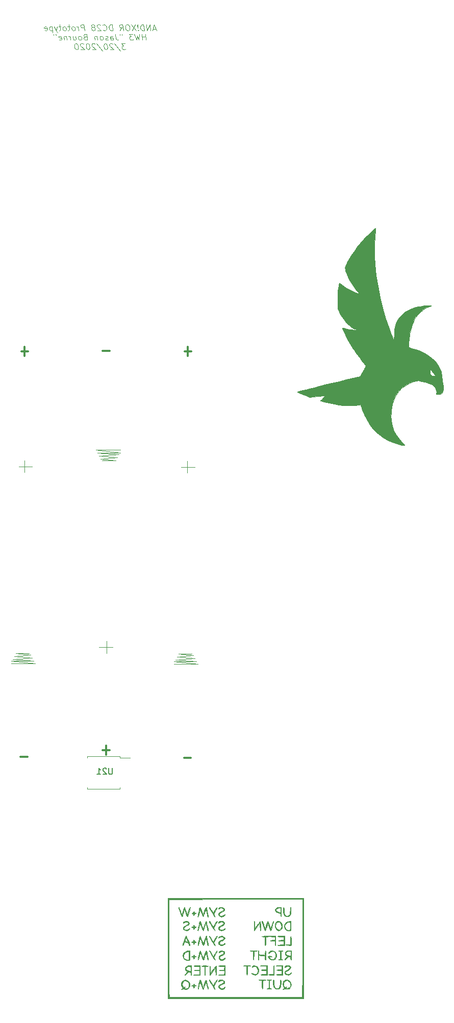
<source format=gbo>
G04 #@! TF.GenerationSoftware,KiCad,Pcbnew,5.1.5-52549c5~84~ubuntu19.10.1*
G04 #@! TF.CreationDate,2020-03-20T23:31:44-07:00*
G04 #@! TF.ProjectId,hw3-jason_bourne,6877332d-6a61-4736-9f6e-5f626f75726e,rev?*
G04 #@! TF.SameCoordinates,Original*
G04 #@! TF.FileFunction,Legend,Bot*
G04 #@! TF.FilePolarity,Positive*
%FSLAX46Y46*%
G04 Gerber Fmt 4.6, Leading zero omitted, Abs format (unit mm)*
G04 Created by KiCad (PCBNEW 5.1.5-52549c5~84~ubuntu19.10.1) date 2020-03-20 23:31:44*
%MOMM*%
%LPD*%
G04 APERTURE LIST*
%ADD10C,0.300000*%
%ADD11C,0.070000*%
%ADD12C,0.010000*%
%ADD13C,0.100000*%
%ADD14C,0.120000*%
%ADD15C,0.150000*%
G04 APERTURE END LIST*
D10*
X104471428Y-168392857D02*
X103328571Y-168392857D01*
X77371428Y-168192857D02*
X76228571Y-168192857D01*
X90971428Y-167092857D02*
X89828571Y-167092857D01*
X90400000Y-167854761D02*
X90400000Y-166330952D01*
X77471428Y-100892857D02*
X76328571Y-100892857D01*
X76900000Y-101654761D02*
X76900000Y-100130952D01*
X104571428Y-100892857D02*
X103428571Y-100892857D01*
X104000000Y-101654761D02*
X104000000Y-100130952D01*
X90971428Y-100792857D02*
X89828571Y-100792857D01*
D11*
X98669675Y-47346666D02*
X98193485Y-47346666D01*
X98800627Y-47632380D02*
X98342294Y-46632380D01*
X98133961Y-47632380D01*
X97800627Y-47632380D02*
X97675627Y-46632380D01*
X97229199Y-47632380D01*
X97104199Y-46632380D01*
X96753008Y-47632380D02*
X96628008Y-46632380D01*
X96389913Y-46632380D01*
X96253008Y-46680000D01*
X96169675Y-46775238D01*
X96133961Y-46870476D01*
X96110151Y-47060952D01*
X96128008Y-47203809D01*
X96199437Y-47394285D01*
X96258961Y-47489523D01*
X96366104Y-47584761D01*
X96514913Y-47632380D01*
X96753008Y-47632380D01*
X95741104Y-47537142D02*
X95699437Y-47584761D01*
X95753008Y-47632380D01*
X95794675Y-47584761D01*
X95741104Y-47537142D01*
X95753008Y-47632380D01*
X95705389Y-47251428D02*
X95681580Y-46680000D01*
X95628008Y-46632380D01*
X95586342Y-46680000D01*
X95705389Y-47251428D01*
X95628008Y-46632380D01*
X95247056Y-46632380D02*
X94705389Y-47632380D01*
X94580389Y-46632380D02*
X95372056Y-47632380D01*
X94008961Y-46632380D02*
X93818485Y-46632380D01*
X93729199Y-46680000D01*
X93645866Y-46775238D01*
X93622056Y-46965714D01*
X93663723Y-47299047D01*
X93735151Y-47489523D01*
X93842294Y-47584761D01*
X93943485Y-47632380D01*
X94133961Y-47632380D01*
X94223247Y-47584761D01*
X94306580Y-47489523D01*
X94330389Y-47299047D01*
X94288723Y-46965714D01*
X94217294Y-46775238D01*
X94110151Y-46680000D01*
X94008961Y-46632380D01*
X92705389Y-47632380D02*
X92979199Y-47156190D01*
X93276818Y-47632380D02*
X93151818Y-46632380D01*
X92770866Y-46632380D01*
X92681580Y-46680000D01*
X92639913Y-46727619D01*
X92604199Y-46822857D01*
X92622056Y-46965714D01*
X92681580Y-47060952D01*
X92735151Y-47108571D01*
X92836342Y-47156190D01*
X93217294Y-47156190D01*
X91514913Y-47632380D02*
X91389913Y-46632380D01*
X91151818Y-46632380D01*
X91014913Y-46680000D01*
X90931580Y-46775238D01*
X90895866Y-46870476D01*
X90872056Y-47060952D01*
X90889913Y-47203809D01*
X90961342Y-47394285D01*
X91020866Y-47489523D01*
X91128008Y-47584761D01*
X91276818Y-47632380D01*
X91514913Y-47632380D01*
X89931580Y-47537142D02*
X89985151Y-47584761D01*
X90133961Y-47632380D01*
X90229199Y-47632380D01*
X90366104Y-47584761D01*
X90449437Y-47489523D01*
X90485151Y-47394285D01*
X90508961Y-47203809D01*
X90491104Y-47060952D01*
X90419675Y-46870476D01*
X90360151Y-46775238D01*
X90253008Y-46680000D01*
X90104199Y-46632380D01*
X90008961Y-46632380D01*
X89872056Y-46680000D01*
X89830389Y-46727619D01*
X89449437Y-46727619D02*
X89395866Y-46680000D01*
X89294675Y-46632380D01*
X89056580Y-46632380D01*
X88967294Y-46680000D01*
X88925627Y-46727619D01*
X88889913Y-46822857D01*
X88901818Y-46918095D01*
X88967294Y-47060952D01*
X89610151Y-47632380D01*
X88991104Y-47632380D01*
X88348247Y-47060952D02*
X88437532Y-47013333D01*
X88479199Y-46965714D01*
X88514913Y-46870476D01*
X88508961Y-46822857D01*
X88449437Y-46727619D01*
X88395866Y-46680000D01*
X88294675Y-46632380D01*
X88104199Y-46632380D01*
X88014913Y-46680000D01*
X87973247Y-46727619D01*
X87937532Y-46822857D01*
X87943485Y-46870476D01*
X88003008Y-46965714D01*
X88056580Y-47013333D01*
X88157770Y-47060952D01*
X88348247Y-47060952D01*
X88449437Y-47108571D01*
X88503008Y-47156190D01*
X88562532Y-47251428D01*
X88586342Y-47441904D01*
X88550627Y-47537142D01*
X88508961Y-47584761D01*
X88419675Y-47632380D01*
X88229199Y-47632380D01*
X88128008Y-47584761D01*
X88074437Y-47537142D01*
X88014913Y-47441904D01*
X87991104Y-47251428D01*
X88026818Y-47156190D01*
X88068485Y-47108571D01*
X88157770Y-47060952D01*
X86848247Y-47632380D02*
X86723247Y-46632380D01*
X86342294Y-46632380D01*
X86253008Y-46680000D01*
X86211342Y-46727619D01*
X86175627Y-46822857D01*
X86193485Y-46965714D01*
X86253008Y-47060952D01*
X86306580Y-47108571D01*
X86407770Y-47156190D01*
X86788723Y-47156190D01*
X85848247Y-47632380D02*
X85764913Y-46965714D01*
X85788723Y-47156190D02*
X85729199Y-47060952D01*
X85675627Y-47013333D01*
X85574437Y-46965714D01*
X85479199Y-46965714D01*
X85086342Y-47632380D02*
X85175627Y-47584761D01*
X85217294Y-47537142D01*
X85253008Y-47441904D01*
X85217294Y-47156190D01*
X85157770Y-47060952D01*
X85104199Y-47013333D01*
X85003008Y-46965714D01*
X84860151Y-46965714D01*
X84770866Y-47013333D01*
X84729199Y-47060952D01*
X84693485Y-47156190D01*
X84729199Y-47441904D01*
X84788723Y-47537142D01*
X84842294Y-47584761D01*
X84943485Y-47632380D01*
X85086342Y-47632380D01*
X84383961Y-46965714D02*
X84003008Y-46965714D01*
X84199437Y-46632380D02*
X84306580Y-47489523D01*
X84270866Y-47584761D01*
X84181580Y-47632380D01*
X84086342Y-47632380D01*
X83610151Y-47632380D02*
X83699437Y-47584761D01*
X83741104Y-47537142D01*
X83776818Y-47441904D01*
X83741104Y-47156190D01*
X83681580Y-47060952D01*
X83628008Y-47013333D01*
X83526818Y-46965714D01*
X83383961Y-46965714D01*
X83294675Y-47013333D01*
X83253008Y-47060952D01*
X83217294Y-47156190D01*
X83253008Y-47441904D01*
X83312532Y-47537142D01*
X83366104Y-47584761D01*
X83467294Y-47632380D01*
X83610151Y-47632380D01*
X82907770Y-46965714D02*
X82526818Y-46965714D01*
X82723247Y-46632380D02*
X82830389Y-47489523D01*
X82794675Y-47584761D01*
X82705389Y-47632380D01*
X82610151Y-47632380D01*
X82288723Y-46965714D02*
X82133961Y-47632380D01*
X81812532Y-46965714D02*
X82133961Y-47632380D01*
X82258961Y-47870476D01*
X82312532Y-47918095D01*
X82413723Y-47965714D01*
X81431580Y-46965714D02*
X81556580Y-47965714D01*
X81437532Y-47013333D02*
X81336342Y-46965714D01*
X81145866Y-46965714D01*
X81056580Y-47013333D01*
X81014913Y-47060952D01*
X80979199Y-47156190D01*
X81014913Y-47441904D01*
X81074437Y-47537142D01*
X81128008Y-47584761D01*
X81229199Y-47632380D01*
X81419675Y-47632380D01*
X81508961Y-47584761D01*
X80223247Y-47584761D02*
X80324437Y-47632380D01*
X80514913Y-47632380D01*
X80604199Y-47584761D01*
X80639913Y-47489523D01*
X80592294Y-47108571D01*
X80532770Y-47013333D01*
X80431580Y-46965714D01*
X80241104Y-46965714D01*
X80151818Y-47013333D01*
X80116104Y-47108571D01*
X80128008Y-47203809D01*
X80616104Y-47299047D01*
X97038723Y-49202380D02*
X96913723Y-48202380D01*
X96973247Y-48678571D02*
X96401818Y-48678571D01*
X96467294Y-49202380D02*
X96342294Y-48202380D01*
X95961342Y-48202380D02*
X95848247Y-49202380D01*
X95568485Y-48488095D01*
X95467294Y-49202380D01*
X95104199Y-48202380D01*
X94818485Y-48202380D02*
X94199437Y-48202380D01*
X94580389Y-48583333D01*
X94437532Y-48583333D01*
X94348247Y-48630952D01*
X94306580Y-48678571D01*
X94270866Y-48773809D01*
X94300627Y-49011904D01*
X94360151Y-49107142D01*
X94413723Y-49154761D01*
X94514913Y-49202380D01*
X94800627Y-49202380D01*
X94889913Y-49154761D01*
X94931580Y-49107142D01*
X93056580Y-48202380D02*
X93080389Y-48392857D01*
X92675627Y-48202380D02*
X92699437Y-48392857D01*
X91961342Y-48202380D02*
X92050627Y-48916666D01*
X92116104Y-49059523D01*
X92223247Y-49154761D01*
X92372056Y-49202380D01*
X92467294Y-49202380D01*
X91181580Y-49202380D02*
X91116104Y-48678571D01*
X91151818Y-48583333D01*
X91241104Y-48535714D01*
X91431580Y-48535714D01*
X91532770Y-48583333D01*
X91175627Y-49154761D02*
X91276818Y-49202380D01*
X91514913Y-49202380D01*
X91604199Y-49154761D01*
X91639913Y-49059523D01*
X91628008Y-48964285D01*
X91568485Y-48869047D01*
X91467294Y-48821428D01*
X91229199Y-48821428D01*
X91128008Y-48773809D01*
X90747056Y-49154761D02*
X90657770Y-49202380D01*
X90467294Y-49202380D01*
X90366104Y-49154761D01*
X90306580Y-49059523D01*
X90300627Y-49011904D01*
X90336342Y-48916666D01*
X90425627Y-48869047D01*
X90568485Y-48869047D01*
X90657770Y-48821428D01*
X90693485Y-48726190D01*
X90687532Y-48678571D01*
X90628008Y-48583333D01*
X90526818Y-48535714D01*
X90383961Y-48535714D01*
X90294675Y-48583333D01*
X89753008Y-49202380D02*
X89842294Y-49154761D01*
X89883961Y-49107142D01*
X89919675Y-49011904D01*
X89883961Y-48726190D01*
X89824437Y-48630952D01*
X89770866Y-48583333D01*
X89669675Y-48535714D01*
X89526818Y-48535714D01*
X89437532Y-48583333D01*
X89395866Y-48630952D01*
X89360151Y-48726190D01*
X89395866Y-49011904D01*
X89455389Y-49107142D01*
X89508961Y-49154761D01*
X89610151Y-49202380D01*
X89753008Y-49202380D01*
X88907770Y-48535714D02*
X88991104Y-49202380D01*
X88919675Y-48630952D02*
X88866104Y-48583333D01*
X88764913Y-48535714D01*
X88622056Y-48535714D01*
X88532770Y-48583333D01*
X88497056Y-48678571D01*
X88562532Y-49202380D01*
X86925627Y-48678571D02*
X86788723Y-48726190D01*
X86747056Y-48773809D01*
X86711342Y-48869047D01*
X86729199Y-49011904D01*
X86788723Y-49107142D01*
X86842294Y-49154761D01*
X86943485Y-49202380D01*
X87324437Y-49202380D01*
X87199437Y-48202380D01*
X86866104Y-48202380D01*
X86776818Y-48250000D01*
X86735151Y-48297619D01*
X86699437Y-48392857D01*
X86711342Y-48488095D01*
X86770866Y-48583333D01*
X86824437Y-48630952D01*
X86925627Y-48678571D01*
X87258961Y-48678571D01*
X86181580Y-49202380D02*
X86270866Y-49154761D01*
X86312532Y-49107142D01*
X86348247Y-49011904D01*
X86312532Y-48726190D01*
X86253008Y-48630952D01*
X86199437Y-48583333D01*
X86098247Y-48535714D01*
X85955389Y-48535714D01*
X85866104Y-48583333D01*
X85824437Y-48630952D01*
X85788723Y-48726190D01*
X85824437Y-49011904D01*
X85883961Y-49107142D01*
X85937532Y-49154761D01*
X86038723Y-49202380D01*
X86181580Y-49202380D01*
X84907770Y-48535714D02*
X84991104Y-49202380D01*
X85336342Y-48535714D02*
X85401818Y-49059523D01*
X85366104Y-49154761D01*
X85276818Y-49202380D01*
X85133961Y-49202380D01*
X85032770Y-49154761D01*
X84979199Y-49107142D01*
X84514913Y-49202380D02*
X84431580Y-48535714D01*
X84455389Y-48726190D02*
X84395866Y-48630952D01*
X84342294Y-48583333D01*
X84241104Y-48535714D01*
X84145866Y-48535714D01*
X83812532Y-48535714D02*
X83895866Y-49202380D01*
X83824437Y-48630952D02*
X83770866Y-48583333D01*
X83669675Y-48535714D01*
X83526818Y-48535714D01*
X83437532Y-48583333D01*
X83401818Y-48678571D01*
X83467294Y-49202380D01*
X82604199Y-49154761D02*
X82705389Y-49202380D01*
X82895866Y-49202380D01*
X82985151Y-49154761D01*
X83020866Y-49059523D01*
X82973247Y-48678571D01*
X82913723Y-48583333D01*
X82812532Y-48535714D01*
X82622056Y-48535714D01*
X82532770Y-48583333D01*
X82497056Y-48678571D01*
X82508961Y-48773809D01*
X82997056Y-48869047D01*
X82056580Y-48202380D02*
X82080389Y-48392857D01*
X81675627Y-48202380D02*
X81699437Y-48392857D01*
X93556580Y-49772380D02*
X92937532Y-49772380D01*
X93318485Y-50153333D01*
X93175627Y-50153333D01*
X93086342Y-50200952D01*
X93044675Y-50248571D01*
X93008961Y-50343809D01*
X93038723Y-50581904D01*
X93098247Y-50677142D01*
X93151818Y-50724761D01*
X93253008Y-50772380D01*
X93538723Y-50772380D01*
X93628008Y-50724761D01*
X93669675Y-50677142D01*
X91788723Y-49724761D02*
X92806580Y-51010476D01*
X91520866Y-49867619D02*
X91467294Y-49820000D01*
X91366104Y-49772380D01*
X91128008Y-49772380D01*
X91038723Y-49820000D01*
X90997056Y-49867619D01*
X90961342Y-49962857D01*
X90973247Y-50058095D01*
X91038723Y-50200952D01*
X91681580Y-50772380D01*
X91062532Y-50772380D01*
X90318485Y-49772380D02*
X90223247Y-49772380D01*
X90133961Y-49820000D01*
X90092294Y-49867619D01*
X90056580Y-49962857D01*
X90032770Y-50153333D01*
X90062532Y-50391428D01*
X90133961Y-50581904D01*
X90193485Y-50677142D01*
X90247056Y-50724761D01*
X90348247Y-50772380D01*
X90443485Y-50772380D01*
X90532770Y-50724761D01*
X90574437Y-50677142D01*
X90610151Y-50581904D01*
X90633961Y-50391428D01*
X90604199Y-50153333D01*
X90532770Y-49962857D01*
X90473247Y-49867619D01*
X90419675Y-49820000D01*
X90318485Y-49772380D01*
X88836342Y-49724761D02*
X89854199Y-51010476D01*
X88568485Y-49867619D02*
X88514913Y-49820000D01*
X88413723Y-49772380D01*
X88175627Y-49772380D01*
X88086342Y-49820000D01*
X88044675Y-49867619D01*
X88008961Y-49962857D01*
X88020866Y-50058095D01*
X88086342Y-50200952D01*
X88729199Y-50772380D01*
X88110151Y-50772380D01*
X87366104Y-49772380D02*
X87270866Y-49772380D01*
X87181580Y-49820000D01*
X87139913Y-49867619D01*
X87104199Y-49962857D01*
X87080389Y-50153333D01*
X87110151Y-50391428D01*
X87181580Y-50581904D01*
X87241104Y-50677142D01*
X87294675Y-50724761D01*
X87395866Y-50772380D01*
X87491104Y-50772380D01*
X87580389Y-50724761D01*
X87622056Y-50677142D01*
X87657770Y-50581904D01*
X87681580Y-50391428D01*
X87651818Y-50153333D01*
X87580389Y-49962857D01*
X87520866Y-49867619D01*
X87467294Y-49820000D01*
X87366104Y-49772380D01*
X86663723Y-49867619D02*
X86610151Y-49820000D01*
X86508961Y-49772380D01*
X86270866Y-49772380D01*
X86181580Y-49820000D01*
X86139913Y-49867619D01*
X86104199Y-49962857D01*
X86116104Y-50058095D01*
X86181580Y-50200952D01*
X86824437Y-50772380D01*
X86205389Y-50772380D01*
X85461342Y-49772380D02*
X85366104Y-49772380D01*
X85276818Y-49820000D01*
X85235151Y-49867619D01*
X85199437Y-49962857D01*
X85175627Y-50153333D01*
X85205389Y-50391428D01*
X85276818Y-50581904D01*
X85336342Y-50677142D01*
X85389913Y-50724761D01*
X85491104Y-50772380D01*
X85586342Y-50772380D01*
X85675627Y-50724761D01*
X85717294Y-50677142D01*
X85753008Y-50581904D01*
X85776818Y-50391428D01*
X85747056Y-50153333D01*
X85675627Y-49962857D01*
X85616104Y-49867619D01*
X85562532Y-49820000D01*
X85461342Y-49772380D01*
D12*
G36*
X135159990Y-80431519D02*
G01*
X135161996Y-80500560D01*
X135148686Y-80668886D01*
X135122554Y-80910039D01*
X135091828Y-81154750D01*
X135043648Y-81614004D01*
X135005594Y-82172957D01*
X134977980Y-82804689D01*
X134961117Y-83482277D01*
X134955318Y-84178802D01*
X134960895Y-84867341D01*
X134978159Y-85520975D01*
X135007423Y-86112781D01*
X135030721Y-86425250D01*
X135230794Y-88246699D01*
X135514785Y-90083221D01*
X135877280Y-91911712D01*
X136312868Y-93709069D01*
X136816134Y-95452188D01*
X137381665Y-97117968D01*
X137773905Y-98133110D01*
X137900616Y-98442775D01*
X138013127Y-98713857D01*
X138101547Y-98922812D01*
X138155986Y-99046097D01*
X138165438Y-99065111D01*
X138181444Y-99034686D01*
X138195309Y-98896659D01*
X138205971Y-98670422D01*
X138212367Y-98375368D01*
X138213697Y-98184001D01*
X138222740Y-97672118D01*
X138252241Y-97252687D01*
X138309215Y-96891872D01*
X138400673Y-96555840D01*
X138533631Y-96210755D01*
X138694421Y-95864778D01*
X139052227Y-95277448D01*
X139514053Y-94762550D01*
X140079001Y-94320951D01*
X140598063Y-94024271D01*
X140986377Y-93848346D01*
X141402529Y-93687407D01*
X141785581Y-93564589D01*
X141863000Y-93544064D01*
X142184677Y-93471147D01*
X142525164Y-93407820D01*
X142871250Y-93354716D01*
X143209724Y-93312469D01*
X143527378Y-93281714D01*
X143811000Y-93263084D01*
X144047381Y-93257214D01*
X144223311Y-93264739D01*
X144325579Y-93286291D01*
X144340975Y-93322506D01*
X144256289Y-93374017D01*
X144069625Y-93438136D01*
X143556441Y-93645189D01*
X143040989Y-93954689D01*
X142549417Y-94345306D01*
X142107877Y-94795708D01*
X141742519Y-95284564D01*
X141679050Y-95388192D01*
X141434258Y-95866148D01*
X141205510Y-96431339D01*
X141007163Y-97044011D01*
X140853573Y-97664410D01*
X140849034Y-97686518D01*
X140805602Y-97934575D01*
X140761980Y-98244736D01*
X140720194Y-98593978D01*
X140682275Y-98959278D01*
X140650250Y-99317615D01*
X140626151Y-99645965D01*
X140612005Y-99921306D01*
X140609841Y-100120616D01*
X140621688Y-100220872D01*
X140625192Y-100226359D01*
X140697603Y-100254657D01*
X140869364Y-100305693D01*
X141116297Y-100372707D01*
X141414227Y-100448941D01*
X141477412Y-100464603D01*
X142299594Y-100719211D01*
X143072559Y-101061089D01*
X143785226Y-101480884D01*
X144426513Y-101969242D01*
X144985340Y-102516809D01*
X145450626Y-103114233D01*
X145811290Y-103752159D01*
X146021673Y-104300500D01*
X146074016Y-104529967D01*
X146119403Y-104831228D01*
X146149972Y-105149079D01*
X146154940Y-105236399D01*
X146178673Y-105557849D01*
X146217393Y-105887465D01*
X146263732Y-106165308D01*
X146275879Y-106220649D01*
X146364247Y-106738222D01*
X146368597Y-107176426D01*
X146290876Y-107530687D01*
X146133030Y-107796429D01*
X145897006Y-107969074D01*
X145584751Y-108044048D01*
X145498892Y-108047000D01*
X145301713Y-108042564D01*
X145206408Y-108022984D01*
X145187981Y-107978845D01*
X145203795Y-107935875D01*
X145258068Y-107683919D01*
X145221103Y-107379091D01*
X145098138Y-107051110D01*
X145024337Y-106917273D01*
X144891805Y-106717417D01*
X144758280Y-106573891D01*
X144583774Y-106451700D01*
X144348870Y-106326142D01*
X144043117Y-106193978D01*
X143668280Y-106063817D01*
X143261517Y-105945546D01*
X142859986Y-105849050D01*
X142500846Y-105784216D01*
X142224494Y-105760925D01*
X141867645Y-105787325D01*
X141495680Y-105872154D01*
X141076230Y-106024123D01*
X140807704Y-106142182D01*
X140080160Y-106539573D01*
X139452165Y-107015451D01*
X138922292Y-107571550D01*
X138489113Y-108209598D01*
X138151201Y-108931328D01*
X137934040Y-109626897D01*
X137839068Y-110091763D01*
X137765943Y-110620601D01*
X137717603Y-111173089D01*
X137696984Y-111708902D01*
X137707023Y-112187719D01*
X137729517Y-112435053D01*
X137896486Y-113276898D01*
X138175690Y-114063738D01*
X138569692Y-114800639D01*
X139081053Y-115492667D01*
X139508122Y-115951046D01*
X139698547Y-116143140D01*
X139849040Y-116303830D01*
X139940031Y-116411708D01*
X139958000Y-116443171D01*
X139915383Y-116479918D01*
X139781159Y-116481343D01*
X139545761Y-116446523D01*
X139199626Y-116374535D01*
X139164250Y-116366550D01*
X138158652Y-116078614D01*
X137227116Y-115687996D01*
X136370323Y-115195049D01*
X135588953Y-114600132D01*
X135319237Y-114354372D01*
X134733639Y-113739969D01*
X134215547Y-113075365D01*
X133754355Y-112343156D01*
X133339458Y-111525942D01*
X132960248Y-110606320D01*
X132850329Y-110303528D01*
X132762019Y-110056379D01*
X132689599Y-109859516D01*
X132643154Y-109740061D01*
X132632188Y-109717021D01*
X132566343Y-109719981D01*
X132406992Y-109743245D01*
X132185146Y-109782133D01*
X132121615Y-109794118D01*
X131788493Y-109839520D01*
X131364423Y-109869911D01*
X130884607Y-109884939D01*
X130384249Y-109884253D01*
X129898552Y-109867502D01*
X129462718Y-109834336D01*
X129351834Y-109821740D01*
X129047327Y-109777748D01*
X128682491Y-109715163D01*
X128277287Y-109638434D01*
X127851679Y-109552011D01*
X127425632Y-109460344D01*
X127019109Y-109367883D01*
X126652073Y-109279076D01*
X126344488Y-109198375D01*
X126116318Y-109130229D01*
X125987527Y-109079088D01*
X125971950Y-109068383D01*
X125997482Y-109012922D01*
X126104655Y-108898676D01*
X126274589Y-108744470D01*
X126410622Y-108631025D01*
X126605165Y-108465745D01*
X126740202Y-108335111D01*
X126800409Y-108255007D01*
X126790347Y-108237500D01*
X126696280Y-108243782D01*
X126497176Y-108261288D01*
X126214306Y-108288002D01*
X125868942Y-108321911D01*
X125482354Y-108361000D01*
X125437656Y-108365589D01*
X124191711Y-108493678D01*
X123676980Y-108296250D01*
X123213869Y-108114624D01*
X122821735Y-107952734D01*
X122510792Y-107815261D01*
X122291256Y-107706885D01*
X122173343Y-107632286D01*
X122158512Y-107600535D01*
X122224392Y-107576745D01*
X122398865Y-107527374D01*
X122683305Y-107452079D01*
X123079083Y-107350521D01*
X123587574Y-107222360D01*
X124210149Y-107067254D01*
X124948181Y-106884863D01*
X125803043Y-106674846D01*
X126776108Y-106436863D01*
X127868748Y-106170573D01*
X129082336Y-105875636D01*
X130297304Y-105581009D01*
X132606358Y-105021578D01*
X132935574Y-104391164D01*
X133005994Y-104258068D01*
X144149936Y-104258068D01*
X144194641Y-104576864D01*
X144323819Y-104808496D01*
X144467751Y-104917437D01*
X144604423Y-104963451D01*
X144772527Y-104991753D01*
X144927517Y-104998796D01*
X145024844Y-104981031D01*
X145038000Y-104962851D01*
X145003228Y-104899647D01*
X144909004Y-104756158D01*
X144770462Y-104554891D01*
X144632138Y-104359354D01*
X144440100Y-104098617D01*
X144306302Y-103942757D01*
X144220590Y-103889641D01*
X144172811Y-103937136D01*
X144152809Y-104083110D01*
X144149936Y-104258068D01*
X133005994Y-104258068D01*
X133085253Y-104108270D01*
X133229311Y-103842476D01*
X133348463Y-103629035D01*
X133407943Y-103527666D01*
X133551095Y-103294583D01*
X132764582Y-102318662D01*
X132464738Y-101937325D01*
X132142095Y-101511324D01*
X131825290Y-101079477D01*
X131542958Y-100680602D01*
X131390851Y-100456435D01*
X131159130Y-100088693D01*
X130902391Y-99650974D01*
X130635269Y-99171040D01*
X130372399Y-98676650D01*
X130128414Y-98195565D01*
X129917950Y-97755545D01*
X129755642Y-97384351D01*
X129709919Y-97267875D01*
X129651595Y-97102761D01*
X129642195Y-97023890D01*
X129683481Y-96999587D01*
X129724922Y-96998000D01*
X129851685Y-97016246D01*
X130043429Y-97062661D01*
X130153032Y-97094585D01*
X130415952Y-97162332D01*
X130753799Y-97230212D01*
X131124361Y-97291678D01*
X131485426Y-97340182D01*
X131794784Y-97369179D01*
X131957000Y-97374377D01*
X132242750Y-97370504D01*
X131988750Y-97289963D01*
X131409211Y-97040832D01*
X130853241Y-96670335D01*
X130324903Y-96182596D01*
X129828258Y-95581744D01*
X129367372Y-94871903D01*
X129079790Y-94335754D01*
X128813750Y-93800758D01*
X128818548Y-92494254D01*
X128823777Y-91968531D01*
X128836642Y-91537348D01*
X128859341Y-91168362D01*
X128894073Y-90829229D01*
X128943034Y-90487606D01*
X128963209Y-90365755D01*
X129016341Y-90059429D01*
X129062862Y-89802266D01*
X129098326Y-89618059D01*
X129118285Y-89530597D01*
X129120020Y-89526812D01*
X129174353Y-89555204D01*
X129307227Y-89645306D01*
X129496357Y-89781611D01*
X129642109Y-89890055D01*
X130318371Y-90361309D01*
X130988800Y-90755642D01*
X131632489Y-91061715D01*
X132133781Y-91241293D01*
X132460405Y-91338290D01*
X131937568Y-90691520D01*
X131375122Y-89947476D01*
X130916061Y-89230610D01*
X130547005Y-88518140D01*
X130287915Y-87881858D01*
X130165077Y-87524551D01*
X130092712Y-87248906D01*
X130073189Y-87019051D01*
X130108872Y-86799112D01*
X130202130Y-86553216D01*
X130355329Y-86245488D01*
X130401672Y-86157708D01*
X130753677Y-85534209D01*
X131168669Y-84865057D01*
X131618455Y-84193000D01*
X132074840Y-83560790D01*
X132340012Y-83218500D01*
X132570865Y-82940994D01*
X132843377Y-82631852D01*
X133145271Y-82303205D01*
X133464273Y-81967185D01*
X133788106Y-81635922D01*
X134104497Y-81321549D01*
X134401168Y-81036198D01*
X134665845Y-80792000D01*
X134886253Y-80601087D01*
X135050117Y-80475590D01*
X135145161Y-80427641D01*
X135159990Y-80431519D01*
G37*
X135159990Y-80431519D02*
X135161996Y-80500560D01*
X135148686Y-80668886D01*
X135122554Y-80910039D01*
X135091828Y-81154750D01*
X135043648Y-81614004D01*
X135005594Y-82172957D01*
X134977980Y-82804689D01*
X134961117Y-83482277D01*
X134955318Y-84178802D01*
X134960895Y-84867341D01*
X134978159Y-85520975D01*
X135007423Y-86112781D01*
X135030721Y-86425250D01*
X135230794Y-88246699D01*
X135514785Y-90083221D01*
X135877280Y-91911712D01*
X136312868Y-93709069D01*
X136816134Y-95452188D01*
X137381665Y-97117968D01*
X137773905Y-98133110D01*
X137900616Y-98442775D01*
X138013127Y-98713857D01*
X138101547Y-98922812D01*
X138155986Y-99046097D01*
X138165438Y-99065111D01*
X138181444Y-99034686D01*
X138195309Y-98896659D01*
X138205971Y-98670422D01*
X138212367Y-98375368D01*
X138213697Y-98184001D01*
X138222740Y-97672118D01*
X138252241Y-97252687D01*
X138309215Y-96891872D01*
X138400673Y-96555840D01*
X138533631Y-96210755D01*
X138694421Y-95864778D01*
X139052227Y-95277448D01*
X139514053Y-94762550D01*
X140079001Y-94320951D01*
X140598063Y-94024271D01*
X140986377Y-93848346D01*
X141402529Y-93687407D01*
X141785581Y-93564589D01*
X141863000Y-93544064D01*
X142184677Y-93471147D01*
X142525164Y-93407820D01*
X142871250Y-93354716D01*
X143209724Y-93312469D01*
X143527378Y-93281714D01*
X143811000Y-93263084D01*
X144047381Y-93257214D01*
X144223311Y-93264739D01*
X144325579Y-93286291D01*
X144340975Y-93322506D01*
X144256289Y-93374017D01*
X144069625Y-93438136D01*
X143556441Y-93645189D01*
X143040989Y-93954689D01*
X142549417Y-94345306D01*
X142107877Y-94795708D01*
X141742519Y-95284564D01*
X141679050Y-95388192D01*
X141434258Y-95866148D01*
X141205510Y-96431339D01*
X141007163Y-97044011D01*
X140853573Y-97664410D01*
X140849034Y-97686518D01*
X140805602Y-97934575D01*
X140761980Y-98244736D01*
X140720194Y-98593978D01*
X140682275Y-98959278D01*
X140650250Y-99317615D01*
X140626151Y-99645965D01*
X140612005Y-99921306D01*
X140609841Y-100120616D01*
X140621688Y-100220872D01*
X140625192Y-100226359D01*
X140697603Y-100254657D01*
X140869364Y-100305693D01*
X141116297Y-100372707D01*
X141414227Y-100448941D01*
X141477412Y-100464603D01*
X142299594Y-100719211D01*
X143072559Y-101061089D01*
X143785226Y-101480884D01*
X144426513Y-101969242D01*
X144985340Y-102516809D01*
X145450626Y-103114233D01*
X145811290Y-103752159D01*
X146021673Y-104300500D01*
X146074016Y-104529967D01*
X146119403Y-104831228D01*
X146149972Y-105149079D01*
X146154940Y-105236399D01*
X146178673Y-105557849D01*
X146217393Y-105887465D01*
X146263732Y-106165308D01*
X146275879Y-106220649D01*
X146364247Y-106738222D01*
X146368597Y-107176426D01*
X146290876Y-107530687D01*
X146133030Y-107796429D01*
X145897006Y-107969074D01*
X145584751Y-108044048D01*
X145498892Y-108047000D01*
X145301713Y-108042564D01*
X145206408Y-108022984D01*
X145187981Y-107978845D01*
X145203795Y-107935875D01*
X145258068Y-107683919D01*
X145221103Y-107379091D01*
X145098138Y-107051110D01*
X145024337Y-106917273D01*
X144891805Y-106717417D01*
X144758280Y-106573891D01*
X144583774Y-106451700D01*
X144348870Y-106326142D01*
X144043117Y-106193978D01*
X143668280Y-106063817D01*
X143261517Y-105945546D01*
X142859986Y-105849050D01*
X142500846Y-105784216D01*
X142224494Y-105760925D01*
X141867645Y-105787325D01*
X141495680Y-105872154D01*
X141076230Y-106024123D01*
X140807704Y-106142182D01*
X140080160Y-106539573D01*
X139452165Y-107015451D01*
X138922292Y-107571550D01*
X138489113Y-108209598D01*
X138151201Y-108931328D01*
X137934040Y-109626897D01*
X137839068Y-110091763D01*
X137765943Y-110620601D01*
X137717603Y-111173089D01*
X137696984Y-111708902D01*
X137707023Y-112187719D01*
X137729517Y-112435053D01*
X137896486Y-113276898D01*
X138175690Y-114063738D01*
X138569692Y-114800639D01*
X139081053Y-115492667D01*
X139508122Y-115951046D01*
X139698547Y-116143140D01*
X139849040Y-116303830D01*
X139940031Y-116411708D01*
X139958000Y-116443171D01*
X139915383Y-116479918D01*
X139781159Y-116481343D01*
X139545761Y-116446523D01*
X139199626Y-116374535D01*
X139164250Y-116366550D01*
X138158652Y-116078614D01*
X137227116Y-115687996D01*
X136370323Y-115195049D01*
X135588953Y-114600132D01*
X135319237Y-114354372D01*
X134733639Y-113739969D01*
X134215547Y-113075365D01*
X133754355Y-112343156D01*
X133339458Y-111525942D01*
X132960248Y-110606320D01*
X132850329Y-110303528D01*
X132762019Y-110056379D01*
X132689599Y-109859516D01*
X132643154Y-109740061D01*
X132632188Y-109717021D01*
X132566343Y-109719981D01*
X132406992Y-109743245D01*
X132185146Y-109782133D01*
X132121615Y-109794118D01*
X131788493Y-109839520D01*
X131364423Y-109869911D01*
X130884607Y-109884939D01*
X130384249Y-109884253D01*
X129898552Y-109867502D01*
X129462718Y-109834336D01*
X129351834Y-109821740D01*
X129047327Y-109777748D01*
X128682491Y-109715163D01*
X128277287Y-109638434D01*
X127851679Y-109552011D01*
X127425632Y-109460344D01*
X127019109Y-109367883D01*
X126652073Y-109279076D01*
X126344488Y-109198375D01*
X126116318Y-109130229D01*
X125987527Y-109079088D01*
X125971950Y-109068383D01*
X125997482Y-109012922D01*
X126104655Y-108898676D01*
X126274589Y-108744470D01*
X126410622Y-108631025D01*
X126605165Y-108465745D01*
X126740202Y-108335111D01*
X126800409Y-108255007D01*
X126790347Y-108237500D01*
X126696280Y-108243782D01*
X126497176Y-108261288D01*
X126214306Y-108288002D01*
X125868942Y-108321911D01*
X125482354Y-108361000D01*
X125437656Y-108365589D01*
X124191711Y-108493678D01*
X123676980Y-108296250D01*
X123213869Y-108114624D01*
X122821735Y-107952734D01*
X122510792Y-107815261D01*
X122291256Y-107706885D01*
X122173343Y-107632286D01*
X122158512Y-107600535D01*
X122224392Y-107576745D01*
X122398865Y-107527374D01*
X122683305Y-107452079D01*
X123079083Y-107350521D01*
X123587574Y-107222360D01*
X124210149Y-107067254D01*
X124948181Y-106884863D01*
X125803043Y-106674846D01*
X126776108Y-106436863D01*
X127868748Y-106170573D01*
X129082336Y-105875636D01*
X130297304Y-105581009D01*
X132606358Y-105021578D01*
X132935574Y-104391164D01*
X133005994Y-104258068D01*
X144149936Y-104258068D01*
X144194641Y-104576864D01*
X144323819Y-104808496D01*
X144467751Y-104917437D01*
X144604423Y-104963451D01*
X144772527Y-104991753D01*
X144927517Y-104998796D01*
X145024844Y-104981031D01*
X145038000Y-104962851D01*
X145003228Y-104899647D01*
X144909004Y-104756158D01*
X144770462Y-104554891D01*
X144632138Y-104359354D01*
X144440100Y-104098617D01*
X144306302Y-103942757D01*
X144220590Y-103889641D01*
X144172811Y-103937136D01*
X144152809Y-104083110D01*
X144149936Y-104258068D01*
X133005994Y-104258068D01*
X133085253Y-104108270D01*
X133229311Y-103842476D01*
X133348463Y-103629035D01*
X133407943Y-103527666D01*
X133551095Y-103294583D01*
X132764582Y-102318662D01*
X132464738Y-101937325D01*
X132142095Y-101511324D01*
X131825290Y-101079477D01*
X131542958Y-100680602D01*
X131390851Y-100456435D01*
X131159130Y-100088693D01*
X130902391Y-99650974D01*
X130635269Y-99171040D01*
X130372399Y-98676650D01*
X130128414Y-98195565D01*
X129917950Y-97755545D01*
X129755642Y-97384351D01*
X129709919Y-97267875D01*
X129651595Y-97102761D01*
X129642195Y-97023890D01*
X129683481Y-96999587D01*
X129724922Y-96998000D01*
X129851685Y-97016246D01*
X130043429Y-97062661D01*
X130153032Y-97094585D01*
X130415952Y-97162332D01*
X130753799Y-97230212D01*
X131124361Y-97291678D01*
X131485426Y-97340182D01*
X131794784Y-97369179D01*
X131957000Y-97374377D01*
X132242750Y-97370504D01*
X131988750Y-97289963D01*
X131409211Y-97040832D01*
X130853241Y-96670335D01*
X130324903Y-96182596D01*
X129828258Y-95581744D01*
X129367372Y-94871903D01*
X129079790Y-94335754D01*
X128813750Y-93800758D01*
X128818548Y-92494254D01*
X128823777Y-91968531D01*
X128836642Y-91537348D01*
X128859341Y-91168362D01*
X128894073Y-90829229D01*
X128943034Y-90487606D01*
X128963209Y-90365755D01*
X129016341Y-90059429D01*
X129062862Y-89802266D01*
X129098326Y-89618059D01*
X129118285Y-89530597D01*
X129120020Y-89526812D01*
X129174353Y-89555204D01*
X129307227Y-89645306D01*
X129496357Y-89781611D01*
X129642109Y-89890055D01*
X130318371Y-90361309D01*
X130988800Y-90755642D01*
X131632489Y-91061715D01*
X132133781Y-91241293D01*
X132460405Y-91338290D01*
X131937568Y-90691520D01*
X131375122Y-89947476D01*
X130916061Y-89230610D01*
X130547005Y-88518140D01*
X130287915Y-87881858D01*
X130165077Y-87524551D01*
X130092712Y-87248906D01*
X130073189Y-87019051D01*
X130108872Y-86799112D01*
X130202130Y-86553216D01*
X130355329Y-86245488D01*
X130401672Y-86157708D01*
X130753677Y-85534209D01*
X131168669Y-84865057D01*
X131618455Y-84193000D01*
X132074840Y-83560790D01*
X132340012Y-83218500D01*
X132570865Y-82940994D01*
X132843377Y-82631852D01*
X133145271Y-82303205D01*
X133464273Y-81967185D01*
X133788106Y-81635922D01*
X134104497Y-81321549D01*
X134401168Y-81036198D01*
X134665845Y-80792000D01*
X134886253Y-80601087D01*
X135050117Y-80475590D01*
X135145161Y-80427641D01*
X135159990Y-80431519D01*
G36*
X104890711Y-193910059D02*
G01*
X104883042Y-193950875D01*
X104810838Y-194079122D01*
X104718934Y-194114164D01*
X104621415Y-194155576D01*
X104627972Y-194212695D01*
X104726351Y-194250275D01*
X104767030Y-194252500D01*
X104870255Y-194304340D01*
X104906158Y-194417342D01*
X104935609Y-194521658D01*
X104973875Y-194533758D01*
X105014933Y-194434405D01*
X105021500Y-194368916D01*
X105071429Y-194270354D01*
X105144753Y-194252500D01*
X105266314Y-194223341D01*
X105307250Y-194189000D01*
X105284769Y-194141913D01*
X105183998Y-194125500D01*
X105061264Y-194100650D01*
X105022480Y-194001756D01*
X105021500Y-193966750D01*
X104995632Y-193837479D01*
X104940699Y-193817283D01*
X104890711Y-193910059D01*
G37*
X104890711Y-193910059D02*
X104883042Y-193950875D01*
X104810838Y-194079122D01*
X104718934Y-194114164D01*
X104621415Y-194155576D01*
X104627972Y-194212695D01*
X104726351Y-194250275D01*
X104767030Y-194252500D01*
X104870255Y-194304340D01*
X104906158Y-194417342D01*
X104935609Y-194521658D01*
X104973875Y-194533758D01*
X105014933Y-194434405D01*
X105021500Y-194368916D01*
X105071429Y-194270354D01*
X105144753Y-194252500D01*
X105266314Y-194223341D01*
X105307250Y-194189000D01*
X105284769Y-194141913D01*
X105183998Y-194125500D01*
X105061264Y-194100650D01*
X105022480Y-194001756D01*
X105021500Y-193966750D01*
X104995632Y-193837479D01*
X104940699Y-193817283D01*
X104890711Y-193910059D01*
G36*
X119125076Y-193155915D02*
G01*
X118796121Y-193205517D01*
X118570653Y-193320523D01*
X118452389Y-193498950D01*
X118447359Y-193517138D01*
X118451893Y-193729635D01*
X118572384Y-193911520D01*
X118799750Y-194054406D01*
X119124907Y-194149903D01*
X119134375Y-194151640D01*
X119287962Y-194188690D01*
X119355477Y-194253404D01*
X119372147Y-194389308D01*
X119372500Y-194445877D01*
X119387171Y-194603860D01*
X119423775Y-194691025D01*
X119437955Y-194697000D01*
X119467211Y-194634749D01*
X119484350Y-194451907D01*
X119489012Y-194154334D01*
X119485580Y-193919125D01*
X119479493Y-193653529D01*
X119372500Y-193653529D01*
X119368643Y-193877002D01*
X119352255Y-193998658D01*
X119316115Y-194043567D01*
X119261375Y-194039269D01*
X119121173Y-194004725D01*
X118941724Y-193965972D01*
X118745172Y-193883631D01*
X118617210Y-193747067D01*
X118579708Y-193586862D01*
X118606735Y-193497536D01*
X118715635Y-193397096D01*
X118903717Y-193308133D01*
X119123380Y-193249603D01*
X119261375Y-193236854D01*
X119321890Y-193254563D01*
X119355774Y-193326051D01*
X119370177Y-193478130D01*
X119372500Y-193653529D01*
X119479493Y-193653529D01*
X119467750Y-193141250D01*
X119125076Y-193155915D01*
G37*
X119125076Y-193155915D02*
X118796121Y-193205517D01*
X118570653Y-193320523D01*
X118452389Y-193498950D01*
X118447359Y-193517138D01*
X118451893Y-193729635D01*
X118572384Y-193911520D01*
X118799750Y-194054406D01*
X119124907Y-194149903D01*
X119134375Y-194151640D01*
X119287962Y-194188690D01*
X119355477Y-194253404D01*
X119372147Y-194389308D01*
X119372500Y-194445877D01*
X119387171Y-194603860D01*
X119423775Y-194691025D01*
X119437955Y-194697000D01*
X119467211Y-194634749D01*
X119484350Y-194451907D01*
X119489012Y-194154334D01*
X119485580Y-193919125D01*
X119479493Y-193653529D01*
X119372500Y-193653529D01*
X119368643Y-193877002D01*
X119352255Y-193998658D01*
X119316115Y-194043567D01*
X119261375Y-194039269D01*
X119121173Y-194004725D01*
X118941724Y-193965972D01*
X118745172Y-193883631D01*
X118617210Y-193747067D01*
X118579708Y-193586862D01*
X118606735Y-193497536D01*
X118715635Y-193397096D01*
X118903717Y-193308133D01*
X119123380Y-193249603D01*
X119261375Y-193236854D01*
X119321890Y-193254563D01*
X119355774Y-193326051D01*
X119370177Y-193478130D01*
X119372500Y-193653529D01*
X119479493Y-193653529D01*
X119467750Y-193141250D01*
X119125076Y-193155915D01*
G36*
X104271652Y-193227483D02*
G01*
X104215966Y-193363647D01*
X104142331Y-193596852D01*
X104074290Y-193834069D01*
X104002412Y-194075689D01*
X103939038Y-194262451D01*
X103893896Y-194366781D01*
X103881870Y-194379500D01*
X103848210Y-194322773D01*
X103789123Y-194169897D01*
X103714097Y-193946830D01*
X103660558Y-193774095D01*
X103573602Y-193508751D01*
X103494590Y-193311826D01*
X103432719Y-193204580D01*
X103408715Y-193191704D01*
X103362939Y-193259356D01*
X103297630Y-193422071D01*
X103223378Y-193651535D01*
X103182250Y-193797108D01*
X103111378Y-194047797D01*
X103049131Y-194244362D01*
X103004350Y-194360029D01*
X102989953Y-194379500D01*
X102955291Y-194323587D01*
X102890376Y-194172803D01*
X102805653Y-193952575D01*
X102742102Y-193776250D01*
X102647906Y-193523084D01*
X102563269Y-193322227D01*
X102499530Y-193199192D01*
X102474024Y-193173000D01*
X102418654Y-193219222D01*
X102418000Y-193227529D01*
X102439950Y-193316014D01*
X102498319Y-193491402D01*
X102581889Y-193724218D01*
X102679442Y-193984983D01*
X102779758Y-194244221D01*
X102871619Y-194472454D01*
X102943806Y-194640204D01*
X102985101Y-194717995D01*
X102985349Y-194718248D01*
X103030880Y-194694423D01*
X103090720Y-194572471D01*
X103136385Y-194433473D01*
X103212322Y-194164557D01*
X103292230Y-193880931D01*
X103321665Y-193776250D01*
X103410856Y-193458750D01*
X103626432Y-194109625D01*
X103735041Y-194425886D01*
X103816209Y-194629910D01*
X103876323Y-194731868D01*
X103921768Y-194741936D01*
X103958933Y-194670286D01*
X103965270Y-194649375D01*
X103996217Y-194544805D01*
X104054889Y-194349360D01*
X104132068Y-194093671D01*
X104196379Y-193881371D01*
X104273961Y-193610782D01*
X104329772Y-193386586D01*
X104357727Y-193235360D01*
X104355877Y-193184710D01*
X104316064Y-193172968D01*
X104271652Y-193227483D01*
G37*
X104271652Y-193227483D02*
X104215966Y-193363647D01*
X104142331Y-193596852D01*
X104074290Y-193834069D01*
X104002412Y-194075689D01*
X103939038Y-194262451D01*
X103893896Y-194366781D01*
X103881870Y-194379500D01*
X103848210Y-194322773D01*
X103789123Y-194169897D01*
X103714097Y-193946830D01*
X103660558Y-193774095D01*
X103573602Y-193508751D01*
X103494590Y-193311826D01*
X103432719Y-193204580D01*
X103408715Y-193191704D01*
X103362939Y-193259356D01*
X103297630Y-193422071D01*
X103223378Y-193651535D01*
X103182250Y-193797108D01*
X103111378Y-194047797D01*
X103049131Y-194244362D01*
X103004350Y-194360029D01*
X102989953Y-194379500D01*
X102955291Y-194323587D01*
X102890376Y-194172803D01*
X102805653Y-193952575D01*
X102742102Y-193776250D01*
X102647906Y-193523084D01*
X102563269Y-193322227D01*
X102499530Y-193199192D01*
X102474024Y-193173000D01*
X102418654Y-193219222D01*
X102418000Y-193227529D01*
X102439950Y-193316014D01*
X102498319Y-193491402D01*
X102581889Y-193724218D01*
X102679442Y-193984983D01*
X102779758Y-194244221D01*
X102871619Y-194472454D01*
X102943806Y-194640204D01*
X102985101Y-194717995D01*
X102985349Y-194718248D01*
X103030880Y-194694423D01*
X103090720Y-194572471D01*
X103136385Y-194433473D01*
X103212322Y-194164557D01*
X103292230Y-193880931D01*
X103321665Y-193776250D01*
X103410856Y-193458750D01*
X103626432Y-194109625D01*
X103735041Y-194425886D01*
X103816209Y-194629910D01*
X103876323Y-194731868D01*
X103921768Y-194741936D01*
X103958933Y-194670286D01*
X103965270Y-194649375D01*
X103996217Y-194544805D01*
X104054889Y-194349360D01*
X104132068Y-194093671D01*
X104196379Y-193881371D01*
X104273961Y-193610782D01*
X104329772Y-193386586D01*
X104357727Y-193235360D01*
X104355877Y-193184710D01*
X104316064Y-193172968D01*
X104271652Y-193227483D01*
G36*
X106984442Y-193185436D02*
G01*
X106937476Y-193252006D01*
X106864961Y-193413729D01*
X106777918Y-193644136D01*
X106711179Y-193841602D01*
X106506975Y-194474750D01*
X106324769Y-193966750D01*
X106234104Y-193713878D01*
X106154690Y-193492222D01*
X106100405Y-193340523D01*
X106091604Y-193315875D01*
X106036407Y-193203794D01*
X105981893Y-193191905D01*
X105923533Y-193286920D01*
X105856801Y-193495546D01*
X105791679Y-193760375D01*
X105706832Y-194134646D01*
X105648897Y-194402733D01*
X105615282Y-194581975D01*
X105603396Y-194689712D01*
X105610646Y-194743284D01*
X105634440Y-194760033D01*
X105642189Y-194760500D01*
X105684950Y-194703025D01*
X105740525Y-194550452D01*
X105798585Y-194332553D01*
X105812920Y-194268375D01*
X105885870Y-193931367D01*
X105940560Y-193714155D01*
X105987270Y-193612781D01*
X106036279Y-193623290D01*
X106097866Y-193741725D01*
X106182310Y-193964129D01*
X106233871Y-194106348D01*
X106332314Y-194362102D01*
X106421022Y-194564764D01*
X106488624Y-194689890D01*
X106518528Y-194718168D01*
X106561200Y-194656814D01*
X106628409Y-194500298D01*
X106709362Y-194275442D01*
X106761273Y-194114918D01*
X106846744Y-193847660D01*
X106910803Y-193686631D01*
X106962264Y-193635321D01*
X107009942Y-193697218D01*
X107062652Y-193875809D01*
X107129206Y-194174584D01*
X107149022Y-194268375D01*
X107204397Y-194498493D01*
X107259089Y-194671068D01*
X107303246Y-194756315D01*
X107311832Y-194760500D01*
X107370051Y-194738587D01*
X107371000Y-194733830D01*
X107358358Y-194664954D01*
X107323953Y-194497320D01*
X107273070Y-194256257D01*
X107212250Y-193972908D01*
X107150242Y-193683062D01*
X107099576Y-193440431D01*
X107065561Y-193270854D01*
X107053500Y-193200536D01*
X107007516Y-193179946D01*
X106984442Y-193185436D01*
G37*
X106984442Y-193185436D02*
X106937476Y-193252006D01*
X106864961Y-193413729D01*
X106777918Y-193644136D01*
X106711179Y-193841602D01*
X106506975Y-194474750D01*
X106324769Y-193966750D01*
X106234104Y-193713878D01*
X106154690Y-193492222D01*
X106100405Y-193340523D01*
X106091604Y-193315875D01*
X106036407Y-193203794D01*
X105981893Y-193191905D01*
X105923533Y-193286920D01*
X105856801Y-193495546D01*
X105791679Y-193760375D01*
X105706832Y-194134646D01*
X105648897Y-194402733D01*
X105615282Y-194581975D01*
X105603396Y-194689712D01*
X105610646Y-194743284D01*
X105634440Y-194760033D01*
X105642189Y-194760500D01*
X105684950Y-194703025D01*
X105740525Y-194550452D01*
X105798585Y-194332553D01*
X105812920Y-194268375D01*
X105885870Y-193931367D01*
X105940560Y-193714155D01*
X105987270Y-193612781D01*
X106036279Y-193623290D01*
X106097866Y-193741725D01*
X106182310Y-193964129D01*
X106233871Y-194106348D01*
X106332314Y-194362102D01*
X106421022Y-194564764D01*
X106488624Y-194689890D01*
X106518528Y-194718168D01*
X106561200Y-194656814D01*
X106628409Y-194500298D01*
X106709362Y-194275442D01*
X106761273Y-194114918D01*
X106846744Y-193847660D01*
X106910803Y-193686631D01*
X106962264Y-193635321D01*
X107009942Y-193697218D01*
X107062652Y-193875809D01*
X107129206Y-194174584D01*
X107149022Y-194268375D01*
X107204397Y-194498493D01*
X107259089Y-194671068D01*
X107303246Y-194756315D01*
X107311832Y-194760500D01*
X107370051Y-194738587D01*
X107371000Y-194733830D01*
X107358358Y-194664954D01*
X107323953Y-194497320D01*
X107273070Y-194256257D01*
X107212250Y-193972908D01*
X107150242Y-193683062D01*
X107099576Y-193440431D01*
X107065561Y-193270854D01*
X107053500Y-193200536D01*
X107007516Y-193179946D01*
X106984442Y-193185436D01*
G36*
X107498000Y-193209712D02*
G01*
X107528208Y-193271994D01*
X107609391Y-193417569D01*
X107727389Y-193622524D01*
X107868042Y-193862946D01*
X108017187Y-194114923D01*
X108160667Y-194354542D01*
X108284318Y-194557890D01*
X108373982Y-194701055D01*
X108415498Y-194760123D01*
X108416338Y-194760500D01*
X108464708Y-194724990D01*
X108470826Y-194719008D01*
X108467171Y-194644304D01*
X108406961Y-194509375D01*
X108380784Y-194464691D01*
X108249251Y-194251866D01*
X108540376Y-193747141D01*
X108686882Y-193490957D01*
X108776667Y-193324827D01*
X108817506Y-193229403D01*
X108817175Y-193185337D01*
X108783449Y-193173280D01*
X108771108Y-193173000D01*
X108713121Y-193224555D01*
X108615551Y-193360708D01*
X108498000Y-193553686D01*
X108480209Y-193585184D01*
X108361359Y-193789611D01*
X108261153Y-193947429D01*
X108199184Y-194028000D01*
X108195054Y-194031143D01*
X108140044Y-193996388D01*
X108041497Y-193874310D01*
X107917715Y-193688516D01*
X107875466Y-193618959D01*
X107719911Y-193373510D01*
X107600457Y-193218793D01*
X107524145Y-193162442D01*
X107498000Y-193209712D01*
G37*
X107498000Y-193209712D02*
X107528208Y-193271994D01*
X107609391Y-193417569D01*
X107727389Y-193622524D01*
X107868042Y-193862946D01*
X108017187Y-194114923D01*
X108160667Y-194354542D01*
X108284318Y-194557890D01*
X108373982Y-194701055D01*
X108415498Y-194760123D01*
X108416338Y-194760500D01*
X108464708Y-194724990D01*
X108470826Y-194719008D01*
X108467171Y-194644304D01*
X108406961Y-194509375D01*
X108380784Y-194464691D01*
X108249251Y-194251866D01*
X108540376Y-193747141D01*
X108686882Y-193490957D01*
X108776667Y-193324827D01*
X108817506Y-193229403D01*
X108817175Y-193185337D01*
X108783449Y-193173280D01*
X108771108Y-193173000D01*
X108713121Y-193224555D01*
X108615551Y-193360708D01*
X108498000Y-193553686D01*
X108480209Y-193585184D01*
X108361359Y-193789611D01*
X108261153Y-193947429D01*
X108199184Y-194028000D01*
X108195054Y-194031143D01*
X108140044Y-193996388D01*
X108041497Y-193874310D01*
X107917715Y-193688516D01*
X107875466Y-193618959D01*
X107719911Y-193373510D01*
X107600457Y-193218793D01*
X107524145Y-193162442D01*
X107498000Y-193209712D01*
G36*
X109305067Y-193193354D02*
G01*
X109156767Y-193262464D01*
X109116898Y-193300389D01*
X109040414Y-193420414D01*
X109060903Y-193473987D01*
X109156590Y-193439686D01*
X109212931Y-193394860D01*
X109382257Y-193300709D01*
X109570231Y-193280694D01*
X109742166Y-193325459D01*
X109863377Y-193425651D01*
X109899177Y-193571915D01*
X109898190Y-193579671D01*
X109842428Y-193679829D01*
X109693083Y-193772180D01*
X109540973Y-193833069D01*
X109274366Y-193966238D01*
X109102795Y-194130014D01*
X109031894Y-194306878D01*
X109067294Y-194479310D01*
X109214630Y-194629793D01*
X109273767Y-194664095D01*
X109546861Y-194750761D01*
X109809206Y-194714937D01*
X109919346Y-194664624D01*
X110055891Y-194559586D01*
X110138909Y-194438689D01*
X110143935Y-194340350D01*
X110134075Y-194327407D01*
X110072407Y-194343392D01*
X109975978Y-194426785D01*
X109788790Y-194564762D01*
X109582951Y-194621387D01*
X109392656Y-194596728D01*
X109252102Y-194490857D01*
X109217255Y-194425225D01*
X109199773Y-194242098D01*
X109301769Y-194098610D01*
X109513638Y-193996508D01*
X109788706Y-193890918D01*
X109954697Y-193777017D01*
X110029365Y-193639926D01*
X110038000Y-193557071D01*
X109996070Y-193354599D01*
X109864240Y-193229989D01*
X109633451Y-193176322D01*
X109535306Y-193173000D01*
X109305067Y-193193354D01*
G37*
X109305067Y-193193354D02*
X109156767Y-193262464D01*
X109116898Y-193300389D01*
X109040414Y-193420414D01*
X109060903Y-193473987D01*
X109156590Y-193439686D01*
X109212931Y-193394860D01*
X109382257Y-193300709D01*
X109570231Y-193280694D01*
X109742166Y-193325459D01*
X109863377Y-193425651D01*
X109899177Y-193571915D01*
X109898190Y-193579671D01*
X109842428Y-193679829D01*
X109693083Y-193772180D01*
X109540973Y-193833069D01*
X109274366Y-193966238D01*
X109102795Y-194130014D01*
X109031894Y-194306878D01*
X109067294Y-194479310D01*
X109214630Y-194629793D01*
X109273767Y-194664095D01*
X109546861Y-194750761D01*
X109809206Y-194714937D01*
X109919346Y-194664624D01*
X110055891Y-194559586D01*
X110138909Y-194438689D01*
X110143935Y-194340350D01*
X110134075Y-194327407D01*
X110072407Y-194343392D01*
X109975978Y-194426785D01*
X109788790Y-194564762D01*
X109582951Y-194621387D01*
X109392656Y-194596728D01*
X109252102Y-194490857D01*
X109217255Y-194425225D01*
X109199773Y-194242098D01*
X109301769Y-194098610D01*
X109513638Y-193996508D01*
X109788706Y-193890918D01*
X109954697Y-193777017D01*
X110029365Y-193639926D01*
X110038000Y-193557071D01*
X109996070Y-193354599D01*
X109864240Y-193229989D01*
X109633451Y-193176322D01*
X109535306Y-193173000D01*
X109305067Y-193193354D01*
G36*
X121003553Y-193214292D02*
G01*
X120975602Y-193391266D01*
X120953930Y-193676377D01*
X120949960Y-193765874D01*
X120936554Y-194039044D01*
X120915981Y-194217372D01*
X120879245Y-194333001D01*
X120817355Y-194418074D01*
X120750083Y-194480249D01*
X120599714Y-194582879D01*
X120465838Y-194632624D01*
X120452000Y-194633500D01*
X120325554Y-194593813D01*
X120173648Y-194496630D01*
X120153918Y-194480249D01*
X120067626Y-194397093D01*
X120013143Y-194307164D01*
X119981477Y-194178321D01*
X119963633Y-193978417D01*
X119954041Y-193765874D01*
X119935127Y-193463351D01*
X119908517Y-193258497D01*
X119878833Y-193156675D01*
X119850699Y-193163251D01*
X119828736Y-193283587D01*
X119817566Y-193523048D01*
X119817000Y-193606839D01*
X119836912Y-193984914D01*
X119893392Y-194291643D01*
X119981560Y-194507620D01*
X120066590Y-194599023D01*
X120273373Y-194680744D01*
X120509638Y-194712346D01*
X120641787Y-194699156D01*
X120779461Y-194621931D01*
X120918610Y-194481117D01*
X120943412Y-194446789D01*
X121014506Y-194323061D01*
X121057800Y-194186896D01*
X121079748Y-194002875D01*
X121086805Y-193735579D01*
X121087000Y-193658909D01*
X121079506Y-193367763D01*
X121060062Y-193198983D01*
X121033225Y-193149012D01*
X121003553Y-193214292D01*
G37*
X121003553Y-193214292D02*
X120975602Y-193391266D01*
X120953930Y-193676377D01*
X120949960Y-193765874D01*
X120936554Y-194039044D01*
X120915981Y-194217372D01*
X120879245Y-194333001D01*
X120817355Y-194418074D01*
X120750083Y-194480249D01*
X120599714Y-194582879D01*
X120465838Y-194632624D01*
X120452000Y-194633500D01*
X120325554Y-194593813D01*
X120173648Y-194496630D01*
X120153918Y-194480249D01*
X120067626Y-194397093D01*
X120013143Y-194307164D01*
X119981477Y-194178321D01*
X119963633Y-193978417D01*
X119954041Y-193765874D01*
X119935127Y-193463351D01*
X119908517Y-193258497D01*
X119878833Y-193156675D01*
X119850699Y-193163251D01*
X119828736Y-193283587D01*
X119817566Y-193523048D01*
X119817000Y-193606839D01*
X119836912Y-193984914D01*
X119893392Y-194291643D01*
X119981560Y-194507620D01*
X120066590Y-194599023D01*
X120273373Y-194680744D01*
X120509638Y-194712346D01*
X120641787Y-194699156D01*
X120779461Y-194621931D01*
X120918610Y-194481117D01*
X120943412Y-194446789D01*
X121014506Y-194323061D01*
X121057800Y-194186896D01*
X121079748Y-194002875D01*
X121086805Y-193735579D01*
X121087000Y-193658909D01*
X121079506Y-193367763D01*
X121060062Y-193198983D01*
X121033225Y-193149012D01*
X121003553Y-193214292D01*
G36*
X104910914Y-196148231D02*
G01*
X104894500Y-196249002D01*
X104869651Y-196371736D01*
X104770757Y-196410520D01*
X104735750Y-196411500D01*
X104616414Y-196433236D01*
X104577000Y-196475000D01*
X104631343Y-196522734D01*
X104735750Y-196538500D01*
X104856592Y-196564727D01*
X104893830Y-196667994D01*
X104894500Y-196697250D01*
X104916237Y-196816586D01*
X104958000Y-196856000D01*
X105005735Y-196801657D01*
X105021500Y-196697250D01*
X105047728Y-196576408D01*
X105150995Y-196539170D01*
X105180250Y-196538500D01*
X105299587Y-196516763D01*
X105339000Y-196475000D01*
X105284658Y-196427265D01*
X105180250Y-196411500D01*
X105055029Y-196381036D01*
X105021500Y-196288247D01*
X104992342Y-196166686D01*
X104958000Y-196125750D01*
X104910914Y-196148231D01*
G37*
X104910914Y-196148231D02*
X104894500Y-196249002D01*
X104869651Y-196371736D01*
X104770757Y-196410520D01*
X104735750Y-196411500D01*
X104616414Y-196433236D01*
X104577000Y-196475000D01*
X104631343Y-196522734D01*
X104735750Y-196538500D01*
X104856592Y-196564727D01*
X104893830Y-196667994D01*
X104894500Y-196697250D01*
X104916237Y-196816586D01*
X104958000Y-196856000D01*
X105005735Y-196801657D01*
X105021500Y-196697250D01*
X105047728Y-196576408D01*
X105150995Y-196539170D01*
X105180250Y-196538500D01*
X105299587Y-196516763D01*
X105339000Y-196475000D01*
X105284658Y-196427265D01*
X105180250Y-196411500D01*
X105055029Y-196381036D01*
X105021500Y-196288247D01*
X104992342Y-196166686D01*
X104958000Y-196125750D01*
X104910914Y-196148231D01*
G36*
X103403967Y-195511298D02*
G01*
X103321130Y-195557850D01*
X103215550Y-195662797D01*
X103180000Y-195748350D01*
X103196686Y-195828156D01*
X103258157Y-195813734D01*
X103370500Y-195713000D01*
X103548189Y-195609891D01*
X103752273Y-195595856D01*
X103931428Y-195671686D01*
X103965440Y-195703816D01*
X104036374Y-195818719D01*
X104017587Y-195924132D01*
X103898978Y-196033811D01*
X103670448Y-196161510D01*
X103606762Y-196192276D01*
X103396470Y-196297091D01*
X103275768Y-196379113D01*
X103217588Y-196465750D01*
X103194863Y-196584410D01*
X103192402Y-196611841D01*
X103198884Y-196792306D01*
X103270349Y-196907867D01*
X103317656Y-196945216D01*
X103523886Y-197028448D01*
X103769045Y-197043527D01*
X103998046Y-196992387D01*
X104120527Y-196917026D01*
X104222511Y-196798352D01*
X104262502Y-196703450D01*
X104227750Y-196665500D01*
X104164729Y-196705454D01*
X104069000Y-196792500D01*
X103900687Y-196888363D01*
X103690240Y-196917456D01*
X103493961Y-196877463D01*
X103406786Y-196819714D01*
X103312338Y-196686950D01*
X103318297Y-196565114D01*
X103431869Y-196442134D01*
X103660257Y-196305936D01*
X103735625Y-196268654D01*
X103965509Y-196150250D01*
X104100964Y-196056166D01*
X104166433Y-195966016D01*
X104183632Y-195894992D01*
X104148589Y-195719765D01*
X104020980Y-195581226D01*
X103832927Y-195491932D01*
X103616549Y-195464437D01*
X103403967Y-195511298D01*
G37*
X103403967Y-195511298D02*
X103321130Y-195557850D01*
X103215550Y-195662797D01*
X103180000Y-195748350D01*
X103196686Y-195828156D01*
X103258157Y-195813734D01*
X103370500Y-195713000D01*
X103548189Y-195609891D01*
X103752273Y-195595856D01*
X103931428Y-195671686D01*
X103965440Y-195703816D01*
X104036374Y-195818719D01*
X104017587Y-195924132D01*
X103898978Y-196033811D01*
X103670448Y-196161510D01*
X103606762Y-196192276D01*
X103396470Y-196297091D01*
X103275768Y-196379113D01*
X103217588Y-196465750D01*
X103194863Y-196584410D01*
X103192402Y-196611841D01*
X103198884Y-196792306D01*
X103270349Y-196907867D01*
X103317656Y-196945216D01*
X103523886Y-197028448D01*
X103769045Y-197043527D01*
X103998046Y-196992387D01*
X104120527Y-196917026D01*
X104222511Y-196798352D01*
X104262502Y-196703450D01*
X104227750Y-196665500D01*
X104164729Y-196705454D01*
X104069000Y-196792500D01*
X103900687Y-196888363D01*
X103690240Y-196917456D01*
X103493961Y-196877463D01*
X103406786Y-196819714D01*
X103312338Y-196686950D01*
X103318297Y-196565114D01*
X103431869Y-196442134D01*
X103660257Y-196305936D01*
X103735625Y-196268654D01*
X103965509Y-196150250D01*
X104100964Y-196056166D01*
X104166433Y-195966016D01*
X104183632Y-195894992D01*
X104148589Y-195719765D01*
X104020980Y-195581226D01*
X103832927Y-195491932D01*
X103616549Y-195464437D01*
X103403967Y-195511298D01*
G36*
X105945406Y-195516926D02*
G01*
X105896159Y-195673535D01*
X105836410Y-195903074D01*
X105788681Y-196109875D01*
X105725573Y-196396657D01*
X105669626Y-196649382D01*
X105628320Y-196834347D01*
X105612550Y-196903625D01*
X105610477Y-197013242D01*
X105644404Y-197046500D01*
X105685310Y-196988737D01*
X105742593Y-196833286D01*
X105807267Y-196606900D01*
X105847000Y-196443250D01*
X105907345Y-196186801D01*
X105958603Y-195984532D01*
X105993819Y-195863061D01*
X106004583Y-195840000D01*
X106032709Y-195895796D01*
X106092499Y-196046287D01*
X106174165Y-196266122D01*
X106237496Y-196443130D01*
X106332696Y-196696191D01*
X106419449Y-196896776D01*
X106486065Y-197019405D01*
X106513750Y-197045267D01*
X106558107Y-196988155D01*
X106627386Y-196834825D01*
X106710875Y-196610958D01*
X106771964Y-196426262D01*
X106966678Y-195808250D01*
X107077985Y-196316250D01*
X107147027Y-196627500D01*
X107196474Y-196835230D01*
X107232965Y-196960179D01*
X107263140Y-197023089D01*
X107293640Y-197044699D01*
X107311780Y-197046500D01*
X107370053Y-197027419D01*
X107371000Y-197023283D01*
X107356296Y-196923352D01*
X107317183Y-196737371D01*
X107261166Y-196495403D01*
X107195749Y-196227516D01*
X107128435Y-195963775D01*
X107066728Y-195734245D01*
X107018130Y-195568993D01*
X106990419Y-195498345D01*
X106949945Y-195530881D01*
X106884225Y-195665993D01*
X106801841Y-195883850D01*
X106733649Y-196091648D01*
X106648005Y-196349713D01*
X106571298Y-196548923D01*
X106512858Y-196666927D01*
X106485007Y-196687302D01*
X106444763Y-196607499D01*
X106374778Y-196436510D01*
X106286564Y-196203266D01*
X106229993Y-196046375D01*
X106137379Y-195797066D01*
X106056093Y-195600286D01*
X105997253Y-195481818D01*
X105976710Y-195459000D01*
X105945406Y-195516926D01*
G37*
X105945406Y-195516926D02*
X105896159Y-195673535D01*
X105836410Y-195903074D01*
X105788681Y-196109875D01*
X105725573Y-196396657D01*
X105669626Y-196649382D01*
X105628320Y-196834347D01*
X105612550Y-196903625D01*
X105610477Y-197013242D01*
X105644404Y-197046500D01*
X105685310Y-196988737D01*
X105742593Y-196833286D01*
X105807267Y-196606900D01*
X105847000Y-196443250D01*
X105907345Y-196186801D01*
X105958603Y-195984532D01*
X105993819Y-195863061D01*
X106004583Y-195840000D01*
X106032709Y-195895796D01*
X106092499Y-196046287D01*
X106174165Y-196266122D01*
X106237496Y-196443130D01*
X106332696Y-196696191D01*
X106419449Y-196896776D01*
X106486065Y-197019405D01*
X106513750Y-197045267D01*
X106558107Y-196988155D01*
X106627386Y-196834825D01*
X106710875Y-196610958D01*
X106771964Y-196426262D01*
X106966678Y-195808250D01*
X107077985Y-196316250D01*
X107147027Y-196627500D01*
X107196474Y-196835230D01*
X107232965Y-196960179D01*
X107263140Y-197023089D01*
X107293640Y-197044699D01*
X107311780Y-197046500D01*
X107370053Y-197027419D01*
X107371000Y-197023283D01*
X107356296Y-196923352D01*
X107317183Y-196737371D01*
X107261166Y-196495403D01*
X107195749Y-196227516D01*
X107128435Y-195963775D01*
X107066728Y-195734245D01*
X107018130Y-195568993D01*
X106990419Y-195498345D01*
X106949945Y-195530881D01*
X106884225Y-195665993D01*
X106801841Y-195883850D01*
X106733649Y-196091648D01*
X106648005Y-196349713D01*
X106571298Y-196548923D01*
X106512858Y-196666927D01*
X106485007Y-196687302D01*
X106444763Y-196607499D01*
X106374778Y-196436510D01*
X106286564Y-196203266D01*
X106229993Y-196046375D01*
X106137379Y-195797066D01*
X106056093Y-195600286D01*
X105997253Y-195481818D01*
X105976710Y-195459000D01*
X105945406Y-195516926D01*
G36*
X108738728Y-195509095D02*
G01*
X108620400Y-195673001D01*
X108460822Y-195936028D01*
X108334899Y-196149587D01*
X108234060Y-196313459D01*
X108173975Y-196402480D01*
X108164750Y-196411500D01*
X108125946Y-196360517D01*
X108039951Y-196224347D01*
X107922436Y-196028153D01*
X107868679Y-195936028D01*
X107703116Y-195663726D01*
X107587412Y-195505273D01*
X107519673Y-195458542D01*
X107498000Y-195519465D01*
X107530584Y-195606007D01*
X107617930Y-195771048D01*
X107744435Y-195989625D01*
X107894495Y-196236775D01*
X108052504Y-196487534D01*
X108202859Y-196716940D01*
X108329955Y-196900031D01*
X108418187Y-197011842D01*
X108444745Y-197033998D01*
X108477629Y-197009750D01*
X108431117Y-196888021D01*
X108390192Y-196811754D01*
X108249065Y-196560653D01*
X108540283Y-196068079D01*
X108669607Y-195843239D01*
X108769442Y-195658063D01*
X108824943Y-195540627D01*
X108831500Y-195517253D01*
X108808570Y-195457772D01*
X108738728Y-195509095D01*
G37*
X108738728Y-195509095D02*
X108620400Y-195673001D01*
X108460822Y-195936028D01*
X108334899Y-196149587D01*
X108234060Y-196313459D01*
X108173975Y-196402480D01*
X108164750Y-196411500D01*
X108125946Y-196360517D01*
X108039951Y-196224347D01*
X107922436Y-196028153D01*
X107868679Y-195936028D01*
X107703116Y-195663726D01*
X107587412Y-195505273D01*
X107519673Y-195458542D01*
X107498000Y-195519465D01*
X107530584Y-195606007D01*
X107617930Y-195771048D01*
X107744435Y-195989625D01*
X107894495Y-196236775D01*
X108052504Y-196487534D01*
X108202859Y-196716940D01*
X108329955Y-196900031D01*
X108418187Y-197011842D01*
X108444745Y-197033998D01*
X108477629Y-197009750D01*
X108431117Y-196888021D01*
X108390192Y-196811754D01*
X108249065Y-196560653D01*
X108540283Y-196068079D01*
X108669607Y-195843239D01*
X108769442Y-195658063D01*
X108824943Y-195540627D01*
X108831500Y-195517253D01*
X108808570Y-195457772D01*
X108738728Y-195509095D01*
G36*
X109315093Y-195500368D02*
G01*
X109141517Y-195585335D01*
X109081127Y-195657671D01*
X109035373Y-195783144D01*
X109070081Y-195816801D01*
X109171565Y-195752062D01*
X109207209Y-195718291D01*
X109368078Y-195620158D01*
X109556196Y-195591027D01*
X109734224Y-195624401D01*
X109864827Y-195713781D01*
X109911000Y-195840770D01*
X109851653Y-195975470D01*
X109689648Y-196099787D01*
X109466500Y-196189936D01*
X109283891Y-196276840D01*
X109126493Y-196408630D01*
X109032961Y-196549256D01*
X109022000Y-196604505D01*
X109059458Y-196726959D01*
X109149947Y-196874489D01*
X109153609Y-196879186D01*
X109330844Y-197010416D01*
X109562153Y-197055696D01*
X109807524Y-197014381D01*
X110018585Y-196893152D01*
X110122134Y-196782860D01*
X110154500Y-196702569D01*
X110148875Y-196691818D01*
X110075486Y-196696823D01*
X109962413Y-196774167D01*
X109954282Y-196781666D01*
X109767008Y-196891584D01*
X109553669Y-196922234D01*
X109359277Y-196873750D01*
X109248691Y-196779570D01*
X109195412Y-196619161D01*
X109264704Y-196473237D01*
X109452401Y-196348115D01*
X109562087Y-196304476D01*
X109750953Y-196223261D01*
X109902789Y-196131658D01*
X109922665Y-196115194D01*
X110009406Y-195973829D01*
X110035186Y-195797948D01*
X109995964Y-195645274D01*
X109958625Y-195601546D01*
X109766144Y-195505756D01*
X109537468Y-195472936D01*
X109315093Y-195500368D01*
G37*
X109315093Y-195500368D02*
X109141517Y-195585335D01*
X109081127Y-195657671D01*
X109035373Y-195783144D01*
X109070081Y-195816801D01*
X109171565Y-195752062D01*
X109207209Y-195718291D01*
X109368078Y-195620158D01*
X109556196Y-195591027D01*
X109734224Y-195624401D01*
X109864827Y-195713781D01*
X109911000Y-195840770D01*
X109851653Y-195975470D01*
X109689648Y-196099787D01*
X109466500Y-196189936D01*
X109283891Y-196276840D01*
X109126493Y-196408630D01*
X109032961Y-196549256D01*
X109022000Y-196604505D01*
X109059458Y-196726959D01*
X109149947Y-196874489D01*
X109153609Y-196879186D01*
X109330844Y-197010416D01*
X109562153Y-197055696D01*
X109807524Y-197014381D01*
X110018585Y-196893152D01*
X110122134Y-196782860D01*
X110154500Y-196702569D01*
X110148875Y-196691818D01*
X110075486Y-196696823D01*
X109962413Y-196774167D01*
X109954282Y-196781666D01*
X109767008Y-196891584D01*
X109553669Y-196922234D01*
X109359277Y-196873750D01*
X109248691Y-196779570D01*
X109195412Y-196619161D01*
X109264704Y-196473237D01*
X109452401Y-196348115D01*
X109562087Y-196304476D01*
X109750953Y-196223261D01*
X109902789Y-196131658D01*
X109922665Y-196115194D01*
X110009406Y-195973829D01*
X110035186Y-195797948D01*
X109995964Y-195645274D01*
X109958625Y-195601546D01*
X109766144Y-195505756D01*
X109537468Y-195472936D01*
X109315093Y-195500368D01*
G36*
X114963492Y-195520133D02*
G01*
X114943035Y-195694350D01*
X114930732Y-195967871D01*
X114927500Y-196252750D01*
X114931067Y-196553123D01*
X114940806Y-196800925D01*
X114955277Y-196972225D01*
X114973039Y-197043091D01*
X114975125Y-197043728D01*
X115027227Y-196993232D01*
X115134709Y-196857498D01*
X115282250Y-196656791D01*
X115454531Y-196411372D01*
X115467250Y-196392853D01*
X115911750Y-195744750D01*
X115929847Y-196395625D01*
X115943653Y-196683036D01*
X115965719Y-196900085D01*
X115993315Y-197024931D01*
X116011176Y-197046500D01*
X116038234Y-196985143D01*
X116054707Y-196808873D01*
X116059899Y-196529394D01*
X116056580Y-196284278D01*
X116044125Y-195966656D01*
X116024343Y-195718834D01*
X115999340Y-195560805D01*
X115975250Y-195511959D01*
X115916683Y-195557375D01*
X115804222Y-195688489D01*
X115654062Y-195885094D01*
X115483125Y-196125929D01*
X115054500Y-196749995D01*
X115054500Y-196104497D01*
X115048555Y-195806108D01*
X115031896Y-195589926D01*
X115006285Y-195473878D01*
X114991000Y-195459000D01*
X114963492Y-195520133D01*
G37*
X114963492Y-195520133D02*
X114943035Y-195694350D01*
X114930732Y-195967871D01*
X114927500Y-196252750D01*
X114931067Y-196553123D01*
X114940806Y-196800925D01*
X114955277Y-196972225D01*
X114973039Y-197043091D01*
X114975125Y-197043728D01*
X115027227Y-196993232D01*
X115134709Y-196857498D01*
X115282250Y-196656791D01*
X115454531Y-196411372D01*
X115467250Y-196392853D01*
X115911750Y-195744750D01*
X115929847Y-196395625D01*
X115943653Y-196683036D01*
X115965719Y-196900085D01*
X115993315Y-197024931D01*
X116011176Y-197046500D01*
X116038234Y-196985143D01*
X116054707Y-196808873D01*
X116059899Y-196529394D01*
X116056580Y-196284278D01*
X116044125Y-195966656D01*
X116024343Y-195718834D01*
X115999340Y-195560805D01*
X115975250Y-195511959D01*
X115916683Y-195557375D01*
X115804222Y-195688489D01*
X115654062Y-195885094D01*
X115483125Y-196125929D01*
X115054500Y-196749995D01*
X115054500Y-196104497D01*
X115048555Y-195806108D01*
X115031896Y-195589926D01*
X115006285Y-195473878D01*
X114991000Y-195459000D01*
X114963492Y-195520133D01*
G36*
X118128767Y-195515824D02*
G01*
X118059472Y-195669633D01*
X117975420Y-195895431D01*
X117904856Y-196109875D01*
X117701757Y-196760750D01*
X117504608Y-196130826D01*
X117416759Y-195867383D01*
X117335249Y-195653517D01*
X117270824Y-195515818D01*
X117241039Y-195478762D01*
X117190475Y-195522028D01*
X117130109Y-195656876D01*
X117089763Y-195791186D01*
X117018397Y-196061298D01*
X116938889Y-196346422D01*
X116910675Y-196443250D01*
X116816443Y-196760750D01*
X116598278Y-196157500D01*
X116470733Y-195820541D01*
X116371493Y-195592064D01*
X116302587Y-195475866D01*
X116266046Y-195475745D01*
X116260484Y-195525675D01*
X116281113Y-195627050D01*
X116336687Y-195808703D01*
X116416856Y-196043086D01*
X116511274Y-196302648D01*
X116609594Y-196559844D01*
X116701468Y-196787123D01*
X116776549Y-196956938D01*
X116824488Y-197041740D01*
X116831724Y-197046500D01*
X116867455Y-196989231D01*
X116925992Y-196834328D01*
X116998471Y-196607143D01*
X117058440Y-196398048D01*
X117236283Y-195749596D01*
X117452433Y-196398048D01*
X117544482Y-196661816D01*
X117626356Y-196873924D01*
X117687989Y-197009611D01*
X117716021Y-197046500D01*
X117752062Y-196989506D01*
X117813857Y-196834827D01*
X117892362Y-196606919D01*
X117968486Y-196363875D01*
X118054286Y-196077890D01*
X118128704Y-195829265D01*
X118182810Y-195647860D01*
X118205786Y-195570125D01*
X118203801Y-195478079D01*
X118173006Y-195459000D01*
X118128767Y-195515824D01*
G37*
X118128767Y-195515824D02*
X118059472Y-195669633D01*
X117975420Y-195895431D01*
X117904856Y-196109875D01*
X117701757Y-196760750D01*
X117504608Y-196130826D01*
X117416759Y-195867383D01*
X117335249Y-195653517D01*
X117270824Y-195515818D01*
X117241039Y-195478762D01*
X117190475Y-195522028D01*
X117130109Y-195656876D01*
X117089763Y-195791186D01*
X117018397Y-196061298D01*
X116938889Y-196346422D01*
X116910675Y-196443250D01*
X116816443Y-196760750D01*
X116598278Y-196157500D01*
X116470733Y-195820541D01*
X116371493Y-195592064D01*
X116302587Y-195475866D01*
X116266046Y-195475745D01*
X116260484Y-195525675D01*
X116281113Y-195627050D01*
X116336687Y-195808703D01*
X116416856Y-196043086D01*
X116511274Y-196302648D01*
X116609594Y-196559844D01*
X116701468Y-196787123D01*
X116776549Y-196956938D01*
X116824488Y-197041740D01*
X116831724Y-197046500D01*
X116867455Y-196989231D01*
X116925992Y-196834328D01*
X116998471Y-196607143D01*
X117058440Y-196398048D01*
X117236283Y-195749596D01*
X117452433Y-196398048D01*
X117544482Y-196661816D01*
X117626356Y-196873924D01*
X117687989Y-197009611D01*
X117716021Y-197046500D01*
X117752062Y-196989506D01*
X117813857Y-196834827D01*
X117892362Y-196606919D01*
X117968486Y-196363875D01*
X118054286Y-196077890D01*
X118128704Y-195829265D01*
X118182810Y-195647860D01*
X118205786Y-195570125D01*
X118203801Y-195478079D01*
X118173006Y-195459000D01*
X118128767Y-195515824D01*
G36*
X118829212Y-195493911D02*
G01*
X118606832Y-195643402D01*
X118605616Y-195644615D01*
X118489379Y-195783097D01*
X118434462Y-195929104D01*
X118420034Y-196140003D01*
X118420000Y-196155768D01*
X118460037Y-196483811D01*
X118569152Y-196747220D01*
X118730852Y-196934605D01*
X118928643Y-197034574D01*
X119146031Y-197035735D01*
X119366525Y-196926696D01*
X119440885Y-196860884D01*
X119584876Y-196633869D01*
X119639619Y-196362472D01*
X119533082Y-196362472D01*
X119485255Y-196596402D01*
X119373452Y-196776412D01*
X119216348Y-196887444D01*
X119032615Y-196914441D01*
X118840927Y-196842348D01*
X118711395Y-196724127D01*
X118596875Y-196546370D01*
X118550959Y-196340557D01*
X118547000Y-196224691D01*
X118590336Y-195931930D01*
X118704571Y-195727051D01*
X118866046Y-195613411D01*
X119051101Y-195594370D01*
X119236077Y-195673285D01*
X119397315Y-195853514D01*
X119498261Y-196089676D01*
X119533082Y-196362472D01*
X119639619Y-196362472D01*
X119640988Y-196355689D01*
X119613295Y-196062780D01*
X119505871Y-195791579D01*
X119322789Y-195578521D01*
X119295234Y-195558104D01*
X119064740Y-195464719D01*
X118829212Y-195493911D01*
G37*
X118829212Y-195493911D02*
X118606832Y-195643402D01*
X118605616Y-195644615D01*
X118489379Y-195783097D01*
X118434462Y-195929104D01*
X118420034Y-196140003D01*
X118420000Y-196155768D01*
X118460037Y-196483811D01*
X118569152Y-196747220D01*
X118730852Y-196934605D01*
X118928643Y-197034574D01*
X119146031Y-197035735D01*
X119366525Y-196926696D01*
X119440885Y-196860884D01*
X119584876Y-196633869D01*
X119639619Y-196362472D01*
X119533082Y-196362472D01*
X119485255Y-196596402D01*
X119373452Y-196776412D01*
X119216348Y-196887444D01*
X119032615Y-196914441D01*
X118840927Y-196842348D01*
X118711395Y-196724127D01*
X118596875Y-196546370D01*
X118550959Y-196340557D01*
X118547000Y-196224691D01*
X118590336Y-195931930D01*
X118704571Y-195727051D01*
X118866046Y-195613411D01*
X119051101Y-195594370D01*
X119236077Y-195673285D01*
X119397315Y-195853514D01*
X119498261Y-196089676D01*
X119533082Y-196362472D01*
X119639619Y-196362472D01*
X119640988Y-196355689D01*
X119613295Y-196062780D01*
X119505871Y-195791579D01*
X119322789Y-195578521D01*
X119295234Y-195558104D01*
X119064740Y-195464719D01*
X118829212Y-195493911D01*
G36*
X120944125Y-195459354D02*
G01*
X120608998Y-195510754D01*
X120327308Y-195649975D01*
X120113281Y-195857208D01*
X119981143Y-196112639D01*
X119945120Y-196396459D01*
X120019438Y-196688854D01*
X120036396Y-196723479D01*
X120198880Y-196912699D01*
X120437691Y-197045975D01*
X120708720Y-197107662D01*
X120967856Y-197082117D01*
X121007625Y-197067945D01*
X121043964Y-197011377D01*
X121068469Y-196867476D01*
X121082395Y-196623295D01*
X121086993Y-196265883D01*
X121087000Y-196247458D01*
X121086987Y-196242166D01*
X120960000Y-196242166D01*
X120956135Y-196519173D01*
X120945701Y-196747098D01*
X120930442Y-196897175D01*
X120917667Y-196940666D01*
X120794710Y-196980897D01*
X120595785Y-196953142D01*
X120429150Y-196895560D01*
X120222391Y-196752066D01*
X120107829Y-196551307D01*
X120081888Y-196319426D01*
X120140992Y-196082566D01*
X120281566Y-195866869D01*
X120500033Y-195698477D01*
X120599009Y-195653729D01*
X120754028Y-195599729D01*
X120856785Y-195589381D01*
X120918020Y-195640193D01*
X120948474Y-195769670D01*
X120958885Y-195995319D01*
X120960000Y-196242166D01*
X121086987Y-196242166D01*
X121086176Y-195919882D01*
X121081189Y-195698516D01*
X121068271Y-195562570D01*
X121043653Y-195491254D01*
X121003565Y-195463778D01*
X120944240Y-195459353D01*
X120944125Y-195459354D01*
G37*
X120944125Y-195459354D02*
X120608998Y-195510754D01*
X120327308Y-195649975D01*
X120113281Y-195857208D01*
X119981143Y-196112639D01*
X119945120Y-196396459D01*
X120019438Y-196688854D01*
X120036396Y-196723479D01*
X120198880Y-196912699D01*
X120437691Y-197045975D01*
X120708720Y-197107662D01*
X120967856Y-197082117D01*
X121007625Y-197067945D01*
X121043964Y-197011377D01*
X121068469Y-196867476D01*
X121082395Y-196623295D01*
X121086993Y-196265883D01*
X121087000Y-196247458D01*
X121086987Y-196242166D01*
X120960000Y-196242166D01*
X120956135Y-196519173D01*
X120945701Y-196747098D01*
X120930442Y-196897175D01*
X120917667Y-196940666D01*
X120794710Y-196980897D01*
X120595785Y-196953142D01*
X120429150Y-196895560D01*
X120222391Y-196752066D01*
X120107829Y-196551307D01*
X120081888Y-196319426D01*
X120140992Y-196082566D01*
X120281566Y-195866869D01*
X120500033Y-195698477D01*
X120599009Y-195653729D01*
X120754028Y-195599729D01*
X120856785Y-195589381D01*
X120918020Y-195640193D01*
X120948474Y-195769670D01*
X120958885Y-195995319D01*
X120960000Y-196242166D01*
X121086987Y-196242166D01*
X121086176Y-195919882D01*
X121081189Y-195698516D01*
X121068271Y-195562570D01*
X121043653Y-195491254D01*
X121003565Y-195463778D01*
X120944240Y-195459353D01*
X120944125Y-195459354D01*
G36*
X104910266Y-198624842D02*
G01*
X104894500Y-198729250D01*
X104868273Y-198850091D01*
X104765006Y-198887329D01*
X104735750Y-198888000D01*
X104616414Y-198909736D01*
X104577000Y-198951500D01*
X104631343Y-198999234D01*
X104735750Y-199015000D01*
X104856592Y-199041227D01*
X104893830Y-199144494D01*
X104894500Y-199173750D01*
X104916237Y-199293086D01*
X104958000Y-199332500D01*
X105005735Y-199278157D01*
X105021500Y-199173750D01*
X105047728Y-199052908D01*
X105150995Y-199015670D01*
X105180250Y-199015000D01*
X105299587Y-198993263D01*
X105339000Y-198951500D01*
X105284658Y-198903765D01*
X105180250Y-198888000D01*
X105059409Y-198861772D01*
X105022171Y-198758505D01*
X105021500Y-198729250D01*
X104999764Y-198609913D01*
X104958000Y-198570500D01*
X104910266Y-198624842D01*
G37*
X104910266Y-198624842D02*
X104894500Y-198729250D01*
X104868273Y-198850091D01*
X104765006Y-198887329D01*
X104735750Y-198888000D01*
X104616414Y-198909736D01*
X104577000Y-198951500D01*
X104631343Y-198999234D01*
X104735750Y-199015000D01*
X104856592Y-199041227D01*
X104893830Y-199144494D01*
X104894500Y-199173750D01*
X104916237Y-199293086D01*
X104958000Y-199332500D01*
X105005735Y-199278157D01*
X105021500Y-199173750D01*
X105047728Y-199052908D01*
X105150995Y-199015670D01*
X105180250Y-199015000D01*
X105299587Y-198993263D01*
X105339000Y-198951500D01*
X105284658Y-198903765D01*
X105180250Y-198888000D01*
X105059409Y-198861772D01*
X105022171Y-198758505D01*
X105021500Y-198729250D01*
X104999764Y-198609913D01*
X104958000Y-198570500D01*
X104910266Y-198624842D01*
G36*
X103613510Y-198020761D02*
G01*
X103541108Y-198177490D01*
X103451549Y-198397258D01*
X103355521Y-198651077D01*
X103263709Y-198909960D01*
X103186800Y-199144919D01*
X103135479Y-199326965D01*
X103120009Y-199415622D01*
X103136309Y-199499894D01*
X103183932Y-199482295D01*
X103248071Y-199379277D01*
X103313922Y-199207297D01*
X103317209Y-199196466D01*
X103372396Y-199035594D01*
X103434626Y-198968031D01*
X103544195Y-198964516D01*
X103620585Y-198976183D01*
X103791602Y-199001525D01*
X103910920Y-199014047D01*
X103919231Y-199014301D01*
X103985136Y-199068401D01*
X104064684Y-199203495D01*
X104093342Y-199269000D01*
X104169577Y-199418992D01*
X104243626Y-199508377D01*
X104295148Y-199525234D01*
X104303805Y-199457639D01*
X104282920Y-199380125D01*
X104245308Y-199202140D01*
X104239917Y-199098492D01*
X104213346Y-198975665D01*
X104168018Y-198929982D01*
X104141351Y-198897597D01*
X103939753Y-198897597D01*
X103734502Y-198853630D01*
X103587180Y-198817366D01*
X103506577Y-198788662D01*
X103504613Y-198787153D01*
X103505779Y-198718541D01*
X103536417Y-198569290D01*
X103562191Y-198470998D01*
X103613041Y-198313379D01*
X103658771Y-198253036D01*
X103710575Y-198296479D01*
X103779644Y-198450219D01*
X103847866Y-198637161D01*
X103939753Y-198897597D01*
X104141351Y-198897597D01*
X104110540Y-198860180D01*
X104026661Y-198701174D01*
X103932031Y-198483595D01*
X103906182Y-198417509D01*
X103813970Y-198197349D01*
X103730465Y-198035457D01*
X103669995Y-197958481D01*
X103658071Y-197956059D01*
X103613510Y-198020761D01*
G37*
X103613510Y-198020761D02*
X103541108Y-198177490D01*
X103451549Y-198397258D01*
X103355521Y-198651077D01*
X103263709Y-198909960D01*
X103186800Y-199144919D01*
X103135479Y-199326965D01*
X103120009Y-199415622D01*
X103136309Y-199499894D01*
X103183932Y-199482295D01*
X103248071Y-199379277D01*
X103313922Y-199207297D01*
X103317209Y-199196466D01*
X103372396Y-199035594D01*
X103434626Y-198968031D01*
X103544195Y-198964516D01*
X103620585Y-198976183D01*
X103791602Y-199001525D01*
X103910920Y-199014047D01*
X103919231Y-199014301D01*
X103985136Y-199068401D01*
X104064684Y-199203495D01*
X104093342Y-199269000D01*
X104169577Y-199418992D01*
X104243626Y-199508377D01*
X104295148Y-199525234D01*
X104303805Y-199457639D01*
X104282920Y-199380125D01*
X104245308Y-199202140D01*
X104239917Y-199098492D01*
X104213346Y-198975665D01*
X104168018Y-198929982D01*
X104141351Y-198897597D01*
X103939753Y-198897597D01*
X103734502Y-198853630D01*
X103587180Y-198817366D01*
X103506577Y-198788662D01*
X103504613Y-198787153D01*
X103505779Y-198718541D01*
X103536417Y-198569290D01*
X103562191Y-198470998D01*
X103613041Y-198313379D01*
X103658771Y-198253036D01*
X103710575Y-198296479D01*
X103779644Y-198450219D01*
X103847866Y-198637161D01*
X103939753Y-198897597D01*
X104141351Y-198897597D01*
X104110540Y-198860180D01*
X104026661Y-198701174D01*
X103932031Y-198483595D01*
X103906182Y-198417509D01*
X103813970Y-198197349D01*
X103730465Y-198035457D01*
X103669995Y-197958481D01*
X103658071Y-197956059D01*
X103613510Y-198020761D01*
G36*
X106953269Y-197992286D02*
G01*
X106886305Y-198145865D01*
X106804159Y-198371070D01*
X106737013Y-198577164D01*
X106653379Y-198836663D01*
X106581833Y-199040697D01*
X106531076Y-199165538D01*
X106511393Y-199192559D01*
X106480007Y-199125331D01*
X106416550Y-198965305D01*
X106331461Y-198739355D01*
X106269346Y-198569447D01*
X106172459Y-198315346D01*
X106084964Y-198110749D01*
X106018815Y-197982349D01*
X105992984Y-197952411D01*
X105955821Y-198001812D01*
X105902567Y-198151183D01*
X105841054Y-198375766D01*
X105792914Y-198584733D01*
X105730836Y-198872052D01*
X105674941Y-199125227D01*
X105632734Y-199310543D01*
X105615808Y-199380125D01*
X105616289Y-199495218D01*
X105670476Y-199519061D01*
X105733484Y-199440456D01*
X105743075Y-199411875D01*
X105771073Y-199298921D01*
X105816511Y-199100648D01*
X105870510Y-198855975D01*
X105881495Y-198805181D01*
X105935255Y-198580568D01*
X105984250Y-198419341D01*
X106020015Y-198348088D01*
X106026986Y-198348318D01*
X106064072Y-198421842D01*
X106130908Y-198586260D01*
X106215898Y-198812383D01*
X106259804Y-198934456D01*
X106352318Y-199177948D01*
X106437358Y-199371140D01*
X106501915Y-199485736D01*
X106521957Y-199504568D01*
X106567609Y-199457484D01*
X106635678Y-199311256D01*
X106716185Y-199089538D01*
X106771164Y-198913763D01*
X106855437Y-198636677D01*
X106918516Y-198469884D01*
X106969314Y-198416123D01*
X107016744Y-198478136D01*
X107069718Y-198658660D01*
X107137149Y-198960435D01*
X107152154Y-199030875D01*
X107207722Y-199260940D01*
X107262104Y-199433500D01*
X107305520Y-199518791D01*
X107313875Y-199523000D01*
X107370215Y-199478023D01*
X107371000Y-199469118D01*
X107357987Y-199388974D01*
X107322630Y-199211792D01*
X107270458Y-198964440D01*
X107212250Y-198697500D01*
X107149749Y-198413122D01*
X107098832Y-198178031D01*
X107064949Y-198017624D01*
X107053500Y-197957631D01*
X107004899Y-197935822D01*
X106994931Y-197935500D01*
X106953269Y-197992286D01*
G37*
X106953269Y-197992286D02*
X106886305Y-198145865D01*
X106804159Y-198371070D01*
X106737013Y-198577164D01*
X106653379Y-198836663D01*
X106581833Y-199040697D01*
X106531076Y-199165538D01*
X106511393Y-199192559D01*
X106480007Y-199125331D01*
X106416550Y-198965305D01*
X106331461Y-198739355D01*
X106269346Y-198569447D01*
X106172459Y-198315346D01*
X106084964Y-198110749D01*
X106018815Y-197982349D01*
X105992984Y-197952411D01*
X105955821Y-198001812D01*
X105902567Y-198151183D01*
X105841054Y-198375766D01*
X105792914Y-198584733D01*
X105730836Y-198872052D01*
X105674941Y-199125227D01*
X105632734Y-199310543D01*
X105615808Y-199380125D01*
X105616289Y-199495218D01*
X105670476Y-199519061D01*
X105733484Y-199440456D01*
X105743075Y-199411875D01*
X105771073Y-199298921D01*
X105816511Y-199100648D01*
X105870510Y-198855975D01*
X105881495Y-198805181D01*
X105935255Y-198580568D01*
X105984250Y-198419341D01*
X106020015Y-198348088D01*
X106026986Y-198348318D01*
X106064072Y-198421842D01*
X106130908Y-198586260D01*
X106215898Y-198812383D01*
X106259804Y-198934456D01*
X106352318Y-199177948D01*
X106437358Y-199371140D01*
X106501915Y-199485736D01*
X106521957Y-199504568D01*
X106567609Y-199457484D01*
X106635678Y-199311256D01*
X106716185Y-199089538D01*
X106771164Y-198913763D01*
X106855437Y-198636677D01*
X106918516Y-198469884D01*
X106969314Y-198416123D01*
X107016744Y-198478136D01*
X107069718Y-198658660D01*
X107137149Y-198960435D01*
X107152154Y-199030875D01*
X107207722Y-199260940D01*
X107262104Y-199433500D01*
X107305520Y-199518791D01*
X107313875Y-199523000D01*
X107370215Y-199478023D01*
X107371000Y-199469118D01*
X107357987Y-199388974D01*
X107322630Y-199211792D01*
X107270458Y-198964440D01*
X107212250Y-198697500D01*
X107149749Y-198413122D01*
X107098832Y-198178031D01*
X107064949Y-198017624D01*
X107053500Y-197957631D01*
X107004899Y-197935822D01*
X106994931Y-197935500D01*
X106953269Y-197992286D01*
G36*
X107498172Y-197962851D02*
G01*
X107498000Y-197970479D01*
X107529406Y-198046913D01*
X107613832Y-198202950D01*
X107736592Y-198414766D01*
X107883002Y-198658537D01*
X108038374Y-198910439D01*
X108188025Y-199146648D01*
X108317267Y-199343339D01*
X108411415Y-199476688D01*
X108455003Y-199523000D01*
X108513071Y-199499849D01*
X108514000Y-199494879D01*
X108484749Y-199427556D01*
X108411829Y-199294229D01*
X108384401Y-199247104D01*
X108254802Y-199027450D01*
X108543151Y-198539728D01*
X108671788Y-198315991D01*
X108770854Y-198131968D01*
X108825427Y-198015910D01*
X108831500Y-197993753D01*
X108808699Y-197933939D01*
X108739339Y-197985596D01*
X108621984Y-198150375D01*
X108460047Y-198421415D01*
X108183843Y-198905982D01*
X107897883Y-198420741D01*
X107735598Y-198160903D01*
X107610754Y-197993324D01*
X107529546Y-197924981D01*
X107498172Y-197962851D01*
G37*
X107498172Y-197962851D02*
X107498000Y-197970479D01*
X107529406Y-198046913D01*
X107613832Y-198202950D01*
X107736592Y-198414766D01*
X107883002Y-198658537D01*
X108038374Y-198910439D01*
X108188025Y-199146648D01*
X108317267Y-199343339D01*
X108411415Y-199476688D01*
X108455003Y-199523000D01*
X108513071Y-199499849D01*
X108514000Y-199494879D01*
X108484749Y-199427556D01*
X108411829Y-199294229D01*
X108384401Y-199247104D01*
X108254802Y-199027450D01*
X108543151Y-198539728D01*
X108671788Y-198315991D01*
X108770854Y-198131968D01*
X108825427Y-198015910D01*
X108831500Y-197993753D01*
X108808699Y-197933939D01*
X108739339Y-197985596D01*
X108621984Y-198150375D01*
X108460047Y-198421415D01*
X108183843Y-198905982D01*
X107897883Y-198420741D01*
X107735598Y-198160903D01*
X107610754Y-197993324D01*
X107529546Y-197924981D01*
X107498172Y-197962851D01*
G36*
X109342829Y-197965339D02*
G01*
X109178089Y-198040621D01*
X109069898Y-198139993D01*
X109049486Y-198242103D01*
X109058136Y-198260096D01*
X109125510Y-198270001D01*
X109224929Y-198190788D01*
X109370558Y-198096166D01*
X109541697Y-198068817D01*
X109708200Y-198097998D01*
X109839921Y-198172968D01*
X109906715Y-198282984D01*
X109878437Y-198417304D01*
X109875228Y-198422515D01*
X109774688Y-198509725D01*
X109607862Y-198594812D01*
X109558053Y-198613256D01*
X109347105Y-198717272D01*
X109166222Y-198862993D01*
X109048715Y-199019137D01*
X109022000Y-199116677D01*
X109064075Y-199223231D01*
X109166508Y-199355529D01*
X109177864Y-199367136D01*
X109388515Y-199495230D01*
X109638965Y-199525606D01*
X109887443Y-199457889D01*
X110012885Y-199374650D01*
X110115622Y-199259725D01*
X110146554Y-199167725D01*
X110142212Y-199156500D01*
X110071116Y-199144065D01*
X109946490Y-199239288D01*
X109944423Y-199241350D01*
X109768369Y-199355955D01*
X109573263Y-199393377D01*
X109392999Y-199359722D01*
X109261467Y-199261096D01*
X109212500Y-199109479D01*
X109273535Y-198945481D01*
X109449449Y-198809106D01*
X109657000Y-198728563D01*
X109827438Y-198648379D01*
X109983008Y-198526083D01*
X110083824Y-198397055D01*
X110101500Y-198334294D01*
X110044466Y-198185499D01*
X109898321Y-198052272D01*
X109700504Y-197960870D01*
X109532887Y-197935500D01*
X109342829Y-197965339D01*
G37*
X109342829Y-197965339D02*
X109178089Y-198040621D01*
X109069898Y-198139993D01*
X109049486Y-198242103D01*
X109058136Y-198260096D01*
X109125510Y-198270001D01*
X109224929Y-198190788D01*
X109370558Y-198096166D01*
X109541697Y-198068817D01*
X109708200Y-198097998D01*
X109839921Y-198172968D01*
X109906715Y-198282984D01*
X109878437Y-198417304D01*
X109875228Y-198422515D01*
X109774688Y-198509725D01*
X109607862Y-198594812D01*
X109558053Y-198613256D01*
X109347105Y-198717272D01*
X109166222Y-198862993D01*
X109048715Y-199019137D01*
X109022000Y-199116677D01*
X109064075Y-199223231D01*
X109166508Y-199355529D01*
X109177864Y-199367136D01*
X109388515Y-199495230D01*
X109638965Y-199525606D01*
X109887443Y-199457889D01*
X110012885Y-199374650D01*
X110115622Y-199259725D01*
X110146554Y-199167725D01*
X110142212Y-199156500D01*
X110071116Y-199144065D01*
X109946490Y-199239288D01*
X109944423Y-199241350D01*
X109768369Y-199355955D01*
X109573263Y-199393377D01*
X109392999Y-199359722D01*
X109261467Y-199261096D01*
X109212500Y-199109479D01*
X109273535Y-198945481D01*
X109449449Y-198809106D01*
X109657000Y-198728563D01*
X109827438Y-198648379D01*
X109983008Y-198526083D01*
X110083824Y-198397055D01*
X110101500Y-198334294D01*
X110044466Y-198185499D01*
X109898321Y-198052272D01*
X109700504Y-197960870D01*
X109532887Y-197935500D01*
X109342829Y-197965339D01*
G36*
X116967250Y-197938946D02*
G01*
X116627843Y-197948970D01*
X116394288Y-197965098D01*
X116275095Y-197986858D01*
X116261000Y-197999000D01*
X116317335Y-198038763D01*
X116458064Y-198060880D01*
X116515000Y-198062500D01*
X116769000Y-198062500D01*
X116769000Y-198792750D01*
X116774294Y-199117678D01*
X116789284Y-199356798D01*
X116812637Y-199494774D01*
X116832500Y-199523000D01*
X116860800Y-199462146D01*
X116881613Y-199289875D01*
X116893590Y-199021619D01*
X116896000Y-198796401D01*
X116896000Y-198069802D01*
X117165875Y-198050276D01*
X117366502Y-198043315D01*
X117636598Y-198043615D01*
X117918847Y-198051085D01*
X117927875Y-198051460D01*
X118420000Y-198072170D01*
X118420000Y-198634000D01*
X118039000Y-198634000D01*
X117836058Y-198643639D01*
X117698470Y-198668822D01*
X117658000Y-198697500D01*
X117715840Y-198731323D01*
X117866937Y-198754255D01*
X118039000Y-198761000D01*
X118420000Y-198761000D01*
X118420000Y-199106502D01*
X118430804Y-199305368D01*
X118458582Y-199447975D01*
X118483500Y-199491250D01*
X118512447Y-199449184D01*
X118532917Y-199285717D01*
X118544464Y-199006191D01*
X118547000Y-198732997D01*
X118547000Y-197935500D01*
X117404000Y-197935500D01*
X116967250Y-197938946D01*
G37*
X116967250Y-197938946D02*
X116627843Y-197948970D01*
X116394288Y-197965098D01*
X116275095Y-197986858D01*
X116261000Y-197999000D01*
X116317335Y-198038763D01*
X116458064Y-198060880D01*
X116515000Y-198062500D01*
X116769000Y-198062500D01*
X116769000Y-198792750D01*
X116774294Y-199117678D01*
X116789284Y-199356798D01*
X116812637Y-199494774D01*
X116832500Y-199523000D01*
X116860800Y-199462146D01*
X116881613Y-199289875D01*
X116893590Y-199021619D01*
X116896000Y-198796401D01*
X116896000Y-198069802D01*
X117165875Y-198050276D01*
X117366502Y-198043315D01*
X117636598Y-198043615D01*
X117918847Y-198051085D01*
X117927875Y-198051460D01*
X118420000Y-198072170D01*
X118420000Y-198634000D01*
X118039000Y-198634000D01*
X117836058Y-198643639D01*
X117698470Y-198668822D01*
X117658000Y-198697500D01*
X117715840Y-198731323D01*
X117866937Y-198754255D01*
X118039000Y-198761000D01*
X118420000Y-198761000D01*
X118420000Y-199106502D01*
X118430804Y-199305368D01*
X118458582Y-199447975D01*
X118483500Y-199491250D01*
X118512447Y-199449184D01*
X118532917Y-199285717D01*
X118544464Y-199006191D01*
X118547000Y-198732997D01*
X118547000Y-197935500D01*
X117404000Y-197935500D01*
X116967250Y-197938946D01*
G36*
X119162161Y-197942160D02*
G01*
X118966823Y-197960597D01*
X118870831Y-197988495D01*
X118864500Y-197999000D01*
X118923913Y-198030446D01*
X119086115Y-198052545D01*
X119327056Y-198062288D01*
X119372500Y-198062500D01*
X119880500Y-198062500D01*
X119880500Y-198634000D01*
X119436000Y-198634000D01*
X119207983Y-198642390D01*
X119050425Y-198664878D01*
X118991501Y-198697438D01*
X118991500Y-198697500D01*
X119050233Y-198730073D01*
X119207647Y-198752582D01*
X119435569Y-198760999D01*
X119436000Y-198761000D01*
X119880500Y-198761000D01*
X119880500Y-199396000D01*
X119372500Y-199396000D01*
X119120926Y-199403426D01*
X118944140Y-199423701D01*
X118866194Y-199453819D01*
X118864500Y-199459500D01*
X118924445Y-199489926D01*
X119090382Y-199511630D01*
X119341463Y-199522296D01*
X119436000Y-199523000D01*
X120007500Y-199523000D01*
X120007500Y-197935500D01*
X119436000Y-197935500D01*
X119162161Y-197942160D01*
G37*
X119162161Y-197942160D02*
X118966823Y-197960597D01*
X118870831Y-197988495D01*
X118864500Y-197999000D01*
X118923913Y-198030446D01*
X119086115Y-198052545D01*
X119327056Y-198062288D01*
X119372500Y-198062500D01*
X119880500Y-198062500D01*
X119880500Y-198634000D01*
X119436000Y-198634000D01*
X119207983Y-198642390D01*
X119050425Y-198664878D01*
X118991501Y-198697438D01*
X118991500Y-198697500D01*
X119050233Y-198730073D01*
X119207647Y-198752582D01*
X119435569Y-198760999D01*
X119436000Y-198761000D01*
X119880500Y-198761000D01*
X119880500Y-199396000D01*
X119372500Y-199396000D01*
X119120926Y-199403426D01*
X118944140Y-199423701D01*
X118866194Y-199453819D01*
X118864500Y-199459500D01*
X118924445Y-199489926D01*
X119090382Y-199511630D01*
X119341463Y-199522296D01*
X119436000Y-199523000D01*
X120007500Y-199523000D01*
X120007500Y-197935500D01*
X119436000Y-197935500D01*
X119162161Y-197942160D01*
G36*
X121034399Y-198021475D02*
G01*
X121005734Y-198172357D01*
X120983324Y-198446265D01*
X120973854Y-198691039D01*
X120955957Y-199383590D01*
X120576979Y-199349225D01*
X120342225Y-199341152D01*
X120218330Y-199361835D01*
X120209158Y-199400040D01*
X120318570Y-199444531D01*
X120531375Y-199481853D01*
X120800853Y-199510997D01*
X120970538Y-199518431D01*
X121066072Y-199502322D01*
X121113099Y-199460836D01*
X121123011Y-199439544D01*
X121134486Y-199344767D01*
X121140682Y-199153039D01*
X121141067Y-198894318D01*
X121136893Y-198661669D01*
X121120565Y-198313716D01*
X121095550Y-198091482D01*
X121065582Y-197994293D01*
X121034399Y-198021475D01*
G37*
X121034399Y-198021475D02*
X121005734Y-198172357D01*
X120983324Y-198446265D01*
X120973854Y-198691039D01*
X120955957Y-199383590D01*
X120576979Y-199349225D01*
X120342225Y-199341152D01*
X120218330Y-199361835D01*
X120209158Y-199400040D01*
X120318570Y-199444531D01*
X120531375Y-199481853D01*
X120800853Y-199510997D01*
X120970538Y-199518431D01*
X121066072Y-199502322D01*
X121113099Y-199460836D01*
X121123011Y-199439544D01*
X121134486Y-199344767D01*
X121140682Y-199153039D01*
X121141067Y-198894318D01*
X121136893Y-198661669D01*
X121120565Y-198313716D01*
X121095550Y-198091482D01*
X121065582Y-197994293D01*
X121034399Y-198021475D01*
G36*
X104906408Y-201100184D02*
G01*
X104894500Y-201174000D01*
X104857294Y-201273588D01*
X104735750Y-201301000D01*
X104616414Y-201322736D01*
X104577000Y-201364500D01*
X104631343Y-201412234D01*
X104735750Y-201428000D01*
X104856592Y-201454227D01*
X104893830Y-201557494D01*
X104894500Y-201586750D01*
X104916237Y-201706086D01*
X104958000Y-201745500D01*
X105005735Y-201691157D01*
X105021500Y-201586750D01*
X105047728Y-201465908D01*
X105150995Y-201428670D01*
X105180250Y-201428000D01*
X105299587Y-201406263D01*
X105339000Y-201364500D01*
X105284658Y-201316765D01*
X105180250Y-201301000D01*
X105055765Y-201271234D01*
X105021500Y-201174000D01*
X104994908Y-201070814D01*
X104958000Y-201047000D01*
X104906408Y-201100184D01*
G37*
X104906408Y-201100184D02*
X104894500Y-201174000D01*
X104857294Y-201273588D01*
X104735750Y-201301000D01*
X104616414Y-201322736D01*
X104577000Y-201364500D01*
X104631343Y-201412234D01*
X104735750Y-201428000D01*
X104856592Y-201454227D01*
X104893830Y-201557494D01*
X104894500Y-201586750D01*
X104916237Y-201706086D01*
X104958000Y-201745500D01*
X105005735Y-201691157D01*
X105021500Y-201586750D01*
X105047728Y-201465908D01*
X105150995Y-201428670D01*
X105180250Y-201428000D01*
X105299587Y-201406263D01*
X105339000Y-201364500D01*
X105284658Y-201316765D01*
X105180250Y-201301000D01*
X105055765Y-201271234D01*
X105021500Y-201174000D01*
X104994908Y-201070814D01*
X104958000Y-201047000D01*
X104906408Y-201100184D01*
G36*
X105969780Y-200437719D02*
G01*
X105920008Y-200590927D01*
X105859081Y-200811076D01*
X105793864Y-201069369D01*
X105731224Y-201337006D01*
X105678028Y-201585190D01*
X105641141Y-201785122D01*
X105627429Y-201908004D01*
X105631609Y-201931766D01*
X105685404Y-201930013D01*
X105745176Y-201816488D01*
X105812889Y-201586079D01*
X105880193Y-201284580D01*
X105933946Y-201043827D01*
X105982699Y-200864022D01*
X106019065Y-200770782D01*
X106030182Y-200764514D01*
X106066350Y-200836691D01*
X106133008Y-200999813D01*
X106218602Y-201224984D01*
X106263883Y-201349014D01*
X106357952Y-201592636D01*
X106444523Y-201786156D01*
X106510397Y-201901337D01*
X106531123Y-201920624D01*
X106579415Y-201874245D01*
X106649452Y-201727344D01*
X106731358Y-201502395D01*
X106772866Y-201370378D01*
X106851188Y-201126322D01*
X106920769Y-200939943D01*
X106971703Y-200836314D01*
X106988734Y-200823967D01*
X107020626Y-200894364D01*
X107068356Y-201059233D01*
X107123567Y-201288373D01*
X107146346Y-201393508D01*
X107203174Y-201636227D01*
X107258087Y-201822862D01*
X107302241Y-201925067D01*
X107315596Y-201936000D01*
X107369350Y-201887355D01*
X107371000Y-201871827D01*
X107358081Y-201787192D01*
X107323107Y-201605888D01*
X107271757Y-201355181D01*
X107209709Y-201062338D01*
X107142642Y-200754624D01*
X107082975Y-200488777D01*
X107043615Y-200388299D01*
X106992168Y-200392653D01*
X106925122Y-200507157D01*
X106838965Y-200737126D01*
X106765504Y-200969316D01*
X106686268Y-201219819D01*
X106615460Y-201423524D01*
X106563972Y-201549930D01*
X106549645Y-201573857D01*
X106510179Y-201539531D01*
X106441085Y-201407189D01*
X106352984Y-201199265D01*
X106279086Y-201002357D01*
X106182194Y-200745167D01*
X106095357Y-200539765D01*
X106029750Y-200411196D01*
X106001530Y-200380250D01*
X105969780Y-200437719D01*
G37*
X105969780Y-200437719D02*
X105920008Y-200590927D01*
X105859081Y-200811076D01*
X105793864Y-201069369D01*
X105731224Y-201337006D01*
X105678028Y-201585190D01*
X105641141Y-201785122D01*
X105627429Y-201908004D01*
X105631609Y-201931766D01*
X105685404Y-201930013D01*
X105745176Y-201816488D01*
X105812889Y-201586079D01*
X105880193Y-201284580D01*
X105933946Y-201043827D01*
X105982699Y-200864022D01*
X106019065Y-200770782D01*
X106030182Y-200764514D01*
X106066350Y-200836691D01*
X106133008Y-200999813D01*
X106218602Y-201224984D01*
X106263883Y-201349014D01*
X106357952Y-201592636D01*
X106444523Y-201786156D01*
X106510397Y-201901337D01*
X106531123Y-201920624D01*
X106579415Y-201874245D01*
X106649452Y-201727344D01*
X106731358Y-201502395D01*
X106772866Y-201370378D01*
X106851188Y-201126322D01*
X106920769Y-200939943D01*
X106971703Y-200836314D01*
X106988734Y-200823967D01*
X107020626Y-200894364D01*
X107068356Y-201059233D01*
X107123567Y-201288373D01*
X107146346Y-201393508D01*
X107203174Y-201636227D01*
X107258087Y-201822862D01*
X107302241Y-201925067D01*
X107315596Y-201936000D01*
X107369350Y-201887355D01*
X107371000Y-201871827D01*
X107358081Y-201787192D01*
X107323107Y-201605888D01*
X107271757Y-201355181D01*
X107209709Y-201062338D01*
X107142642Y-200754624D01*
X107082975Y-200488777D01*
X107043615Y-200388299D01*
X106992168Y-200392653D01*
X106925122Y-200507157D01*
X106838965Y-200737126D01*
X106765504Y-200969316D01*
X106686268Y-201219819D01*
X106615460Y-201423524D01*
X106563972Y-201549930D01*
X106549645Y-201573857D01*
X106510179Y-201539531D01*
X106441085Y-201407189D01*
X106352984Y-201199265D01*
X106279086Y-201002357D01*
X106182194Y-200745167D01*
X106095357Y-200539765D01*
X106029750Y-200411196D01*
X106001530Y-200380250D01*
X105969780Y-200437719D01*
G36*
X107534398Y-200462959D02*
G01*
X107579584Y-200560755D01*
X107647076Y-200670184D01*
X107761379Y-200860517D01*
X107905298Y-201102966D01*
X108031239Y-201316875D01*
X108180965Y-201563629D01*
X108311847Y-201763696D01*
X108408777Y-201894960D01*
X108454205Y-201936000D01*
X108512956Y-201913110D01*
X108514000Y-201907879D01*
X108485169Y-201840079D01*
X108413720Y-201707382D01*
X108392144Y-201669754D01*
X108270288Y-201459750D01*
X108556335Y-200968071D01*
X108680989Y-200740521D01*
X108771647Y-200549165D01*
X108814941Y-200423480D01*
X108815537Y-200396571D01*
X108775218Y-200411504D01*
X108689553Y-200518136D01*
X108573545Y-200696423D01*
X108508472Y-200806836D01*
X108380677Y-201024656D01*
X108275706Y-201193038D01*
X108209473Y-201286918D01*
X108196500Y-201298182D01*
X108152648Y-201247678D01*
X108062693Y-201111719D01*
X107942931Y-200915463D01*
X107889187Y-200823739D01*
X107759215Y-200614682D01*
X107646906Y-200461719D01*
X107569930Y-200387819D01*
X107552361Y-200385898D01*
X107534398Y-200462959D01*
G37*
X107534398Y-200462959D02*
X107579584Y-200560755D01*
X107647076Y-200670184D01*
X107761379Y-200860517D01*
X107905298Y-201102966D01*
X108031239Y-201316875D01*
X108180965Y-201563629D01*
X108311847Y-201763696D01*
X108408777Y-201894960D01*
X108454205Y-201936000D01*
X108512956Y-201913110D01*
X108514000Y-201907879D01*
X108485169Y-201840079D01*
X108413720Y-201707382D01*
X108392144Y-201669754D01*
X108270288Y-201459750D01*
X108556335Y-200968071D01*
X108680989Y-200740521D01*
X108771647Y-200549165D01*
X108814941Y-200423480D01*
X108815537Y-200396571D01*
X108775218Y-200411504D01*
X108689553Y-200518136D01*
X108573545Y-200696423D01*
X108508472Y-200806836D01*
X108380677Y-201024656D01*
X108275706Y-201193038D01*
X108209473Y-201286918D01*
X108196500Y-201298182D01*
X108152648Y-201247678D01*
X108062693Y-201111719D01*
X107942931Y-200915463D01*
X107889187Y-200823739D01*
X107759215Y-200614682D01*
X107646906Y-200461719D01*
X107569930Y-200387819D01*
X107552361Y-200385898D01*
X107534398Y-200462959D01*
G36*
X114590161Y-200355160D02*
G01*
X114394823Y-200373597D01*
X114298831Y-200401495D01*
X114292500Y-200412000D01*
X114348835Y-200451763D01*
X114489564Y-200473880D01*
X114546500Y-200475500D01*
X114800500Y-200475500D01*
X114800500Y-201205750D01*
X114805794Y-201530678D01*
X114820784Y-201769798D01*
X114844137Y-201907774D01*
X114864000Y-201936000D01*
X114892255Y-201875129D01*
X114913048Y-201702743D01*
X114925046Y-201434175D01*
X114927500Y-201205750D01*
X114927500Y-200475500D01*
X115181500Y-200475500D01*
X115340556Y-200461416D01*
X115429024Y-200426234D01*
X115435500Y-200412000D01*
X115375556Y-200381573D01*
X115209619Y-200359869D01*
X114958538Y-200349203D01*
X114864000Y-200348500D01*
X114590161Y-200355160D01*
G37*
X114590161Y-200355160D02*
X114394823Y-200373597D01*
X114298831Y-200401495D01*
X114292500Y-200412000D01*
X114348835Y-200451763D01*
X114489564Y-200473880D01*
X114546500Y-200475500D01*
X114800500Y-200475500D01*
X114800500Y-201205750D01*
X114805794Y-201530678D01*
X114820784Y-201769798D01*
X114844137Y-201907774D01*
X114864000Y-201936000D01*
X114892255Y-201875129D01*
X114913048Y-201702743D01*
X114925046Y-201434175D01*
X114927500Y-201205750D01*
X114927500Y-200475500D01*
X115181500Y-200475500D01*
X115340556Y-200461416D01*
X115429024Y-200426234D01*
X115435500Y-200412000D01*
X115375556Y-200381573D01*
X115209619Y-200359869D01*
X114958538Y-200349203D01*
X114864000Y-200348500D01*
X114590161Y-200355160D01*
G36*
X115661992Y-200409633D02*
G01*
X115641535Y-200583850D01*
X115629232Y-200857371D01*
X115626000Y-201142250D01*
X115630891Y-201486105D01*
X115644829Y-201741817D01*
X115666710Y-201895605D01*
X115689500Y-201936000D01*
X115722949Y-201877874D01*
X115745757Y-201724752D01*
X115753000Y-201536611D01*
X115753000Y-201137222D01*
X116261000Y-201196388D01*
X116769000Y-201255553D01*
X116769000Y-201560279D01*
X116784367Y-201754157D01*
X116823180Y-201882799D01*
X116874515Y-201926152D01*
X116927444Y-201864167D01*
X116930467Y-201856568D01*
X116947857Y-201746675D01*
X116955151Y-201556220D01*
X116953706Y-201315102D01*
X116944875Y-201053218D01*
X116930013Y-200800463D01*
X116910475Y-200586737D01*
X116887617Y-200441934D01*
X116864250Y-200395394D01*
X116826468Y-200461687D01*
X116795313Y-200616992D01*
X116781532Y-200766366D01*
X116762314Y-201122193D01*
X116368782Y-201080027D01*
X116086552Y-201047859D01*
X115907210Y-201013963D01*
X115807431Y-200962494D01*
X115763889Y-200877606D01*
X115753260Y-200743456D01*
X115753000Y-200661720D01*
X115741431Y-200482013D01*
X115711890Y-200368719D01*
X115689500Y-200348500D01*
X115661992Y-200409633D01*
G37*
X115661992Y-200409633D02*
X115641535Y-200583850D01*
X115629232Y-200857371D01*
X115626000Y-201142250D01*
X115630891Y-201486105D01*
X115644829Y-201741817D01*
X115666710Y-201895605D01*
X115689500Y-201936000D01*
X115722949Y-201877874D01*
X115745757Y-201724752D01*
X115753000Y-201536611D01*
X115753000Y-201137222D01*
X116261000Y-201196388D01*
X116769000Y-201255553D01*
X116769000Y-201560279D01*
X116784367Y-201754157D01*
X116823180Y-201882799D01*
X116874515Y-201926152D01*
X116927444Y-201864167D01*
X116930467Y-201856568D01*
X116947857Y-201746675D01*
X116955151Y-201556220D01*
X116953706Y-201315102D01*
X116944875Y-201053218D01*
X116930013Y-200800463D01*
X116910475Y-200586737D01*
X116887617Y-200441934D01*
X116864250Y-200395394D01*
X116826468Y-200461687D01*
X116795313Y-200616992D01*
X116781532Y-200766366D01*
X116762314Y-201122193D01*
X116368782Y-201080027D01*
X116086552Y-201047859D01*
X115907210Y-201013963D01*
X115807431Y-200962494D01*
X115763889Y-200877606D01*
X115753260Y-200743456D01*
X115753000Y-200661720D01*
X115741431Y-200482013D01*
X115711890Y-200368719D01*
X115689500Y-200348500D01*
X115661992Y-200409633D01*
G36*
X117769442Y-200381266D02*
G01*
X117535873Y-200512894D01*
X117411211Y-200638535D01*
X117344184Y-200746486D01*
X117340500Y-200766894D01*
X117350486Y-200838700D01*
X117393836Y-200838565D01*
X117490640Y-200758188D01*
X117584731Y-200666000D01*
X117808450Y-200508711D01*
X118035098Y-200477979D01*
X118259583Y-200573836D01*
X118361385Y-200661115D01*
X118506340Y-200886856D01*
X118559407Y-201154860D01*
X118519290Y-201422702D01*
X118391283Y-201640977D01*
X118184739Y-201780531D01*
X117948969Y-201810675D01*
X117720195Y-201730834D01*
X117623364Y-201653136D01*
X117495732Y-201502124D01*
X117478316Y-201413558D01*
X117571432Y-201386234D01*
X117689750Y-201400439D01*
X117848536Y-201413751D01*
X117911726Y-201380504D01*
X117912000Y-201376612D01*
X117856143Y-201314736D01*
X117718476Y-201271001D01*
X117543858Y-201254367D01*
X117385804Y-201271522D01*
X117224307Y-201312055D01*
X117352973Y-201530128D01*
X117472308Y-201698606D01*
X117598040Y-201828741D01*
X117615699Y-201842100D01*
X117814880Y-201917019D01*
X118064886Y-201925140D01*
X118308665Y-201866690D01*
X118366778Y-201839112D01*
X118513550Y-201702548D01*
X118636719Y-201482360D01*
X118645280Y-201460654D01*
X118708171Y-201277936D01*
X118721613Y-201144902D01*
X118685412Y-200996477D01*
X118643573Y-200882874D01*
X118487711Y-200613346D01*
X118274376Y-200434661D01*
X118027106Y-200354680D01*
X117769442Y-200381266D01*
G37*
X117769442Y-200381266D02*
X117535873Y-200512894D01*
X117411211Y-200638535D01*
X117344184Y-200746486D01*
X117340500Y-200766894D01*
X117350486Y-200838700D01*
X117393836Y-200838565D01*
X117490640Y-200758188D01*
X117584731Y-200666000D01*
X117808450Y-200508711D01*
X118035098Y-200477979D01*
X118259583Y-200573836D01*
X118361385Y-200661115D01*
X118506340Y-200886856D01*
X118559407Y-201154860D01*
X118519290Y-201422702D01*
X118391283Y-201640977D01*
X118184739Y-201780531D01*
X117948969Y-201810675D01*
X117720195Y-201730834D01*
X117623364Y-201653136D01*
X117495732Y-201502124D01*
X117478316Y-201413558D01*
X117571432Y-201386234D01*
X117689750Y-201400439D01*
X117848536Y-201413751D01*
X117911726Y-201380504D01*
X117912000Y-201376612D01*
X117856143Y-201314736D01*
X117718476Y-201271001D01*
X117543858Y-201254367D01*
X117385804Y-201271522D01*
X117224307Y-201312055D01*
X117352973Y-201530128D01*
X117472308Y-201698606D01*
X117598040Y-201828741D01*
X117615699Y-201842100D01*
X117814880Y-201917019D01*
X118064886Y-201925140D01*
X118308665Y-201866690D01*
X118366778Y-201839112D01*
X118513550Y-201702548D01*
X118636719Y-201482360D01*
X118645280Y-201460654D01*
X118708171Y-201277936D01*
X118721613Y-201144902D01*
X118685412Y-200996477D01*
X118643573Y-200882874D01*
X118487711Y-200613346D01*
X118274376Y-200434661D01*
X118027106Y-200354680D01*
X117769442Y-200381266D01*
G36*
X119146913Y-200359045D02*
G01*
X119021423Y-200386223D01*
X118991500Y-200412000D01*
X119045843Y-200459734D01*
X119150250Y-200475500D01*
X119309000Y-200475500D01*
X119309000Y-201142250D01*
X119307297Y-201439989D01*
X119299430Y-201633130D01*
X119281260Y-201744054D01*
X119248650Y-201795147D01*
X119197461Y-201808793D01*
X119185748Y-201809000D01*
X119064187Y-201838158D01*
X119023250Y-201872500D01*
X119057167Y-201909471D01*
X119204385Y-201931168D01*
X119372500Y-201936000D01*
X119592961Y-201926721D01*
X119709474Y-201900466D01*
X119721750Y-201872500D01*
X119632186Y-201819155D01*
X119559253Y-201809000D01*
X119504214Y-201799787D01*
X119468511Y-201757226D01*
X119448006Y-201658933D01*
X119438561Y-201482524D01*
X119436039Y-201205614D01*
X119436000Y-201142250D01*
X119436000Y-200475500D01*
X119598498Y-200475500D01*
X119706536Y-200455342D01*
X119721750Y-200412000D01*
X119641136Y-200376677D01*
X119475751Y-200353622D01*
X119337003Y-200348500D01*
X119146913Y-200359045D01*
G37*
X119146913Y-200359045D02*
X119021423Y-200386223D01*
X118991500Y-200412000D01*
X119045843Y-200459734D01*
X119150250Y-200475500D01*
X119309000Y-200475500D01*
X119309000Y-201142250D01*
X119307297Y-201439989D01*
X119299430Y-201633130D01*
X119281260Y-201744054D01*
X119248650Y-201795147D01*
X119197461Y-201808793D01*
X119185748Y-201809000D01*
X119064187Y-201838158D01*
X119023250Y-201872500D01*
X119057167Y-201909471D01*
X119204385Y-201931168D01*
X119372500Y-201936000D01*
X119592961Y-201926721D01*
X119709474Y-201900466D01*
X119721750Y-201872500D01*
X119632186Y-201819155D01*
X119559253Y-201809000D01*
X119504214Y-201799787D01*
X119468511Y-201757226D01*
X119448006Y-201658933D01*
X119438561Y-201482524D01*
X119436039Y-201205614D01*
X119436000Y-201142250D01*
X119436000Y-200475500D01*
X119598498Y-200475500D01*
X119706536Y-200455342D01*
X119721750Y-200412000D01*
X119641136Y-200376677D01*
X119475751Y-200353622D01*
X119337003Y-200348500D01*
X119146913Y-200359045D01*
G36*
X120514297Y-200382877D02*
G01*
X120272781Y-200479775D01*
X120124631Y-200629846D01*
X120095611Y-200703587D01*
X120092371Y-200900582D01*
X120162656Y-201083261D01*
X120284868Y-201203369D01*
X120326530Y-201219500D01*
X120415075Y-201249568D01*
X120438928Y-201294063D01*
X120391198Y-201377468D01*
X120264995Y-201524262D01*
X120229750Y-201563361D01*
X120080631Y-201746163D01*
X120009481Y-201874134D01*
X120023305Y-201933493D01*
X120040319Y-201936000D01*
X120097833Y-201893712D01*
X120215376Y-201783416D01*
X120351554Y-201645427D01*
X120525244Y-201478234D01*
X120656140Y-201393831D01*
X120777031Y-201372954D01*
X120810861Y-201375552D01*
X120926375Y-201402162D01*
X120983336Y-201472227D01*
X121007993Y-201623805D01*
X121011277Y-201666125D01*
X121035762Y-201831025D01*
X121074239Y-201926489D01*
X121090652Y-201936000D01*
X121114441Y-201876008D01*
X121133398Y-201709984D01*
X121145944Y-201458854D01*
X121148900Y-201254221D01*
X121023500Y-201254221D01*
X120767081Y-201219828D01*
X120557995Y-201171262D01*
X120376615Y-201096492D01*
X120354331Y-201083004D01*
X120231331Y-200943366D01*
X120201919Y-200774857D01*
X120271657Y-200622971D01*
X120295357Y-200600751D01*
X120413809Y-200547248D01*
X120603685Y-200503340D01*
X120708107Y-200489647D01*
X121023500Y-200459341D01*
X121023500Y-201254221D01*
X121148900Y-201254221D01*
X121150500Y-201143543D01*
X121150500Y-200348500D01*
X120829847Y-200348500D01*
X120514297Y-200382877D01*
G37*
X120514297Y-200382877D02*
X120272781Y-200479775D01*
X120124631Y-200629846D01*
X120095611Y-200703587D01*
X120092371Y-200900582D01*
X120162656Y-201083261D01*
X120284868Y-201203369D01*
X120326530Y-201219500D01*
X120415075Y-201249568D01*
X120438928Y-201294063D01*
X120391198Y-201377468D01*
X120264995Y-201524262D01*
X120229750Y-201563361D01*
X120080631Y-201746163D01*
X120009481Y-201874134D01*
X120023305Y-201933493D01*
X120040319Y-201936000D01*
X120097833Y-201893712D01*
X120215376Y-201783416D01*
X120351554Y-201645427D01*
X120525244Y-201478234D01*
X120656140Y-201393831D01*
X120777031Y-201372954D01*
X120810861Y-201375552D01*
X120926375Y-201402162D01*
X120983336Y-201472227D01*
X121007993Y-201623805D01*
X121011277Y-201666125D01*
X121035762Y-201831025D01*
X121074239Y-201926489D01*
X121090652Y-201936000D01*
X121114441Y-201876008D01*
X121133398Y-201709984D01*
X121145944Y-201458854D01*
X121148900Y-201254221D01*
X121023500Y-201254221D01*
X120767081Y-201219828D01*
X120557995Y-201171262D01*
X120376615Y-201096492D01*
X120354331Y-201083004D01*
X120231331Y-200943366D01*
X120201919Y-200774857D01*
X120271657Y-200622971D01*
X120295357Y-200600751D01*
X120413809Y-200547248D01*
X120603685Y-200503340D01*
X120708107Y-200489647D01*
X121023500Y-200459341D01*
X121023500Y-201254221D01*
X121148900Y-201254221D01*
X121150500Y-201143543D01*
X121150500Y-200348500D01*
X120829847Y-200348500D01*
X120514297Y-200382877D01*
G36*
X103926571Y-200400621D02*
G01*
X103900838Y-200406972D01*
X103590311Y-200507727D01*
X103379320Y-200638411D01*
X103240889Y-200817834D01*
X103206447Y-200891149D01*
X103125273Y-201217494D01*
X103158535Y-201506552D01*
X103295519Y-201742645D01*
X103525513Y-201910095D01*
X103837804Y-201993226D01*
X103963803Y-201999500D01*
X104169750Y-201981049D01*
X104272407Y-201921769D01*
X104284457Y-201899056D01*
X104289012Y-201872500D01*
X104132500Y-201872500D01*
X103887064Y-201872500D01*
X103631413Y-201826657D01*
X103476675Y-201742748D01*
X103321898Y-201545401D01*
X103264735Y-201291251D01*
X103311139Y-201011400D01*
X103328233Y-200967126D01*
X103454931Y-200762395D01*
X103649513Y-200624371D01*
X103924632Y-200535756D01*
X104132500Y-200488874D01*
X104132500Y-201872500D01*
X104289012Y-201872500D01*
X104304799Y-201780471D01*
X104317044Y-201575225D01*
X104321638Y-201317237D01*
X104319027Y-201040424D01*
X104309658Y-200778706D01*
X104293976Y-200566003D01*
X104272428Y-200436232D01*
X104264991Y-200418709D01*
X104209315Y-200369804D01*
X104108371Y-200364157D01*
X103926571Y-200400621D01*
G37*
X103926571Y-200400621D02*
X103900838Y-200406972D01*
X103590311Y-200507727D01*
X103379320Y-200638411D01*
X103240889Y-200817834D01*
X103206447Y-200891149D01*
X103125273Y-201217494D01*
X103158535Y-201506552D01*
X103295519Y-201742645D01*
X103525513Y-201910095D01*
X103837804Y-201993226D01*
X103963803Y-201999500D01*
X104169750Y-201981049D01*
X104272407Y-201921769D01*
X104284457Y-201899056D01*
X104289012Y-201872500D01*
X104132500Y-201872500D01*
X103887064Y-201872500D01*
X103631413Y-201826657D01*
X103476675Y-201742748D01*
X103321898Y-201545401D01*
X103264735Y-201291251D01*
X103311139Y-201011400D01*
X103328233Y-200967126D01*
X103454931Y-200762395D01*
X103649513Y-200624371D01*
X103924632Y-200535756D01*
X104132500Y-200488874D01*
X104132500Y-201872500D01*
X104289012Y-201872500D01*
X104304799Y-201780471D01*
X104317044Y-201575225D01*
X104321638Y-201317237D01*
X104319027Y-201040424D01*
X104309658Y-200778706D01*
X104293976Y-200566003D01*
X104272428Y-200436232D01*
X104264991Y-200418709D01*
X104209315Y-200369804D01*
X104108371Y-200364157D01*
X103926571Y-200400621D01*
G36*
X109261994Y-200422391D02*
G01*
X109128664Y-200531409D01*
X109107779Y-200572535D01*
X109090360Y-200682634D01*
X109146216Y-200699572D01*
X109258542Y-200619713D01*
X109270709Y-200607791D01*
X109437826Y-200503553D01*
X109618122Y-200482431D01*
X109777516Y-200534316D01*
X109881926Y-200649095D01*
X109901156Y-200794832D01*
X109856103Y-200902855D01*
X109737884Y-200990924D01*
X109563119Y-201065414D01*
X109321086Y-201163520D01*
X109177160Y-201251957D01*
X109106917Y-201354459D01*
X109085935Y-201494760D01*
X109085500Y-201529561D01*
X109140745Y-201733696D01*
X109289796Y-201879623D01*
X109507627Y-201953946D01*
X109769214Y-201943268D01*
X109830160Y-201928179D01*
X109994115Y-201849278D01*
X110104111Y-201740587D01*
X110105180Y-201738625D01*
X110144158Y-201614846D01*
X110115742Y-201558979D01*
X110041798Y-201595988D01*
X110011759Y-201631978D01*
X109853373Y-201772006D01*
X109665168Y-201832717D01*
X109479996Y-201818778D01*
X109330707Y-201734855D01*
X109250151Y-201585615D01*
X109244250Y-201522955D01*
X109256521Y-201411239D01*
X109312232Y-201332418D01*
X109439733Y-201259972D01*
X109593500Y-201196240D01*
X109880516Y-201052394D01*
X110041823Y-200896063D01*
X110078202Y-200726117D01*
X110018829Y-200581034D01*
X109874567Y-200452898D01*
X109674182Y-200383502D01*
X109456912Y-200373211D01*
X109261994Y-200422391D01*
G37*
X109261994Y-200422391D02*
X109128664Y-200531409D01*
X109107779Y-200572535D01*
X109090360Y-200682634D01*
X109146216Y-200699572D01*
X109258542Y-200619713D01*
X109270709Y-200607791D01*
X109437826Y-200503553D01*
X109618122Y-200482431D01*
X109777516Y-200534316D01*
X109881926Y-200649095D01*
X109901156Y-200794832D01*
X109856103Y-200902855D01*
X109737884Y-200990924D01*
X109563119Y-201065414D01*
X109321086Y-201163520D01*
X109177160Y-201251957D01*
X109106917Y-201354459D01*
X109085935Y-201494760D01*
X109085500Y-201529561D01*
X109140745Y-201733696D01*
X109289796Y-201879623D01*
X109507627Y-201953946D01*
X109769214Y-201943268D01*
X109830160Y-201928179D01*
X109994115Y-201849278D01*
X110104111Y-201740587D01*
X110105180Y-201738625D01*
X110144158Y-201614846D01*
X110115742Y-201558979D01*
X110041798Y-201595988D01*
X110011759Y-201631978D01*
X109853373Y-201772006D01*
X109665168Y-201832717D01*
X109479996Y-201818778D01*
X109330707Y-201734855D01*
X109250151Y-201585615D01*
X109244250Y-201522955D01*
X109256521Y-201411239D01*
X109312232Y-201332418D01*
X109439733Y-201259972D01*
X109593500Y-201196240D01*
X109880516Y-201052394D01*
X110041823Y-200896063D01*
X110078202Y-200726117D01*
X110018829Y-200581034D01*
X109874567Y-200452898D01*
X109674182Y-200383502D01*
X109456912Y-200373211D01*
X109261994Y-200422391D01*
G36*
X113531610Y-202831668D02*
G01*
X113325808Y-202849505D01*
X113201939Y-202875256D01*
X113181250Y-202888500D01*
X113211372Y-202928850D01*
X113349506Y-202949968D01*
X113431503Y-202952000D01*
X113721000Y-202952000D01*
X113721000Y-203682250D01*
X113726294Y-204007178D01*
X113741284Y-204246298D01*
X113764637Y-204384274D01*
X113784500Y-204412500D01*
X113812755Y-204351629D01*
X113833548Y-204179243D01*
X113845546Y-203910675D01*
X113848000Y-203682250D01*
X113848000Y-202952000D01*
X114102000Y-202952000D01*
X114261056Y-202937916D01*
X114349524Y-202902734D01*
X114356000Y-202888500D01*
X114296084Y-202858015D01*
X114130345Y-202836288D01*
X113879798Y-202825669D01*
X113788248Y-202825000D01*
X113531610Y-202831668D01*
G37*
X113531610Y-202831668D02*
X113325808Y-202849505D01*
X113201939Y-202875256D01*
X113181250Y-202888500D01*
X113211372Y-202928850D01*
X113349506Y-202949968D01*
X113431503Y-202952000D01*
X113721000Y-202952000D01*
X113721000Y-203682250D01*
X113726294Y-204007178D01*
X113741284Y-204246298D01*
X113764637Y-204384274D01*
X113784500Y-204412500D01*
X113812755Y-204351629D01*
X113833548Y-204179243D01*
X113845546Y-203910675D01*
X113848000Y-203682250D01*
X113848000Y-202952000D01*
X114102000Y-202952000D01*
X114261056Y-202937916D01*
X114349524Y-202902734D01*
X114356000Y-202888500D01*
X114296084Y-202858015D01*
X114130345Y-202836288D01*
X113879798Y-202825669D01*
X113788248Y-202825000D01*
X113531610Y-202831668D01*
G36*
X114858242Y-202857722D02*
G01*
X114689342Y-202902284D01*
X114618124Y-202972330D01*
X114610000Y-203026373D01*
X114629327Y-203118705D01*
X114657625Y-203129879D01*
X114744061Y-203087029D01*
X114879875Y-203019144D01*
X115049060Y-202965210D01*
X115207034Y-203001125D01*
X115210664Y-203002767D01*
X115344331Y-203113440D01*
X115477028Y-203299347D01*
X115580307Y-203511732D01*
X115625719Y-203701836D01*
X115626000Y-203714623D01*
X115590278Y-203892180D01*
X115502315Y-204075854D01*
X115390920Y-204212596D01*
X115337406Y-204246054D01*
X115151216Y-204283285D01*
X114949344Y-204275635D01*
X114786961Y-204228231D01*
X114737000Y-204190250D01*
X114620582Y-204110184D01*
X114554600Y-204097006D01*
X114510281Y-204120086D01*
X114563044Y-204194153D01*
X114629416Y-204255756D01*
X114843216Y-204373416D01*
X115097447Y-204413646D01*
X115341600Y-204373808D01*
X115475693Y-204299963D01*
X115670511Y-204074060D01*
X115746279Y-203807218D01*
X115703283Y-203497423D01*
X115619497Y-203287816D01*
X115439365Y-203024891D01*
X115209493Y-202878664D01*
X114928796Y-202848522D01*
X114858242Y-202857722D01*
G37*
X114858242Y-202857722D02*
X114689342Y-202902284D01*
X114618124Y-202972330D01*
X114610000Y-203026373D01*
X114629327Y-203118705D01*
X114657625Y-203129879D01*
X114744061Y-203087029D01*
X114879875Y-203019144D01*
X115049060Y-202965210D01*
X115207034Y-203001125D01*
X115210664Y-203002767D01*
X115344331Y-203113440D01*
X115477028Y-203299347D01*
X115580307Y-203511732D01*
X115625719Y-203701836D01*
X115626000Y-203714623D01*
X115590278Y-203892180D01*
X115502315Y-204075854D01*
X115390920Y-204212596D01*
X115337406Y-204246054D01*
X115151216Y-204283285D01*
X114949344Y-204275635D01*
X114786961Y-204228231D01*
X114737000Y-204190250D01*
X114620582Y-204110184D01*
X114554600Y-204097006D01*
X114510281Y-204120086D01*
X114563044Y-204194153D01*
X114629416Y-204255756D01*
X114843216Y-204373416D01*
X115097447Y-204413646D01*
X115341600Y-204373808D01*
X115475693Y-204299963D01*
X115670511Y-204074060D01*
X115746279Y-203807218D01*
X115703283Y-203497423D01*
X115619497Y-203287816D01*
X115439365Y-203024891D01*
X115209493Y-202878664D01*
X114928796Y-202848522D01*
X114858242Y-202857722D01*
G36*
X116304661Y-202831660D02*
G01*
X116109323Y-202850097D01*
X116013331Y-202877995D01*
X116007000Y-202888500D01*
X116066413Y-202919946D01*
X116228615Y-202942045D01*
X116469556Y-202951788D01*
X116515000Y-202952000D01*
X117023000Y-202952000D01*
X117023000Y-203523500D01*
X116578500Y-203523500D01*
X116350483Y-203531890D01*
X116192925Y-203554378D01*
X116134001Y-203586938D01*
X116134000Y-203587000D01*
X116192733Y-203619573D01*
X116350147Y-203642082D01*
X116578069Y-203650499D01*
X116578500Y-203650500D01*
X117023000Y-203650500D01*
X117023000Y-204285500D01*
X116550498Y-204285500D01*
X116317050Y-204293472D01*
X116136287Y-204314522D01*
X116042895Y-204344344D01*
X116038750Y-204349000D01*
X116077346Y-204381523D01*
X116234413Y-204402904D01*
X116501828Y-204412179D01*
X116574753Y-204412500D01*
X117150000Y-204412500D01*
X117150000Y-202825000D01*
X116578500Y-202825000D01*
X116304661Y-202831660D01*
G37*
X116304661Y-202831660D02*
X116109323Y-202850097D01*
X116013331Y-202877995D01*
X116007000Y-202888500D01*
X116066413Y-202919946D01*
X116228615Y-202942045D01*
X116469556Y-202951788D01*
X116515000Y-202952000D01*
X117023000Y-202952000D01*
X117023000Y-203523500D01*
X116578500Y-203523500D01*
X116350483Y-203531890D01*
X116192925Y-203554378D01*
X116134001Y-203586938D01*
X116134000Y-203587000D01*
X116192733Y-203619573D01*
X116350147Y-203642082D01*
X116578069Y-203650499D01*
X116578500Y-203650500D01*
X117023000Y-203650500D01*
X117023000Y-204285500D01*
X116550498Y-204285500D01*
X116317050Y-204293472D01*
X116136287Y-204314522D01*
X116042895Y-204344344D01*
X116038750Y-204349000D01*
X116077346Y-204381523D01*
X116234413Y-204402904D01*
X116501828Y-204412179D01*
X116574753Y-204412500D01*
X117150000Y-204412500D01*
X117150000Y-202825000D01*
X116578500Y-202825000D01*
X116304661Y-202831660D01*
G36*
X118199660Y-202897972D02*
G01*
X118178916Y-203059953D01*
X118167811Y-203336737D01*
X118166000Y-203551502D01*
X118166000Y-204285500D01*
X117749503Y-204285500D01*
X117517608Y-204294211D01*
X117390475Y-204318997D01*
X117372250Y-204349000D01*
X117451047Y-204380691D01*
X117620593Y-204403450D01*
X117844707Y-204412490D01*
X117852248Y-204412500D01*
X118293000Y-204412500D01*
X118293000Y-203654247D01*
X118287883Y-203338337D01*
X118273729Y-203084887D01*
X118252331Y-202916441D01*
X118229500Y-202856750D01*
X118199660Y-202897972D01*
G37*
X118199660Y-202897972D02*
X118178916Y-203059953D01*
X118167811Y-203336737D01*
X118166000Y-203551502D01*
X118166000Y-204285500D01*
X117749503Y-204285500D01*
X117517608Y-204294211D01*
X117390475Y-204318997D01*
X117372250Y-204349000D01*
X117451047Y-204380691D01*
X117620593Y-204403450D01*
X117844707Y-204412490D01*
X117852248Y-204412500D01*
X118293000Y-204412500D01*
X118293000Y-203654247D01*
X118287883Y-203338337D01*
X118273729Y-203084887D01*
X118252331Y-202916441D01*
X118229500Y-202856750D01*
X118199660Y-202897972D01*
G36*
X118904872Y-202832052D02*
G01*
X118707145Y-202850843D01*
X118592986Y-202877820D01*
X118578750Y-202888500D01*
X118616007Y-202922337D01*
X118770400Y-202943915D01*
X119032544Y-202951973D01*
X119051253Y-202952000D01*
X119563000Y-202952000D01*
X119563000Y-203523500D01*
X119153998Y-203523500D01*
X118937233Y-203532672D01*
X118774727Y-203556613D01*
X118705750Y-203587000D01*
X118741431Y-203622338D01*
X118892533Y-203644040D01*
X119114753Y-203650500D01*
X119563000Y-203650500D01*
X119563000Y-204285500D01*
X119086750Y-204285500D01*
X118846780Y-204293379D01*
X118679520Y-204314707D01*
X118610946Y-204346022D01*
X118610500Y-204349000D01*
X118670194Y-204379924D01*
X118834374Y-204401823D01*
X119080685Y-204412067D01*
X119150250Y-204412500D01*
X119690000Y-204412500D01*
X119690000Y-202825000D01*
X119153998Y-202825000D01*
X118904872Y-202832052D01*
G37*
X118904872Y-202832052D02*
X118707145Y-202850843D01*
X118592986Y-202877820D01*
X118578750Y-202888500D01*
X118616007Y-202922337D01*
X118770400Y-202943915D01*
X119032544Y-202951973D01*
X119051253Y-202952000D01*
X119563000Y-202952000D01*
X119563000Y-203523500D01*
X119153998Y-203523500D01*
X118937233Y-203532672D01*
X118774727Y-203556613D01*
X118705750Y-203587000D01*
X118741431Y-203622338D01*
X118892533Y-203644040D01*
X119114753Y-203650500D01*
X119563000Y-203650500D01*
X119563000Y-204285500D01*
X119086750Y-204285500D01*
X118846780Y-204293379D01*
X118679520Y-204314707D01*
X118610946Y-204346022D01*
X118610500Y-204349000D01*
X118670194Y-204379924D01*
X118834374Y-204401823D01*
X119080685Y-204412067D01*
X119150250Y-204412500D01*
X119690000Y-204412500D01*
X119690000Y-202825000D01*
X119153998Y-202825000D01*
X118904872Y-202832052D01*
G36*
X120320594Y-202866357D02*
G01*
X120135958Y-202935595D01*
X120030398Y-203047446D01*
X120029779Y-203049035D01*
X120012360Y-203159134D01*
X120068216Y-203176072D01*
X120180542Y-203096213D01*
X120192709Y-203084291D01*
X120353578Y-202986158D01*
X120541696Y-202957027D01*
X120719724Y-202990401D01*
X120850327Y-203079781D01*
X120896500Y-203206770D01*
X120837153Y-203341470D01*
X120675148Y-203465787D01*
X120452000Y-203555936D01*
X120253147Y-203652435D01*
X120094326Y-203798785D01*
X120011926Y-203958652D01*
X120007500Y-203999750D01*
X120062273Y-204183511D01*
X120205634Y-204318137D01*
X120406146Y-204396004D01*
X120632373Y-204409488D01*
X120852879Y-204350963D01*
X121008708Y-204242565D01*
X121112382Y-204117671D01*
X121111228Y-204052521D01*
X121096053Y-204045100D01*
X121001766Y-204070318D01*
X120919631Y-204151535D01*
X120773314Y-204261939D01*
X120576890Y-204294734D01*
X120379316Y-204251775D01*
X120229553Y-204134917D01*
X120222845Y-204125122D01*
X120155382Y-204004001D01*
X120165290Y-203921522D01*
X120227966Y-203842972D01*
X120374084Y-203737123D01*
X120519103Y-203681458D01*
X120743957Y-203591876D01*
X120913519Y-203449222D01*
X121012888Y-203279528D01*
X121027165Y-203108828D01*
X120941448Y-202963155D01*
X120933917Y-202956702D01*
X120761078Y-202872672D01*
X120542802Y-202843969D01*
X120320594Y-202866357D01*
G37*
X120320594Y-202866357D02*
X120135958Y-202935595D01*
X120030398Y-203047446D01*
X120029779Y-203049035D01*
X120012360Y-203159134D01*
X120068216Y-203176072D01*
X120180542Y-203096213D01*
X120192709Y-203084291D01*
X120353578Y-202986158D01*
X120541696Y-202957027D01*
X120719724Y-202990401D01*
X120850327Y-203079781D01*
X120896500Y-203206770D01*
X120837153Y-203341470D01*
X120675148Y-203465787D01*
X120452000Y-203555936D01*
X120253147Y-203652435D01*
X120094326Y-203798785D01*
X120011926Y-203958652D01*
X120007500Y-203999750D01*
X120062273Y-204183511D01*
X120205634Y-204318137D01*
X120406146Y-204396004D01*
X120632373Y-204409488D01*
X120852879Y-204350963D01*
X121008708Y-204242565D01*
X121112382Y-204117671D01*
X121111228Y-204052521D01*
X121096053Y-204045100D01*
X121001766Y-204070318D01*
X120919631Y-204151535D01*
X120773314Y-204261939D01*
X120576890Y-204294734D01*
X120379316Y-204251775D01*
X120229553Y-204134917D01*
X120222845Y-204125122D01*
X120155382Y-204004001D01*
X120165290Y-203921522D01*
X120227966Y-203842972D01*
X120374084Y-203737123D01*
X120519103Y-203681458D01*
X120743957Y-203591876D01*
X120913519Y-203449222D01*
X121012888Y-203279528D01*
X121027165Y-203108828D01*
X120941448Y-202963155D01*
X120933917Y-202956702D01*
X120761078Y-202872672D01*
X120542802Y-202843969D01*
X120320594Y-202866357D01*
G36*
X104338875Y-202828584D02*
G01*
X104011672Y-202868834D01*
X103758612Y-202971106D01*
X103593295Y-203123922D01*
X103529320Y-203315808D01*
X103559069Y-203486670D01*
X103664134Y-203639168D01*
X103781054Y-203724553D01*
X103940158Y-203797046D01*
X103684311Y-204074607D01*
X103554175Y-204232067D01*
X103477002Y-204358025D01*
X103467466Y-204415275D01*
X103526707Y-204406312D01*
X103642356Y-204320249D01*
X103771859Y-204193810D01*
X103927816Y-204040827D01*
X104062243Y-203933645D01*
X104132500Y-203899345D01*
X104320538Y-203893437D01*
X104415598Y-203942722D01*
X104447889Y-204071500D01*
X104450000Y-204154752D01*
X104464761Y-204323835D01*
X104501424Y-204432214D01*
X104513500Y-204444250D01*
X104542031Y-204401797D01*
X104562363Y-204237660D01*
X104574090Y-203956916D01*
X104577000Y-203654247D01*
X104577000Y-203365959D01*
X104450000Y-203365959D01*
X104450000Y-203779919D01*
X104275375Y-203741798D01*
X104077219Y-203688273D01*
X103923699Y-203636629D01*
X103733983Y-203519796D01*
X103655806Y-203372697D01*
X103686452Y-203220513D01*
X103823204Y-203088426D01*
X103990373Y-203018632D01*
X104223284Y-202960271D01*
X104360291Y-202958692D01*
X104426800Y-203033095D01*
X104448221Y-203202681D01*
X104450000Y-203365959D01*
X104577000Y-203365959D01*
X104577000Y-202825000D01*
X104338875Y-202828584D01*
G37*
X104338875Y-202828584D02*
X104011672Y-202868834D01*
X103758612Y-202971106D01*
X103593295Y-203123922D01*
X103529320Y-203315808D01*
X103559069Y-203486670D01*
X103664134Y-203639168D01*
X103781054Y-203724553D01*
X103940158Y-203797046D01*
X103684311Y-204074607D01*
X103554175Y-204232067D01*
X103477002Y-204358025D01*
X103467466Y-204415275D01*
X103526707Y-204406312D01*
X103642356Y-204320249D01*
X103771859Y-204193810D01*
X103927816Y-204040827D01*
X104062243Y-203933645D01*
X104132500Y-203899345D01*
X104320538Y-203893437D01*
X104415598Y-203942722D01*
X104447889Y-204071500D01*
X104450000Y-204154752D01*
X104464761Y-204323835D01*
X104501424Y-204432214D01*
X104513500Y-204444250D01*
X104542031Y-204401797D01*
X104562363Y-204237660D01*
X104574090Y-203956916D01*
X104577000Y-203654247D01*
X104577000Y-203365959D01*
X104450000Y-203365959D01*
X104450000Y-203779919D01*
X104275375Y-203741798D01*
X104077219Y-203688273D01*
X103923699Y-203636629D01*
X103733983Y-203519796D01*
X103655806Y-203372697D01*
X103686452Y-203220513D01*
X103823204Y-203088426D01*
X103990373Y-203018632D01*
X104223284Y-202960271D01*
X104360291Y-202958692D01*
X104426800Y-203033095D01*
X104448221Y-203202681D01*
X104450000Y-203365959D01*
X104577000Y-203365959D01*
X104577000Y-202825000D01*
X104338875Y-202828584D01*
G36*
X105189875Y-202866262D02*
G01*
X105010791Y-202890464D01*
X104947300Y-202922856D01*
X105002082Y-202956937D01*
X105177813Y-202986207D01*
X105421893Y-203002359D01*
X105917536Y-203020968D01*
X105878750Y-203555250D01*
X105450125Y-203574026D01*
X105190062Y-203596455D01*
X105054359Y-203629913D01*
X105041863Y-203666057D01*
X105151419Y-203696544D01*
X105381873Y-203713029D01*
X105469480Y-203714000D01*
X105917459Y-203714000D01*
X105898105Y-204015625D01*
X105878750Y-204317250D01*
X105386625Y-204335796D01*
X105154792Y-204351752D01*
X104981716Y-204377416D01*
X104897931Y-204407864D01*
X104894500Y-204415171D01*
X104951833Y-204449581D01*
X105100732Y-204470596D01*
X105306547Y-204478914D01*
X105534629Y-204475231D01*
X105750327Y-204460243D01*
X105918991Y-204434647D01*
X106005972Y-204399141D01*
X106009935Y-204392742D01*
X106021181Y-204298730D01*
X106027415Y-204106894D01*
X106028139Y-203846330D01*
X106023817Y-203583117D01*
X106005750Y-202856750D01*
X105481875Y-202856750D01*
X105189875Y-202866262D01*
G37*
X105189875Y-202866262D02*
X105010791Y-202890464D01*
X104947300Y-202922856D01*
X105002082Y-202956937D01*
X105177813Y-202986207D01*
X105421893Y-203002359D01*
X105917536Y-203020968D01*
X105878750Y-203555250D01*
X105450125Y-203574026D01*
X105190062Y-203596455D01*
X105054359Y-203629913D01*
X105041863Y-203666057D01*
X105151419Y-203696544D01*
X105381873Y-203713029D01*
X105469480Y-203714000D01*
X105917459Y-203714000D01*
X105898105Y-204015625D01*
X105878750Y-204317250D01*
X105386625Y-204335796D01*
X105154792Y-204351752D01*
X104981716Y-204377416D01*
X104897931Y-204407864D01*
X104894500Y-204415171D01*
X104951833Y-204449581D01*
X105100732Y-204470596D01*
X105306547Y-204478914D01*
X105534629Y-204475231D01*
X105750327Y-204460243D01*
X105918991Y-204434647D01*
X106005972Y-204399141D01*
X106009935Y-204392742D01*
X106021181Y-204298730D01*
X106027415Y-204106894D01*
X106028139Y-203846330D01*
X106023817Y-203583117D01*
X106005750Y-202856750D01*
X105481875Y-202856750D01*
X105189875Y-202866262D01*
G36*
X106554147Y-202866140D02*
G01*
X106376222Y-202890196D01*
X106278418Y-202922743D01*
X106273427Y-202957609D01*
X106373940Y-202988619D01*
X106497875Y-203003458D01*
X106736000Y-203023166D01*
X106736000Y-203714085D01*
X106741574Y-204009210D01*
X106756832Y-204246097D01*
X106779582Y-204399529D01*
X106799500Y-204444250D01*
X106829397Y-204403081D01*
X106850159Y-204241197D01*
X106861233Y-203964593D01*
X106863000Y-203753330D01*
X106863000Y-203023166D01*
X107086577Y-203003458D01*
X107260635Y-202976933D01*
X107320738Y-202943008D01*
X107279192Y-202907968D01*
X107148302Y-202878105D01*
X106940373Y-202859705D01*
X106799500Y-202856750D01*
X106554147Y-202866140D01*
G37*
X106554147Y-202866140D02*
X106376222Y-202890196D01*
X106278418Y-202922743D01*
X106273427Y-202957609D01*
X106373940Y-202988619D01*
X106497875Y-203003458D01*
X106736000Y-203023166D01*
X106736000Y-203714085D01*
X106741574Y-204009210D01*
X106756832Y-204246097D01*
X106779582Y-204399529D01*
X106799500Y-204444250D01*
X106829397Y-204403081D01*
X106850159Y-204241197D01*
X106861233Y-203964593D01*
X106863000Y-203753330D01*
X106863000Y-203023166D01*
X107086577Y-203003458D01*
X107260635Y-202976933D01*
X107320738Y-202943008D01*
X107279192Y-202907968D01*
X107148302Y-202878105D01*
X106940373Y-202859705D01*
X106799500Y-202856750D01*
X106554147Y-202866140D01*
G36*
X107599297Y-202947002D02*
G01*
X107581291Y-203102734D01*
X107568983Y-203326037D01*
X107562596Y-203587249D01*
X107562352Y-203856709D01*
X107568474Y-204104757D01*
X107581183Y-204301731D01*
X107600703Y-204417972D01*
X107611180Y-204435708D01*
X107663899Y-204398433D01*
X107771579Y-204274415D01*
X107918905Y-204082697D01*
X108090559Y-203842319D01*
X108103305Y-203823851D01*
X108545750Y-203181290D01*
X108564211Y-203780430D01*
X108581372Y-204122798D01*
X108605485Y-204340798D01*
X108632950Y-204436620D01*
X108660170Y-204412457D01*
X108683548Y-204270501D01*
X108699486Y-204012945D01*
X108704500Y-203694950D01*
X108700048Y-203376426D01*
X108687716Y-203122053D01*
X108669038Y-202952534D01*
X108645550Y-202888572D01*
X108644689Y-202888500D01*
X108587596Y-202937960D01*
X108476197Y-203072669D01*
X108326509Y-203272122D01*
X108154543Y-203515811D01*
X108152564Y-203518694D01*
X107720250Y-204148889D01*
X107702154Y-203518694D01*
X107688695Y-203250234D01*
X107667097Y-203039674D01*
X107640658Y-202913208D01*
X107622779Y-202888500D01*
X107599297Y-202947002D01*
G37*
X107599297Y-202947002D02*
X107581291Y-203102734D01*
X107568983Y-203326037D01*
X107562596Y-203587249D01*
X107562352Y-203856709D01*
X107568474Y-204104757D01*
X107581183Y-204301731D01*
X107600703Y-204417972D01*
X107611180Y-204435708D01*
X107663899Y-204398433D01*
X107771579Y-204274415D01*
X107918905Y-204082697D01*
X108090559Y-203842319D01*
X108103305Y-203823851D01*
X108545750Y-203181290D01*
X108564211Y-203780430D01*
X108581372Y-204122798D01*
X108605485Y-204340798D01*
X108632950Y-204436620D01*
X108660170Y-204412457D01*
X108683548Y-204270501D01*
X108699486Y-204012945D01*
X108704500Y-203694950D01*
X108700048Y-203376426D01*
X108687716Y-203122053D01*
X108669038Y-202952534D01*
X108645550Y-202888572D01*
X108644689Y-202888500D01*
X108587596Y-202937960D01*
X108476197Y-203072669D01*
X108326509Y-203272122D01*
X108154543Y-203515811D01*
X108152564Y-203518694D01*
X107720250Y-204148889D01*
X107702154Y-203518694D01*
X107688695Y-203250234D01*
X107667097Y-203039674D01*
X107640658Y-202913208D01*
X107622779Y-202888500D01*
X107599297Y-202947002D01*
G36*
X109317375Y-202866262D02*
G01*
X109138291Y-202890464D01*
X109074800Y-202922856D01*
X109129582Y-202956937D01*
X109305313Y-202986207D01*
X109549393Y-203002359D01*
X110045036Y-203020968D01*
X110006250Y-203555250D01*
X109577625Y-203574026D01*
X109317562Y-203596455D01*
X109181859Y-203629913D01*
X109169363Y-203666057D01*
X109278919Y-203696544D01*
X109509373Y-203713029D01*
X109596980Y-203714000D01*
X110044959Y-203714000D01*
X110025605Y-204015625D01*
X110006250Y-204317250D01*
X109514125Y-204335796D01*
X109282292Y-204351752D01*
X109109216Y-204377416D01*
X109025431Y-204407864D01*
X109022000Y-204415171D01*
X109079333Y-204449581D01*
X109228232Y-204470596D01*
X109434047Y-204478914D01*
X109662129Y-204475231D01*
X109877827Y-204460243D01*
X110046491Y-204434647D01*
X110133472Y-204399141D01*
X110137435Y-204392742D01*
X110148681Y-204298730D01*
X110154915Y-204106894D01*
X110155639Y-203846330D01*
X110151317Y-203583117D01*
X110133250Y-202856750D01*
X109609375Y-202856750D01*
X109317375Y-202866262D01*
G37*
X109317375Y-202866262D02*
X109138291Y-202890464D01*
X109074800Y-202922856D01*
X109129582Y-202956937D01*
X109305313Y-202986207D01*
X109549393Y-203002359D01*
X110045036Y-203020968D01*
X110006250Y-203555250D01*
X109577625Y-203574026D01*
X109317562Y-203596455D01*
X109181859Y-203629913D01*
X109169363Y-203666057D01*
X109278919Y-203696544D01*
X109509373Y-203713029D01*
X109596980Y-203714000D01*
X110044959Y-203714000D01*
X110025605Y-204015625D01*
X110006250Y-204317250D01*
X109514125Y-204335796D01*
X109282292Y-204351752D01*
X109109216Y-204377416D01*
X109025431Y-204407864D01*
X109022000Y-204415171D01*
X109079333Y-204449581D01*
X109228232Y-204470596D01*
X109434047Y-204478914D01*
X109662129Y-204475231D01*
X109877827Y-204460243D01*
X110046491Y-204434647D01*
X110133472Y-204399141D01*
X110137435Y-204392742D01*
X110148681Y-204298730D01*
X110154915Y-204106894D01*
X110155639Y-203846330D01*
X110151317Y-203583117D01*
X110133250Y-202856750D01*
X109609375Y-202856750D01*
X109317375Y-202866262D01*
G36*
X104906408Y-205926184D02*
G01*
X104894500Y-206000000D01*
X104857294Y-206099588D01*
X104735750Y-206127000D01*
X104616414Y-206148736D01*
X104577000Y-206190500D01*
X104631343Y-206238234D01*
X104735750Y-206254000D01*
X104856592Y-206280227D01*
X104893830Y-206383494D01*
X104894500Y-206412750D01*
X104916237Y-206532086D01*
X104958000Y-206571500D01*
X105005735Y-206517157D01*
X105021500Y-206412750D01*
X105047728Y-206291908D01*
X105150995Y-206254670D01*
X105180250Y-206254000D01*
X105299587Y-206232263D01*
X105339000Y-206190500D01*
X105284658Y-206142765D01*
X105180250Y-206127000D01*
X105055765Y-206097234D01*
X105021500Y-206000000D01*
X104994908Y-205896814D01*
X104958000Y-205873000D01*
X104906408Y-205926184D01*
G37*
X104906408Y-205926184D02*
X104894500Y-206000000D01*
X104857294Y-206099588D01*
X104735750Y-206127000D01*
X104616414Y-206148736D01*
X104577000Y-206190500D01*
X104631343Y-206238234D01*
X104735750Y-206254000D01*
X104856592Y-206280227D01*
X104893830Y-206383494D01*
X104894500Y-206412750D01*
X104916237Y-206532086D01*
X104958000Y-206571500D01*
X105005735Y-206517157D01*
X105021500Y-206412750D01*
X105047728Y-206291908D01*
X105150995Y-206254670D01*
X105180250Y-206254000D01*
X105299587Y-206232263D01*
X105339000Y-206190500D01*
X105284658Y-206142765D01*
X105180250Y-206127000D01*
X105055765Y-206097234D01*
X105021500Y-206000000D01*
X104994908Y-205896814D01*
X104958000Y-205873000D01*
X104906408Y-205926184D01*
G36*
X116050661Y-205181160D02*
G01*
X115855323Y-205199597D01*
X115759331Y-205227495D01*
X115753000Y-205238000D01*
X115809335Y-205277763D01*
X115950064Y-205299880D01*
X116007000Y-205301500D01*
X116261000Y-205301500D01*
X116261000Y-206031750D01*
X116267979Y-206393118D01*
X116286208Y-206630713D01*
X116311625Y-206744077D01*
X116340167Y-206732752D01*
X116367772Y-206596279D01*
X116390379Y-206334201D01*
X116401796Y-206047625D01*
X116419750Y-205333250D01*
X116657875Y-205313541D01*
X116838838Y-205288827D01*
X116905233Y-205258106D01*
X116869018Y-205226363D01*
X116742150Y-205198586D01*
X116536584Y-205179762D01*
X116324500Y-205174500D01*
X116050661Y-205181160D01*
G37*
X116050661Y-205181160D02*
X115855323Y-205199597D01*
X115759331Y-205227495D01*
X115753000Y-205238000D01*
X115809335Y-205277763D01*
X115950064Y-205299880D01*
X116007000Y-205301500D01*
X116261000Y-205301500D01*
X116261000Y-206031750D01*
X116267979Y-206393118D01*
X116286208Y-206630713D01*
X116311625Y-206744077D01*
X116340167Y-206732752D01*
X116367772Y-206596279D01*
X116390379Y-206334201D01*
X116401796Y-206047625D01*
X116419750Y-205333250D01*
X116657875Y-205313541D01*
X116838838Y-205288827D01*
X116905233Y-205258106D01*
X116869018Y-205226363D01*
X116742150Y-205198586D01*
X116536584Y-205179762D01*
X116324500Y-205174500D01*
X116050661Y-205181160D01*
G36*
X117241913Y-205185045D02*
G01*
X117116423Y-205212223D01*
X117086500Y-205238000D01*
X117140843Y-205285734D01*
X117245250Y-205301500D01*
X117404000Y-205301500D01*
X117404000Y-205968250D01*
X117402297Y-206265989D01*
X117394430Y-206459130D01*
X117376260Y-206570054D01*
X117343650Y-206621147D01*
X117292461Y-206634793D01*
X117280748Y-206635000D01*
X117159187Y-206664158D01*
X117118250Y-206698500D01*
X117152167Y-206735471D01*
X117299385Y-206757168D01*
X117467500Y-206762000D01*
X117687961Y-206752721D01*
X117804474Y-206726466D01*
X117816750Y-206698500D01*
X117727186Y-206645155D01*
X117654253Y-206635000D01*
X117599214Y-206625787D01*
X117563511Y-206583226D01*
X117543006Y-206484933D01*
X117533561Y-206308524D01*
X117531039Y-206031614D01*
X117531000Y-205968250D01*
X117531000Y-205301500D01*
X117693498Y-205301500D01*
X117801536Y-205281342D01*
X117816750Y-205238000D01*
X117736136Y-205202677D01*
X117570751Y-205179622D01*
X117432003Y-205174500D01*
X117241913Y-205185045D01*
G37*
X117241913Y-205185045D02*
X117116423Y-205212223D01*
X117086500Y-205238000D01*
X117140843Y-205285734D01*
X117245250Y-205301500D01*
X117404000Y-205301500D01*
X117404000Y-205968250D01*
X117402297Y-206265989D01*
X117394430Y-206459130D01*
X117376260Y-206570054D01*
X117343650Y-206621147D01*
X117292461Y-206634793D01*
X117280748Y-206635000D01*
X117159187Y-206664158D01*
X117118250Y-206698500D01*
X117152167Y-206735471D01*
X117299385Y-206757168D01*
X117467500Y-206762000D01*
X117687961Y-206752721D01*
X117804474Y-206726466D01*
X117816750Y-206698500D01*
X117727186Y-206645155D01*
X117654253Y-206635000D01*
X117599214Y-206625787D01*
X117563511Y-206583226D01*
X117543006Y-206484933D01*
X117533561Y-206308524D01*
X117531039Y-206031614D01*
X117531000Y-205968250D01*
X117531000Y-205301500D01*
X117693498Y-205301500D01*
X117801536Y-205281342D01*
X117816750Y-205238000D01*
X117736136Y-205202677D01*
X117570751Y-205179622D01*
X117432003Y-205174500D01*
X117241913Y-205185045D01*
G36*
X119339611Y-205233017D02*
G01*
X119316863Y-205388902D01*
X119308646Y-205603125D01*
X119288554Y-206019516D01*
X119226112Y-206323761D01*
X119116893Y-206524919D01*
X118956471Y-206632050D01*
X118794089Y-206656166D01*
X118600357Y-206625925D01*
X118461516Y-206525236D01*
X118368742Y-206339153D01*
X118313215Y-206052728D01*
X118293000Y-205807187D01*
X118272495Y-205553478D01*
X118244284Y-205354116D01*
X118213094Y-205238438D01*
X118198620Y-205221290D01*
X118140956Y-205248548D01*
X118111858Y-205371477D01*
X118110440Y-205599766D01*
X118134191Y-205925913D01*
X118165251Y-206187986D01*
X118207526Y-206362191D01*
X118274346Y-206487644D01*
X118358099Y-206582867D01*
X118564400Y-206717583D01*
X118803263Y-206768310D01*
X119031816Y-206732104D01*
X119177877Y-206639123D01*
X119276885Y-206495404D01*
X119359259Y-206303343D01*
X119368023Y-206273998D01*
X119403370Y-206089964D01*
X119425408Y-205862130D01*
X119434004Y-205623635D01*
X119429023Y-205407618D01*
X119410329Y-205247216D01*
X119377788Y-205175567D01*
X119372500Y-205174500D01*
X119339611Y-205233017D01*
G37*
X119339611Y-205233017D02*
X119316863Y-205388902D01*
X119308646Y-205603125D01*
X119288554Y-206019516D01*
X119226112Y-206323761D01*
X119116893Y-206524919D01*
X118956471Y-206632050D01*
X118794089Y-206656166D01*
X118600357Y-206625925D01*
X118461516Y-206525236D01*
X118368742Y-206339153D01*
X118313215Y-206052728D01*
X118293000Y-205807187D01*
X118272495Y-205553478D01*
X118244284Y-205354116D01*
X118213094Y-205238438D01*
X118198620Y-205221290D01*
X118140956Y-205248548D01*
X118111858Y-205371477D01*
X118110440Y-205599766D01*
X118134191Y-205925913D01*
X118165251Y-206187986D01*
X118207526Y-206362191D01*
X118274346Y-206487644D01*
X118358099Y-206582867D01*
X118564400Y-206717583D01*
X118803263Y-206768310D01*
X119031816Y-206732104D01*
X119177877Y-206639123D01*
X119276885Y-206495404D01*
X119359259Y-206303343D01*
X119368023Y-206273998D01*
X119403370Y-206089964D01*
X119425408Y-205862130D01*
X119434004Y-205623635D01*
X119429023Y-205407618D01*
X119410329Y-205247216D01*
X119377788Y-205175567D01*
X119372500Y-205174500D01*
X119339611Y-205233017D01*
G36*
X103336841Y-205253383D02*
G01*
X103125987Y-205369257D01*
X102964567Y-205581978D01*
X102960624Y-205590164D01*
X102875160Y-205849133D01*
X102887853Y-206093178D01*
X102986711Y-206343778D01*
X103110922Y-206587410D01*
X102970836Y-206704342D01*
X102886122Y-206788421D01*
X102903785Y-206821190D01*
X102929175Y-206823387D01*
X103060917Y-206783253D01*
X103098990Y-206754110D01*
X103192361Y-206714614D01*
X103348772Y-206745183D01*
X103375165Y-206754110D01*
X103561169Y-206810072D01*
X103696751Y-206812716D01*
X103848434Y-206758264D01*
X103921618Y-206723055D01*
X104135138Y-206551346D01*
X104265362Y-206303329D01*
X104294195Y-206048626D01*
X104130481Y-206048626D01*
X104103175Y-206310559D01*
X104013404Y-206490114D01*
X103846750Y-206621803D01*
X103735164Y-206680212D01*
X103649158Y-206690017D01*
X103515519Y-206659067D01*
X103510837Y-206657812D01*
X103410945Y-206620952D01*
X103417691Y-206565328D01*
X103473054Y-206499930D01*
X103539842Y-206411963D01*
X103514816Y-206382359D01*
X103488292Y-206381000D01*
X103361922Y-206422897D01*
X103325612Y-206451288D01*
X103246412Y-206464483D01*
X103161294Y-206382323D01*
X103086701Y-206234465D01*
X103039079Y-206050572D01*
X103030519Y-205919037D01*
X103080036Y-205674726D01*
X103199932Y-205506705D01*
X103405967Y-205371949D01*
X103620984Y-205347470D01*
X103822891Y-205420402D01*
X103989599Y-205577881D01*
X104099019Y-205807042D01*
X104130481Y-206048626D01*
X104294195Y-206048626D01*
X104298697Y-206008859D01*
X104288142Y-205918098D01*
X104192039Y-205639145D01*
X104024729Y-205427237D01*
X103810341Y-205288333D01*
X103573002Y-205228395D01*
X103336841Y-205253383D01*
G37*
X103336841Y-205253383D02*
X103125987Y-205369257D01*
X102964567Y-205581978D01*
X102960624Y-205590164D01*
X102875160Y-205849133D01*
X102887853Y-206093178D01*
X102986711Y-206343778D01*
X103110922Y-206587410D01*
X102970836Y-206704342D01*
X102886122Y-206788421D01*
X102903785Y-206821190D01*
X102929175Y-206823387D01*
X103060917Y-206783253D01*
X103098990Y-206754110D01*
X103192361Y-206714614D01*
X103348772Y-206745183D01*
X103375165Y-206754110D01*
X103561169Y-206810072D01*
X103696751Y-206812716D01*
X103848434Y-206758264D01*
X103921618Y-206723055D01*
X104135138Y-206551346D01*
X104265362Y-206303329D01*
X104294195Y-206048626D01*
X104130481Y-206048626D01*
X104103175Y-206310559D01*
X104013404Y-206490114D01*
X103846750Y-206621803D01*
X103735164Y-206680212D01*
X103649158Y-206690017D01*
X103515519Y-206659067D01*
X103510837Y-206657812D01*
X103410945Y-206620952D01*
X103417691Y-206565328D01*
X103473054Y-206499930D01*
X103539842Y-206411963D01*
X103514816Y-206382359D01*
X103488292Y-206381000D01*
X103361922Y-206422897D01*
X103325612Y-206451288D01*
X103246412Y-206464483D01*
X103161294Y-206382323D01*
X103086701Y-206234465D01*
X103039079Y-206050572D01*
X103030519Y-205919037D01*
X103080036Y-205674726D01*
X103199932Y-205506705D01*
X103405967Y-205371949D01*
X103620984Y-205347470D01*
X103822891Y-205420402D01*
X103989599Y-205577881D01*
X104099019Y-205807042D01*
X104130481Y-206048626D01*
X104294195Y-206048626D01*
X104298697Y-206008859D01*
X104288142Y-205918098D01*
X104192039Y-205639145D01*
X104024729Y-205427237D01*
X103810341Y-205288333D01*
X103573002Y-205228395D01*
X103336841Y-205253383D01*
G36*
X105935549Y-205297417D02*
G01*
X105884983Y-205468519D01*
X105825198Y-205700891D01*
X105762876Y-205964910D01*
X105704696Y-206230950D01*
X105657337Y-206469388D01*
X105627479Y-206650600D01*
X105621801Y-206744961D01*
X105624373Y-206751039D01*
X105665085Y-206764353D01*
X105706430Y-206708851D01*
X105754523Y-206568665D01*
X105815476Y-206327924D01*
X105856083Y-206149667D01*
X105913153Y-205900769D01*
X105961254Y-205704236D01*
X105993137Y-205589107D01*
X106000467Y-205571366D01*
X106028510Y-205618304D01*
X106088031Y-205760821D01*
X106169183Y-205974405D01*
X106229252Y-206140819D01*
X106344362Y-206457195D01*
X106429026Y-206664647D01*
X106490708Y-206775464D01*
X106536872Y-206801930D01*
X106574983Y-206756334D01*
X106586538Y-206728945D01*
X106625330Y-206616925D01*
X106690044Y-206419110D01*
X106769120Y-206171050D01*
X106801641Y-206067452D01*
X106971544Y-205523750D01*
X107112985Y-206142875D01*
X107178574Y-206403341D01*
X107242134Y-206609763D01*
X107294854Y-206735741D01*
X107319597Y-206762000D01*
X107357778Y-206710454D01*
X107351952Y-206619125D01*
X107324360Y-206497221D01*
X107276981Y-206286180D01*
X107217624Y-206020830D01*
X107180353Y-205853821D01*
X107116451Y-205595292D01*
X107054601Y-205393614D01*
X107003262Y-205273985D01*
X106978477Y-205252424D01*
X106933903Y-205318062D01*
X106863096Y-205478864D01*
X106776867Y-205708515D01*
X106709716Y-205906602D01*
X106616960Y-206184740D01*
X106552235Y-206355393D01*
X106507771Y-206432926D01*
X106475798Y-206431703D01*
X106453127Y-206381000D01*
X106337010Y-206034578D01*
X106224347Y-205726433D01*
X106122880Y-205475219D01*
X106040349Y-205299592D01*
X105984496Y-205218208D01*
X105970219Y-205217209D01*
X105935549Y-205297417D01*
G37*
X105935549Y-205297417D02*
X105884983Y-205468519D01*
X105825198Y-205700891D01*
X105762876Y-205964910D01*
X105704696Y-206230950D01*
X105657337Y-206469388D01*
X105627479Y-206650600D01*
X105621801Y-206744961D01*
X105624373Y-206751039D01*
X105665085Y-206764353D01*
X105706430Y-206708851D01*
X105754523Y-206568665D01*
X105815476Y-206327924D01*
X105856083Y-206149667D01*
X105913153Y-205900769D01*
X105961254Y-205704236D01*
X105993137Y-205589107D01*
X106000467Y-205571366D01*
X106028510Y-205618304D01*
X106088031Y-205760821D01*
X106169183Y-205974405D01*
X106229252Y-206140819D01*
X106344362Y-206457195D01*
X106429026Y-206664647D01*
X106490708Y-206775464D01*
X106536872Y-206801930D01*
X106574983Y-206756334D01*
X106586538Y-206728945D01*
X106625330Y-206616925D01*
X106690044Y-206419110D01*
X106769120Y-206171050D01*
X106801641Y-206067452D01*
X106971544Y-205523750D01*
X107112985Y-206142875D01*
X107178574Y-206403341D01*
X107242134Y-206609763D01*
X107294854Y-206735741D01*
X107319597Y-206762000D01*
X107357778Y-206710454D01*
X107351952Y-206619125D01*
X107324360Y-206497221D01*
X107276981Y-206286180D01*
X107217624Y-206020830D01*
X107180353Y-205853821D01*
X107116451Y-205595292D01*
X107054601Y-205393614D01*
X107003262Y-205273985D01*
X106978477Y-205252424D01*
X106933903Y-205318062D01*
X106863096Y-205478864D01*
X106776867Y-205708515D01*
X106709716Y-205906602D01*
X106616960Y-206184740D01*
X106552235Y-206355393D01*
X106507771Y-206432926D01*
X106475798Y-206431703D01*
X106453127Y-206381000D01*
X106337010Y-206034578D01*
X106224347Y-205726433D01*
X106122880Y-205475219D01*
X106040349Y-205299592D01*
X105984496Y-205218208D01*
X105970219Y-205217209D01*
X105935549Y-205297417D01*
G36*
X108732742Y-205250539D02*
G01*
X108613842Y-205422473D01*
X108478648Y-205652976D01*
X108360663Y-205856292D01*
X108261943Y-206012617D01*
X108201908Y-206091392D01*
X108198273Y-206094154D01*
X108144699Y-206058520D01*
X108047292Y-205935817D01*
X107924227Y-205749814D01*
X107883087Y-205681969D01*
X107753803Y-205476073D01*
X107643109Y-205320902D01*
X107570108Y-205242598D01*
X107558665Y-205238000D01*
X107499179Y-205261212D01*
X107498000Y-205266872D01*
X107528527Y-205325934D01*
X107610535Y-205469485D01*
X107729666Y-205673412D01*
X107871561Y-205913603D01*
X108021862Y-206165946D01*
X108166210Y-206406328D01*
X108290246Y-206610638D01*
X108379613Y-206754763D01*
X108419204Y-206813849D01*
X108462566Y-206792001D01*
X108472601Y-206777613D01*
X108465110Y-206691999D01*
X108402726Y-206550858D01*
X108381312Y-206513910D01*
X108255205Y-206306544D01*
X108543353Y-205806980D01*
X108671094Y-205578192D01*
X108769795Y-205387480D01*
X108824851Y-205263721D01*
X108831500Y-205237211D01*
X108806306Y-205187594D01*
X108732742Y-205250539D01*
G37*
X108732742Y-205250539D02*
X108613842Y-205422473D01*
X108478648Y-205652976D01*
X108360663Y-205856292D01*
X108261943Y-206012617D01*
X108201908Y-206091392D01*
X108198273Y-206094154D01*
X108144699Y-206058520D01*
X108047292Y-205935817D01*
X107924227Y-205749814D01*
X107883087Y-205681969D01*
X107753803Y-205476073D01*
X107643109Y-205320902D01*
X107570108Y-205242598D01*
X107558665Y-205238000D01*
X107499179Y-205261212D01*
X107498000Y-205266872D01*
X107528527Y-205325934D01*
X107610535Y-205469485D01*
X107729666Y-205673412D01*
X107871561Y-205913603D01*
X108021862Y-206165946D01*
X108166210Y-206406328D01*
X108290246Y-206610638D01*
X108379613Y-206754763D01*
X108419204Y-206813849D01*
X108462566Y-206792001D01*
X108472601Y-206777613D01*
X108465110Y-206691999D01*
X108402726Y-206550858D01*
X108381312Y-206513910D01*
X108255205Y-206306544D01*
X108543353Y-205806980D01*
X108671094Y-205578192D01*
X108769795Y-205387480D01*
X108824851Y-205263721D01*
X108831500Y-205237211D01*
X108806306Y-205187594D01*
X108732742Y-205250539D01*
G36*
X109315247Y-205227168D02*
G01*
X109142627Y-205301695D01*
X109057871Y-205408910D01*
X109038498Y-205518220D01*
X109098728Y-205531099D01*
X109234929Y-205447038D01*
X109249470Y-205435739D01*
X109445122Y-205333120D01*
X109639478Y-205312825D01*
X109800736Y-205367979D01*
X109897093Y-205491705D01*
X109911000Y-205578753D01*
X109894742Y-205670609D01*
X109831115Y-205748517D01*
X109697842Y-205828784D01*
X109472644Y-205927716D01*
X109387268Y-205962104D01*
X109168036Y-206093085D01*
X109058297Y-206259764D01*
X109065115Y-206447332D01*
X109111564Y-206539983D01*
X109302114Y-206728715D01*
X109540810Y-206808859D01*
X109800166Y-206771615D01*
X109815750Y-206765469D01*
X109945354Y-206686763D01*
X110063906Y-206576087D01*
X110139729Y-206468652D01*
X110143194Y-206401526D01*
X110072820Y-206409444D01*
X109961481Y-206487044D01*
X109958375Y-206489867D01*
X109803310Y-206601918D01*
X109669766Y-206664717D01*
X109488304Y-206663780D01*
X109325774Y-206574103D01*
X109225644Y-206426066D01*
X109212500Y-206345130D01*
X109230063Y-206250834D01*
X109299278Y-206170927D01*
X109444932Y-206084457D01*
X109615813Y-206004234D01*
X109871007Y-205875758D01*
X110018138Y-205759607D01*
X110072212Y-205636748D01*
X110048233Y-205488146D01*
X110040157Y-205465922D01*
X109930210Y-205330141D01*
X109747261Y-205243609D01*
X109529532Y-205208545D01*
X109315247Y-205227168D01*
G37*
X109315247Y-205227168D02*
X109142627Y-205301695D01*
X109057871Y-205408910D01*
X109038498Y-205518220D01*
X109098728Y-205531099D01*
X109234929Y-205447038D01*
X109249470Y-205435739D01*
X109445122Y-205333120D01*
X109639478Y-205312825D01*
X109800736Y-205367979D01*
X109897093Y-205491705D01*
X109911000Y-205578753D01*
X109894742Y-205670609D01*
X109831115Y-205748517D01*
X109697842Y-205828784D01*
X109472644Y-205927716D01*
X109387268Y-205962104D01*
X109168036Y-206093085D01*
X109058297Y-206259764D01*
X109065115Y-206447332D01*
X109111564Y-206539983D01*
X109302114Y-206728715D01*
X109540810Y-206808859D01*
X109800166Y-206771615D01*
X109815750Y-206765469D01*
X109945354Y-206686763D01*
X110063906Y-206576087D01*
X110139729Y-206468652D01*
X110143194Y-206401526D01*
X110072820Y-206409444D01*
X109961481Y-206487044D01*
X109958375Y-206489867D01*
X109803310Y-206601918D01*
X109669766Y-206664717D01*
X109488304Y-206663780D01*
X109325774Y-206574103D01*
X109225644Y-206426066D01*
X109212500Y-206345130D01*
X109230063Y-206250834D01*
X109299278Y-206170927D01*
X109444932Y-206084457D01*
X109615813Y-206004234D01*
X109871007Y-205875758D01*
X110018138Y-205759607D01*
X110072212Y-205636748D01*
X110048233Y-205488146D01*
X110040157Y-205465922D01*
X109930210Y-205330141D01*
X109747261Y-205243609D01*
X109529532Y-205208545D01*
X109315247Y-205227168D01*
G36*
X120116888Y-205243153D02*
G01*
X120106629Y-205247786D01*
X119888680Y-205410846D01*
X119758885Y-205646971D01*
X119724207Y-205931569D01*
X119791608Y-206240049D01*
X119811870Y-206288939D01*
X119942453Y-206584145D01*
X119800352Y-206702710D01*
X119712173Y-206786357D01*
X119722138Y-206819195D01*
X119765628Y-206823387D01*
X119879409Y-206793507D01*
X119910650Y-206764589D01*
X119990798Y-206736855D01*
X120162496Y-206729400D01*
X120343023Y-206739390D01*
X120564015Y-206755075D01*
X120702570Y-206744230D01*
X120802384Y-206695119D01*
X120907153Y-206596009D01*
X120917468Y-206585135D01*
X121074606Y-206335931D01*
X121130811Y-206052449D01*
X121130591Y-206050832D01*
X120999320Y-206050832D01*
X120953332Y-206279015D01*
X120839765Y-206470625D01*
X120663441Y-206597964D01*
X120472682Y-206635000D01*
X120330225Y-206619260D01*
X120262414Y-206580808D01*
X120261500Y-206575247D01*
X120307659Y-206489247D01*
X120325000Y-206476250D01*
X120393005Y-206405880D01*
X120360751Y-206366929D01*
X120254690Y-206382247D01*
X120228684Y-206393039D01*
X120098802Y-206432149D01*
X120010856Y-206385428D01*
X119976704Y-206344053D01*
X119917963Y-206204708D01*
X119884962Y-206007345D01*
X119882520Y-205947490D01*
X119903026Y-205734928D01*
X119986975Y-205574394D01*
X120066116Y-205487115D01*
X120244658Y-205345603D01*
X120412993Y-205311786D01*
X120610276Y-205381651D01*
X120683579Y-205423822D01*
X120869267Y-205595537D01*
X120972906Y-205813773D01*
X120999320Y-206050832D01*
X121130591Y-206050832D01*
X121091779Y-205766529D01*
X120963208Y-205510014D01*
X120750792Y-205314746D01*
X120683696Y-205278488D01*
X120469400Y-205194715D01*
X120299551Y-205183952D01*
X120116888Y-205243153D01*
G37*
X120116888Y-205243153D02*
X120106629Y-205247786D01*
X119888680Y-205410846D01*
X119758885Y-205646971D01*
X119724207Y-205931569D01*
X119791608Y-206240049D01*
X119811870Y-206288939D01*
X119942453Y-206584145D01*
X119800352Y-206702710D01*
X119712173Y-206786357D01*
X119722138Y-206819195D01*
X119765628Y-206823387D01*
X119879409Y-206793507D01*
X119910650Y-206764589D01*
X119990798Y-206736855D01*
X120162496Y-206729400D01*
X120343023Y-206739390D01*
X120564015Y-206755075D01*
X120702570Y-206744230D01*
X120802384Y-206695119D01*
X120907153Y-206596009D01*
X120917468Y-206585135D01*
X121074606Y-206335931D01*
X121130811Y-206052449D01*
X121130591Y-206050832D01*
X120999320Y-206050832D01*
X120953332Y-206279015D01*
X120839765Y-206470625D01*
X120663441Y-206597964D01*
X120472682Y-206635000D01*
X120330225Y-206619260D01*
X120262414Y-206580808D01*
X120261500Y-206575247D01*
X120307659Y-206489247D01*
X120325000Y-206476250D01*
X120393005Y-206405880D01*
X120360751Y-206366929D01*
X120254690Y-206382247D01*
X120228684Y-206393039D01*
X120098802Y-206432149D01*
X120010856Y-206385428D01*
X119976704Y-206344053D01*
X119917963Y-206204708D01*
X119884962Y-206007345D01*
X119882520Y-205947490D01*
X119903026Y-205734928D01*
X119986975Y-205574394D01*
X120066116Y-205487115D01*
X120244658Y-205345603D01*
X120412993Y-205311786D01*
X120610276Y-205381651D01*
X120683579Y-205423822D01*
X120869267Y-205595537D01*
X120972906Y-205813773D01*
X120999320Y-206050832D01*
X121130591Y-206050832D01*
X121091779Y-205766529D01*
X120963208Y-205510014D01*
X120750792Y-205314746D01*
X120683696Y-205278488D01*
X120469400Y-205194715D01*
X120299551Y-205183952D01*
X120116888Y-205243153D01*
G36*
X100640000Y-208349500D02*
G01*
X123182500Y-208349500D01*
X123182500Y-199290693D01*
X122992000Y-199290693D01*
X122991648Y-200267561D01*
X122990620Y-201218568D01*
X122988962Y-202134889D01*
X122986719Y-203007697D01*
X122983935Y-203828165D01*
X122980657Y-204587468D01*
X122976927Y-205276779D01*
X122972793Y-205887271D01*
X122968298Y-206410119D01*
X122963487Y-206836496D01*
X122958406Y-207157575D01*
X122953099Y-207364530D01*
X122950601Y-207418871D01*
X122909201Y-208095500D01*
X100907372Y-208095500D01*
X100865328Y-207127125D01*
X100859880Y-206933562D01*
X100854988Y-206622530D01*
X100850677Y-206203557D01*
X100846974Y-205686171D01*
X100843905Y-205079902D01*
X100841497Y-204394280D01*
X100839777Y-203638831D01*
X100838770Y-202823087D01*
X100838504Y-201956575D01*
X100839005Y-201048824D01*
X100840299Y-200109364D01*
X100842413Y-199147723D01*
X100842767Y-199015000D01*
X100862250Y-191871250D01*
X111927125Y-191855196D01*
X122992000Y-191839143D01*
X122992000Y-199290693D01*
X123182500Y-199290693D01*
X123182500Y-191649000D01*
X100640000Y-191649000D01*
X100640000Y-208349500D01*
G37*
X100640000Y-208349500D02*
X123182500Y-208349500D01*
X123182500Y-199290693D01*
X122992000Y-199290693D01*
X122991648Y-200267561D01*
X122990620Y-201218568D01*
X122988962Y-202134889D01*
X122986719Y-203007697D01*
X122983935Y-203828165D01*
X122980657Y-204587468D01*
X122976927Y-205276779D01*
X122972793Y-205887271D01*
X122968298Y-206410119D01*
X122963487Y-206836496D01*
X122958406Y-207157575D01*
X122953099Y-207364530D01*
X122950601Y-207418871D01*
X122909201Y-208095500D01*
X100907372Y-208095500D01*
X100865328Y-207127125D01*
X100859880Y-206933562D01*
X100854988Y-206622530D01*
X100850677Y-206203557D01*
X100846974Y-205686171D01*
X100843905Y-205079902D01*
X100841497Y-204394280D01*
X100839777Y-203638831D01*
X100838770Y-202823087D01*
X100838504Y-201956575D01*
X100839005Y-201048824D01*
X100840299Y-200109364D01*
X100842413Y-199147723D01*
X100842767Y-199015000D01*
X100862250Y-191871250D01*
X111927125Y-191855196D01*
X122992000Y-191839143D01*
X122992000Y-199290693D01*
X123182500Y-199290693D01*
X123182500Y-191649000D01*
X100640000Y-191649000D01*
X100640000Y-208349500D01*
D13*
X92750000Y-117250000D02*
X88750000Y-117250000D01*
X88750000Y-117250000D02*
X92750000Y-117750000D01*
X92750000Y-117750000D02*
X89000000Y-117750000D01*
X89000000Y-117750000D02*
X92500000Y-118000000D01*
X92500000Y-118000000D02*
X89250000Y-118250000D01*
X89250000Y-118250000D02*
X92250000Y-118500000D01*
X92250000Y-118500000D02*
X89500000Y-118750000D01*
X89500000Y-118750000D02*
X92000000Y-119000000D01*
X92000000Y-119000000D02*
X89750000Y-119000000D01*
X89250000Y-150000000D02*
X91500000Y-150000000D01*
X90500000Y-151000000D02*
X90500000Y-149000000D01*
X74650000Y-152750000D02*
X78650000Y-152750000D01*
X78650000Y-152750000D02*
X74650000Y-152250000D01*
X74650000Y-152250000D02*
X78400000Y-152250000D01*
X78400000Y-152250000D02*
X74900000Y-152000000D01*
X74900000Y-152000000D02*
X78150000Y-151750000D01*
X78150000Y-151750000D02*
X75150000Y-151500000D01*
X75150000Y-151500000D02*
X77900000Y-151250000D01*
X77900000Y-151250000D02*
X75400000Y-151000000D01*
X75400000Y-151000000D02*
X77650000Y-151000000D01*
X78150000Y-120000000D02*
X75900000Y-120000000D01*
X76900000Y-119000000D02*
X76900000Y-121000000D01*
X101650000Y-152830000D02*
X105650000Y-152830000D01*
X105650000Y-152830000D02*
X101650000Y-152330000D01*
X101650000Y-152330000D02*
X105400000Y-152330000D01*
X105400000Y-152330000D02*
X101900000Y-152080000D01*
X101900000Y-152080000D02*
X105150000Y-151830000D01*
X105150000Y-151830000D02*
X102150000Y-151580000D01*
X102150000Y-151580000D02*
X104900000Y-151330000D01*
X104900000Y-151330000D02*
X102400000Y-151080000D01*
X102400000Y-151080000D02*
X104650000Y-151080000D01*
X105150000Y-120080000D02*
X102900000Y-120080000D01*
X103900000Y-119080000D02*
X103900000Y-121080000D01*
D14*
X92725000Y-168385000D02*
X94400000Y-168385000D01*
X92725000Y-168125000D02*
X92725000Y-168385000D01*
X90000000Y-168125000D02*
X92725000Y-168125000D01*
X87275000Y-168125000D02*
X87275000Y-168385000D01*
X90000000Y-168125000D02*
X87275000Y-168125000D01*
X92725000Y-173575000D02*
X92725000Y-173315000D01*
X90000000Y-173575000D02*
X92725000Y-173575000D01*
X87275000Y-173575000D02*
X87275000Y-173315000D01*
X90000000Y-173575000D02*
X87275000Y-173575000D01*
D15*
X91438095Y-170102380D02*
X91438095Y-170911904D01*
X91390476Y-171007142D01*
X91342857Y-171054761D01*
X91247619Y-171102380D01*
X91057142Y-171102380D01*
X90961904Y-171054761D01*
X90914285Y-171007142D01*
X90866666Y-170911904D01*
X90866666Y-170102380D01*
X90438095Y-170197619D02*
X90390476Y-170150000D01*
X90295238Y-170102380D01*
X90057142Y-170102380D01*
X89961904Y-170150000D01*
X89914285Y-170197619D01*
X89866666Y-170292857D01*
X89866666Y-170388095D01*
X89914285Y-170530952D01*
X90485714Y-171102380D01*
X89866666Y-171102380D01*
X88914285Y-171102380D02*
X89485714Y-171102380D01*
X89200000Y-171102380D02*
X89200000Y-170102380D01*
X89295238Y-170245238D01*
X89390476Y-170340476D01*
X89485714Y-170388095D01*
M02*

</source>
